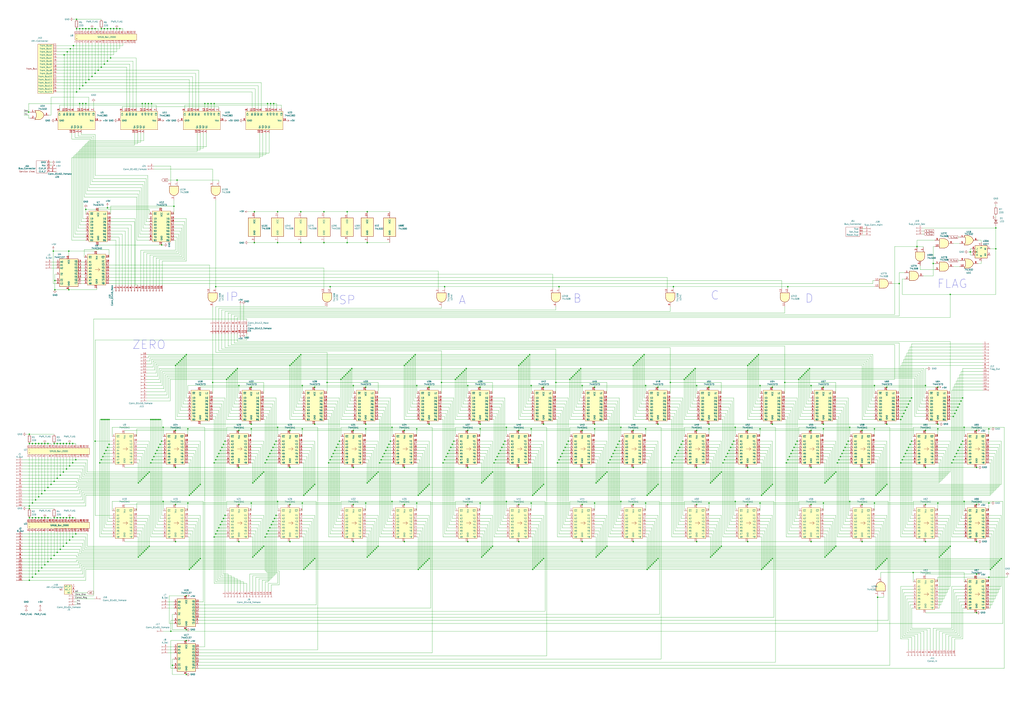
<source format=kicad_sch>
(kicad_sch (version 20211123) (generator eeschema)
  (paper "A1")
  (title_block (title "Register File") (date "2022-02-16") (rev "v0.4") (comment 2 "https://github.com/jufo-ufo/Breadboard-Computer/blob/specification-finish/LICENSE") (comment 3 "License: Apache License 2.0") (comment 4 "Author: Alexander Wersching"))
  (junction (at 384.175 384.175))
  (junction (at 338.455 294.005))
  (junction (at 534.035 465.455))
  (junction (at 817.245 464.185))
  (junction (at 59.69 425.45))
  (junction (at 426.085 414.655))
  (junction (at 630.555 401.955))
  (junction (at 776.605 452.755))
  (junction (at 677.545 396.875))
  (junction (at 572.135 414.655))
  (junction (at 309.245 450.215))
  (junction (at 532.765 405.765))
  (junction (at 127.635 344.805))
  (junction (at 36.83 425.45))
  (junction (at 492.125 455.295))
  (junction (at 122.555 448.945))
  (junction (at 442.595 462.915))
  (junction (at 70.485 23.495))
  (junction (at 370.205 367.665))
  (junction (at 306.705 391.795))
  (junction (at 45.085 230.505))
  (junction (at 819.785 461.645))
  (junction (at 117.475 393.065))
  (junction (at 219.71 85.09))
  (junction (at 121.92 85.09))
  (junction (at 206.375 348.615))
  (junction (at 522.605 297.815))
  (junction (at 49.53 390.525))
  (junction (at 283.845 307.975))
  (junction (at 57.15 382.905))
  (junction (at 536.575 401.955))
  (junction (at 728.345 459.105))
  (junction (at 45.085 238.125))
  (junction (at 592.455 387.985))
  (junction (at 180.975 370.205))
  (junction (at 746.125 367.665))
  (junction (at 351.155 399.415))
  (junction (at 248.285 352.425))
  (junction (at 633.095 399.415))
  (junction (at 23.495 92.075))
  (junction (at 56.515 206.375))
  (junction (at 488.315 352.425))
  (junction (at 346.075 465.455))
  (junction (at 499.745 380.365))
  (junction (at 498.475 387.985))
  (junction (at 310.515 387.985))
  (junction (at 196.215 384.175))
  (junction (at 381.635 304.165))
  (junction (at 211.455 393.065))
  (junction (at 273.685 372.745))
  (junction (at 208.915 456.565))
  (junction (at 193.675 304.165))
  (junction (at 52.07 387.985))
  (junction (at 271.145 235.585))
  (junction (at 83.185 23.495))
  (junction (at 478.155 316.865))
  (junction (at 225.425 365.125))
  (junction (at 744.855 334.645))
  (junction (at 52.07 448.945))
  (junction (at 116.205 455.295))
  (junction (at 278.765 362.585))
  (junction (at 128.905 370.205))
  (junction (at 39.37 400.685))
  (junction (at 62.23 438.785))
  (junction (at 257.175 399.415))
  (junction (at 85.725 372.745))
  (junction (at 691.515 372.745))
  (junction (at 520.065 300.355))
  (junction (at 124.46 85.09))
  (junction (at 41.91 398.145))
  (junction (at 748.665 362.585))
  (junction (at 307.975 451.485))
  (junction (at 634.365 318.135))
  (junction (at 168.275 85.09))
  (junction (at 348.615 401.955))
  (junction (at 191.135 306.705))
  (junction (at 619.125 295.275))
  (junction (at 591.185 389.255))
  (junction (at 194.945 302.895))
  (junction (at 365.125 235.585))
  (junction (at 441.325 403.225))
  (junction (at 521.335 299.085))
  (junction (at 131.445 365.125))
  (junction (at 54.61 446.405))
  (junction (at 457.835 380.365))
  (junction (at 346.075 404.495))
  (junction (at 29.21 410.845))
  (junction (at 126.365 344.805))
  (junction (at 785.495 372.745))
  (junction (at 489.585 396.875))
  (junction (at 507.365 365.125))
  (junction (at 133.985 351.155))
  (junction (at 395.605 396.875))
  (junction (at 211.455 454.025))
  (junction (at 603.885 412.115))
  (junction (at 182.245 428.625))
  (junction (at 531.495 407.035))
  (junction (at 786.765 334.645))
  (junction (at 227.965 351.155))
  (junction (at 222.885 431.165))
  (junction (at 141.605 546.735))
  (junction (at 781.685 380.365))
  (junction (at 130.175 344.805))
  (junction (at 238.125 300.355))
  (junction (at 598.805 370.205))
  (junction (at 122.555 387.985))
  (junction (at 238.125 353.695))
  (junction (at 685.165 389.255))
  (junction (at 255.905 461.645))
  (junction (at 65.405 73.025))
  (junction (at 164.465 398.145))
  (junction (at 127.635 372.745))
  (junction (at 56.515 238.125))
  (junction (at 561.975 311.785))
  (junction (at 436.245 316.865))
  (junction (at 315.595 372.745))
  (junction (at 475.615 304.165))
  (junction (at 666.115 445.135))
  (junction (at 160.655 462.915))
  (junction (at 445.135 460.375))
  (junction (at 498.475 448.945))
  (junction (at 216.535 448.945))
  (junction (at 186.055 311.785))
  (junction (at 399.415 454.025))
  (junction (at 62.865 75.565))
  (junction (at 788.035 332.105))
  (junction (at 225.425 426.085))
  (junction (at 446.405 398.145))
  (junction (at 337.185 295.275))
  (junction (at 467.995 311.785))
  (junction (at 258.445 348.615))
  (junction (at 725.805 400.685))
  (junction (at 220.345 375.285))
  (junction (at 401.955 451.485))
  (junction (at 508.635 362.585))
  (junction (at 789.305 365.125))
  (junction (at 376.555 309.245))
  (junction (at 300.355 348.615))
  (junction (at 461.645 372.745))
  (junction (at 44.45 364.49))
  (junction (at 342.265 413.385))
  (junction (at 556.895 370.205))
  (junction (at 760.095 316.865))
  (junction (at 539.115 460.375))
  (junction (at 41.91 459.105))
  (junction (at 31.75 469.265))
  (junction (at 652.145 367.665))
  (junction (at 785.495 337.185))
  (junction (at 222.25 85.09))
  (junction (at 208.915 199.39))
  (junction (at 314.325 375.285))
  (junction (at 634.365 398.145))
  (junction (at 415.925 412.115))
  (junction (at 592.455 448.945))
  (junction (at 208.915 395.605))
  (junction (at 24.13 364.49))
  (junction (at 408.305 375.285))
  (junction (at 125.095 344.805))
  (junction (at 683.895 451.485))
  (junction (at 59.69 364.49))
  (junction (at 407.035 377.825))
  (junction (at 456.565 314.325))
  (junction (at 396.875 395.605))
  (junction (at 149.225 295.275))
  (junction (at 723.265 464.185))
  (junction (at 158.115 404.495))
  (junction (at 502.285 375.285))
  (junction (at 59.69 441.325))
  (junction (at 738.505 233.045))
  (junction (at 442.595 401.955))
  (junction (at 459.105 377.825))
  (junction (at 304.165 455.295))
  (junction (at 145.415 299.085))
  (junction (at 125.095 377.825))
  (junction (at 760.095 445.135))
  (junction (at 226.695 362.585))
  (junction (at 563.245 310.515))
  (junction (at 615.315 299.085))
  (junction (at 321.945 412.115))
  (junction (at 224.155 367.665))
  (junction (at 121.285 450.215))
  (junction (at 380.365 305.435))
  (junction (at 24.13 356.87))
  (junction (at 812.165 413.385))
  (junction (at 213.995 390.525))
  (junction (at 309.245 389.255))
  (junction (at 535.305 403.225))
  (junction (at 177.165 438.785))
  (junction (at 39.37 425.45))
  (junction (at 88.265 50.165))
  (junction (at 791.845 351.155))
  (junction (at 440.055 404.495))
  (junction (at 311.785 380.365))
  (junction (at 83.185 344.805))
  (junction (at 790.575 362.585))
  (junction (at 720.725 405.765))
  (junction (at 399.415 393.065))
  (junction (at 347.345 464.185))
  (junction (at 614.045 353.695))
  (junction (at 75.565 62.865))
  (junction (at 281.305 310.515))
  (junction (at 142.875 169.545))
  (junction (at 29.21 364.49))
  (junction (at 697.865 412.115))
  (junction (at 742.315 339.725))
  (junction (at 184.785 423.545))
  (junction (at 572.135 445.135))
  (junction (at 86.995 370.205))
  (junction (at 603.885 351.155))
  (junction (at 342.265 316.865))
  (junction (at 666.115 316.865))
  (junction (at 770.255 352.425))
  (junction (at 686.435 448.945))
  (junction (at 560.705 362.585))
  (junction (at 332.105 300.355))
  (junction (at 85.725 344.805))
  (junction (at 175.895 441.325))
  (junction (at 384.175 414.655))
  (junction (at 559.435 365.125))
  (junction (at 384.175 353.695))
  (junction (at 98.425 23.495))
  (junction (at 301.625 396.875))
  (junction (at 666.115 384.175))
  (junction (at 212.725 452.755))
  (junction (at 88.265 344.805))
  (junction (at 786.765 370.205))
  (junction (at 394.335 352.425))
  (junction (at 497.205 450.215))
  (junction (at 647.065 377.825))
  (junction (at 624.205 352.425))
  (junction (at 156.845 405.765))
  (junction (at 774.065 455.295))
  (junction (at 582.295 318.135))
  (junction (at 332.105 353.695))
  (junction (at 488.315 318.135))
  (junction (at 624.205 316.865))
  (junction (at 791.845 412.115))
  (junction (at 802.005 471.805))
  (junction (at 697.865 351.155))
  (junction (at 644.525 314.325))
  (junction (at 647.065 235.585))
  (junction (at 220.345 436.245))
  (junction (at 459.105 235.585))
  (junction (at 621.665 292.735))
  (junction (at 227.965 173.99))
  (junction (at 728.345 398.145))
  (junction (at 113.665 457.835))
  (junction (at 506.095 367.665))
  (junction (at 708.025 445.135))
  (junction (at 490.855 395.605))
  (junction (at 73.025 23.495))
  (junction (at 196.215 414.655))
  (junction (at 59.69 380.365))
  (junction (at 770.255 318.135))
  (junction (at 678.815 456.565))
  (junction (at 305.435 454.025))
  (junction (at 342.265 352.425))
  (junction (at 39.37 461.645))
  (junction (at 170.815 85.09))
  (junction (at 70.485 67.945))
  (junction (at 372.745 362.585))
  (junction (at 663.575 304.165))
  (junction (at 144.145 414.655))
  (junction (at 300.355 352.425))
  (junction (at 747.395 365.125))
  (junction (at 352.425 459.105))
  (junction (at 749.935 470.535))
  (junction (at 153.035 554.355))
  (junction (at 404.495 448.945))
  (junction (at 771.525 457.835))
  (junction (at 687.705 380.365))
  (junction (at 118.745 452.755))
  (junction (at 445.135 399.415))
  (junction (at 588.645 452.755))
  (junction (at 180.975 431.165))
  (junction (at 151.765 292.735))
  (junction (at 645.795 380.365))
  (junction (at 123.825 380.365))
  (junction (at 34.29 425.45))
  (junction (at 332.105 445.135))
  (junction (at 478.155 384.175))
  (junction (at 568.325 305.435))
  (junction (at 694.055 367.665))
  (junction (at 57.785 40.005))
  (junction (at 572.135 316.865))
  (junction (at 629.285 464.185))
  (junction (at 600.075 367.665))
  (junction (at 814.705 466.725))
  (junction (at 494.665 391.795))
  (junction (at 602.615 362.585))
  (junction (at 676.275 348.615))
  (junction (at 252.095 404.495))
  (junction (at 724.535 462.915))
  (junction (at 219.075 377.825))
  (junction (at 178.435 375.285))
  (junction (at 523.875 296.545))
  (junction (at 73.025 65.405))
  (junction (at 724.535 401.955))
  (junction (at 628.015 404.495))
  (junction (at 367.665 372.745))
  (junction (at 301.625 457.835))
  (junction (at 212.725 391.795))
  (junction (at 318.135 367.665))
  (junction (at 572.135 353.695))
  (junction (at 530.225 352.425))
  (junction (at 54.61 385.445))
  (junction (at 784.225 339.725))
  (junction (at 379.095 306.705))
  (junction (at 634.365 348.615))
  (junction (at 52.07 364.49))
  (junction (at 253.365 403.225))
  (junction (at 377.825 307.975))
  (junction (at 161.925 400.685))
  (junction (at 44.45 395.605))
  (junction (at 551.815 380.365))
  (junction (at 316.865 370.205))
  (junction (at 509.905 412.115))
  (junction (at 384.175 445.135))
  (junction (at 258.445 398.145))
  (junction (at 760.095 414.655))
  (junction (at 238.125 414.655))
  (junction (at 490.855 456.565))
  (junction (at 247.015 291.465))
  (junction (at 247.015 173.99))
  (junction (at 587.375 393.065))
  (junction (at 584.835 395.605))
  (junction (at 426.085 353.695))
  (junction (at 739.775 380.365))
  (junction (at 436.245 352.425))
  (junction (at 120.015 390.525))
  (junction (at 583.565 457.835))
  (junction (at 777.875 451.485))
  (junction (at 520.065 445.135))
  (junction (at 177.165 235.585))
  (junction (at 431.165 295.275))
  (junction (at 159.385 403.225))
  (junction (at 62.865 15.875))
  (junction (at 676.275 413.385))
  (junction (at 46.99 454.025))
  (junction (at 116.205 394.335))
  (junction (at 49.53 425.45))
  (junction (at 319.405 365.125))
  (junction (at 36.83 364.49))
  (junction (at 620.395 294.005))
  (junction (at 394.335 348.615))
  (junction (at 307.975 390.525))
  (junction (at 405.765 380.365))
  (junction (at 658.495 309.245))
  (junction (at 224.155 428.625))
  (junction (at 789.305 329.565))
  (junction (at 497.205 389.255))
  (junction (at 83.185 55.245))
  (junction (at 158.115 465.455))
  (junction (at 175.895 380.365))
  (junction (at 221.615 372.745))
  (junction (at 320.675 362.585))
  (junction (at 409.575 372.745))
  (junction (at 528.955 291.465))
  (junction (at 306.705 452.755))
  (junction (at 622.935 291.465))
  (junction (at 531.495 467.995))
  (junction (at 766.445 216.535))
  (junction (at 530.225 413.385))
  (junction (at 60.325 37.465))
  (junction (at 249.555 467.995))
  (junction (at 681.355 393.065))
  (junction (at 302.895 395.605))
  (junction (at 132.715 362.585))
  (junction (at 537.845 461.645))
  (junction (at 437.515 407.035))
  (junction (at 812.165 352.425))
  (junction (at 446.405 318.135))
  (junction (at 690.245 375.285))
  (junction (at 305.435 393.065))
  (junction (at 119.38 85.09))
  (junction (at 770.255 413.385))
  (junction (at 782.955 342.265))
  (junction (at 628.015 465.455))
  (junction (at 285.115 199.39))
  (junction (at 614.045 384.175))
  (junction (at 525.145 295.275))
  (junction (at 790.575 327.025))
  (junction (at 429.895 296.545))
  (junction (at 676.275 318.135))
  (junction (at 26.67 364.49))
  (junction (at 775.335 454.025))
  (junction (at 446.405 348.615))
  (junction (at 708.025 414.655))
  (junction (at 784.225 375.285))
  (junction (at 24.13 415.925))
  (junction (at 412.115 367.665))
  (junction (at 247.015 199.39))
  (junction (at 633.095 460.375))
  (junction (at 501.015 377.825))
  (junction (at 601.345 365.125))
  (junction (at 662.305 305.435))
  (junction (at 464.185 367.665))
  (junction (at 39.37 364.49))
  (junction (at 503.555 372.745))
  (junction (at 403.225 389.255))
  (junction (at 210.185 455.295))
  (junction (at 384.175 316.865))
  (junction (at 140.335 518.795))
  (junction (at 282.575 309.245))
  (junction (at 719.455 407.035))
  (junction (at 179.705 433.705))
  (junction (at 46.99 393.065))
  (junction (at 527.685 292.735))
  (junction (at 26.67 413.385))
  (junction (at 188.595 309.245))
  (junction (at 426.085 300.355))
  (junction (at 164.465 459.105))
  (junction (at 46.99 364.49))
  (junction (at 629.285 403.225))
  (junction (at 536.575 462.915))
  (junction (at 254.635 401.955))
  (junction (at 290.195 316.865))
  (junction (at 90.805 23.495))
  (junction (at 290.195 353.695))
  (junction (at 488.315 348.615))
  (junction (at 682.625 452.755))
  (junction (at 150.495 294.005))
  (junction (at 582.295 413.385))
  (junction (at 175.895 85.09))
  (junction (at 625.475 467.995))
  (junction (at 285.115 173.99))
  (junction (at 207.645 457.835))
  (junction (at 414.655 362.585))
  (junction (at 153.035 489.585))
  (junction (at 401.955 390.525))
  (junction (at 304.165 394.335))
  (junction (at 252.095 465.455))
  (junction (at 597.535 372.745))
  (junction (at 591.185 450.215))
  (junction (at 631.825 400.685))
  (junction (at 280.035 311.785))
  (junction (at 625.475 407.035))
  (junction (at 438.785 466.725))
  (junction (at 682.625 391.795))
  (junction (at 213.995 451.485))
  (junction (at 723.265 403.225))
  (junction (at 343.535 467.995))
  (junction (at 666.115 353.695))
  (junction (at 352.425 318.135))
  (junction (at 339.725 292.735))
  (junction (at 26.67 425.45))
  (junction (at 462.915 370.205))
  (junction (at 802.005 384.175))
  (junction (at 469.265 310.515))
  (junction (at 300.355 413.385))
  (junction (at 616.585 297.815))
  (junction (at 208.915 173.99))
  (junction (at 594.995 377.825))
  (junction (at 550.545 314.325))
  (junction (at 255.905 400.685))
  (junction (at 62.23 377.825))
  (junction (at 657.225 310.515))
  (junction (at 34.29 466.725))
  (junction (at 156.845 466.725))
  (junction (at 443.865 461.645))
  (junction (at 534.035 404.495))
  (junction (at 478.155 445.135))
  (junction (at 248.285 413.385))
  (junction (at 692.785 370.205))
  (junction (at 343.535 407.035))
  (junction (at 802.005 414.655))
  (junction (at 178.435 436.245))
  (junction (at 535.305 464.185))
  (junction (at 126.365 375.285))
  (junction (at 179.705 372.745))
  (junction (at 725.805 461.645))
  (junction (at 130.175 367.665))
  (junction (at 239.395 299.085))
  (junction (at 114.935 395.605))
  (junction (at 154.305 413.385))
  (junction (at 254.635 462.915))
  (junction (at 290.195 445.135))
  (junction (at 65.405 23.495))
  (junction (at 437.515 467.995))
  (junction (at 753.11 202.565))
  (junction (at 78.105 23.495))
  (junction (at 31.75 408.305))
  (junction (at 589.915 451.485))
  (junction (at 144.145 445.135))
  (junction (at 34.29 364.49))
  (junction (at 530.225 316.865))
  (junction (at 727.075 460.375))
  (junction (at 245.745 292.735))
  (junction (at 582.295 352.425))
  (junction (at 678.815 395.605))
  (junction (at 526.415 294.005))
  (junction (at 183.515 426.085))
  (junction (at 739.775 344.805))
  (junction (at 301.625 199.39))
  (junction (at 24.13 425.45))
  (junction (at 540.385 348.615))
  (junction (at 718.185 352.425))
  (junction (at 587.375 454.025))
  (junction (at 114.935 456.565))
  (junction (at 696.595 362.585))
  (junction (at 676.275 352.425))
  (junction (at 174.625 314.325))
  (junction (at 631.825 461.645))
  (junction (at 375.285 310.515))
  (junction (at 572.135 384.175))
  (junction (at 654.685 362.585))
  (junction (at 55.245 42.545))
  (junction (at 398.145 455.295))
  (junction (at 302.895 456.565))
  (junction (at 404.495 387.985))
  (junction (at 93.345 23.495))
  (junction (at 492.125 394.335))
  (junction (at 427.355 299.085))
  (junction (at 741.045 342.265))
  (junction (at 746.125 332.105))
  (junction (at 67.945 70.485))
  (junction (at 123.825 344.805))
  (junction (at 290.195 414.655))
  (junction (at 88.265 23.495))
  (junction (at 43.815 206.375))
  (junction (at 57.15 443.865))
  (junction (at 67.945 23.495))
  (junction (at 532.765 466.725))
  (junction (at 36.83 464.185))
  (junction (at 217.805 441.325))
  (junction (at 432.435 294.005))
  (junction (at 206.375 352.425))
  (junction (at 80.645 57.785))
  (junction (at 441.325 464.185))
  (junction (at 196.215 353.695))
  (junction (at 258.445 318.135))
  (junction (at 271.145 377.825))
  (junction (at 688.975 377.825))
  (junction (at 779.145 450.215))
  (junction (at 49.53 364.49))
  (junction (at 680.085 394.335))
  (junction (at 155.575 467.995))
  (junction (at 258.445 459.105))
  (junction (at 26.67 474.345))
  (junction (at 277.495 365.125))
  (junction (at 206.375 413.385))
  (junction (at 290.195 384.175))
  (junction (at 394.335 413.385))
  (junction (at 243.205 295.275))
  (junction (at 540.385 459.105))
  (junction (at 24.13 476.885))
  (junction (at 398.145 394.335))
  (junction (at 489.585 457.835))
  (junction (at 224.79 85.09))
  (junction (at 760.095 384.175))
  (junction (at 46.99 425.45))
  (junction (at 244.475 294.005))
  (junction (at 564.515 309.245))
  (junction (at 466.725 362.585))
  (junction (at 426.085 384.175))
  (junction (at 253.365 464.185))
  (junction (at 120.015 451.485))
  (junction (at 206.375 318.135))
  (junction (at 153.035 517.525))
  (junction (at 88.265 367.665))
  (junction (at 163.195 399.415))
  (junction (at 248.285 316.865))
  (junction (at 268.605 314.325))
  (junction (at 721.995 465.455))
  (junction (at 614.045 414.655))
  (junction (at 29.21 471.805))
  (junction (at 802.005 353.695))
  (junction (at 84.455 375.285))
  (junction (at 116.84 85.09))
  (junction (at 153.035 291.465))
  (junction (at 347.345 403.225))
  (junction (at 184.785 362.585))
  (junction (at 90.805 47.625))
  (junction (at 192.405 305.435))
  (junction (at 742.315 375.285))
  (junction (at 586.105 394.335))
  (junction (at 683.895 390.525))
  (junction (at 770.255 348.615))
  (junction (at 276.225 367.665))
  (junction (at 520.065 414.655))
  (junction (at 721.995 404.495))
  (junction (at 478.155 353.695))
  (junction (at 815.975 465.455))
  (junction (at 86.995 344.805))
  (junction (at 649.605 372.745))
  (junction (at 161.925 461.645))
  (junction (at 349.885 461.645))
  (junction (at 744.855 370.205))
  (junction (at 553.085 235.585))
  (junction (at 493.395 454.025))
  (junction (at 446.405 459.105))
  (junction (at 240.665 297.815))
  (junction (at 413.385 365.125))
  (junction (at 659.765 307.975))
  (junction (at 520.065 353.695))
  (junction (at 207.645 396.875))
  (junction (at 365.125 377.825))
  (junction (at 822.325 459.105))
  (junction (at 144.145 300.355))
  (junction (at 410.845 370.205))
  (junction (at 596.265 375.285))
  (junction (at 173.355 85.09))
  (junction (at 238.125 445.135))
  (junction (at 593.725 380.365))
  (junction (at 553.085 377.825))
  (junction (at 187.325 310.515))
  (junction (at 586.105 455.295))
  (junction (at 718.185 316.865))
  (junction (at 146.685 297.815))
  (junction (at 686.435 387.985))
  (junction (at 428.625 297.815))
  (junction (at 471.805 307.975))
  (junction (at 569.595 304.165))
  (junction (at 36.83 403.225))
  (junction (at 747.395 329.565))
  (junction (at 177.165 377.825))
  (junction (at 54.61 364.49))
  (junction (at 394.335 318.135))
  (junction (at 288.925 302.895))
  (junction (at 818.515 462.915))
  (junction (at 366.395 375.285))
  (junction (at 434.975 291.465))
  (junction (at 362.585 314.325))
  (junction (at 31.75 364.49))
  (junction (at 433.705 292.735))
  (junction (at 504.825 370.205))
  (junction (at 760.095 353.695))
  (junction (at 49.53 451.485))
  (junction (at 403.225 450.215))
  (junction (at 250.825 466.725))
  (junction (at 70.485 85.09))
  (junction (at 238.125 384.175))
  (junction (at 65.405 85.09))
  (junction (at 332.105 384.175))
  (junction (at 352.425 348.615))
  (junction (at 196.215 316.865))
  (junction (at 57.15 364.49))
  (junction (at 128.905 344.805))
  (junction (at 720.725 490.855))
  (junction (at 29.21 425.45))
  (junction (at 352.425 398.145))
  (junction (at 440.055 465.455))
  (junction (at 614.045 445.135))
  (junction (at 84.455 344.805))
  (junction (at 249.555 407.035))
  (junction (at 221.615 433.705))
  (junction (at 465.455 365.125))
  (junction (at 584.835 456.565))
  (junction (at 344.805 466.725))
  (junction (at 802.005 445.135))
  (junction (at 396.875 456.565))
  (junction (at 153.035 526.415))
  (junction (at 285.115 306.705))
  (junction (at 443.865 400.685))
  (junction (at 780.415 241.935))
  (junction (at 478.155 414.655))
  (junction (at 340.995 291.465))
  (junction (at 474.345 305.435))
  (junction (at 426.085 445.135))
  (junction (at 589.915 390.525))
  (junction (at 215.265 389.255))
  (junction (at 743.585 337.185))
  (junction (at 630.555 462.915))
  (junction (at 215.265 450.215))
  (junction (at 75.565 23.495))
  (junction (at 351.155 460.375))
  (junction (at 182.245 367.665))
  (junction (at 54.61 425.45))
  (junction (at 301.625 173.99))
  (junction (at 813.435 467.995))
  (junction (at 83.185 377.825))
  (junction (at 57.15 425.45))
  (junction (at 310.515 448.945))
  (junction (at 62.865 23.495))
  (junction (at 438.785 405.765))
  (junction (at 555.625 372.745))
  (junction (at 155.575 407.035))
  (junction (at 436.245 413.385))
  (junction (at 460.375 375.285))
  (junction (at 313.055 377.825))
  (junction (at 650.875 370.205))
  (junction (at 695.325 365.125))
  (junction (at 395.605 457.835))
  (junction (at 24.13 417.83))
  (junction (at 554.355 375.285))
  (junction (at 624.205 413.385))
  (junction (at 145.415 147.955))
  (junction (at 250.825 405.765))
  (junction (at 159.385 464.185))
  (junction (at 44.45 456.565))
  (junction (at 718.185 413.385))
  (junction (at 772.795 456.565))
  (junction (at 626.745 466.725))
  (junction (at 661.035 306.705))
  (junction (at 44.45 425.45))
  (junction (at 748.665 327.025))
  (junction (at 780.415 448.945))
  (junction (at 677.545 457.835))
  (junction (at 216.535 387.985))
  (junction (at 52.07 425.45))
  (junction (at 144.145 353.695))
  (junction (at 349.885 400.685))
  (junction (at 415.925 351.155))
  (junction (at 567.055 306.705))
  (junction (at 183.515 365.125))
  (junction (at 227.965 412.115))
  (junction (at 653.415 365.125))
  (junction (at 680.085 455.295))
  (junction (at 634.365 459.105))
  (junction (at 363.855 380.365))
  (junction (at 85.725 23.495))
  (junction (at 782.955 377.825))
  (junction (at 85.725 52.705))
  (junction (at 708.025 384.175))
  (junction (at 70.485 172.085))
  (junction (at 67.945 85.09))
  (junction (at 728.345 348.615))
  (junction (at 520.065 384.175))
  (junction (at 196.215 445.135))
  (junction (at 88.265 170.815))
  (junction (at 81.915 380.365))
  (junction (at 719.455 467.995))
  (junction (at 817.88 204.47))
  (junction (at 812.165 474.345))
  (junction (at 344.805 405.765))
  (junction (at 227.965 199.39))
  (junction (at 788.035 367.665))
  (junction (at 117.475 454.025))
  (junction (at 582.295 348.615))
  (junction (at 132.715 201.295))
  (junction (at 348.615 462.915))
  (junction (at 565.785 307.975))
  (junction (at 52.705 45.085))
  (junction (at 488.315 413.385))
  (junction (at 95.885 23.495))
  (junction (at 219.075 438.785))
  (junction (at 89.535 344.805))
  (junction (at 321.945 351.155))
  (junction (at 333.375 299.085))
  (junction (at 509.905 351.155))
  (junction (at 34.29 405.765))
  (junction (at 685.165 450.215))
  (junction (at 666.115 414.655))
  (junction (at 189.865 307.975))
  (junction (at 241.935 296.545))
  (junction (at 540.385 318.135))
  (junction (at 286.385 305.435))
  (junction (at 681.355 454.025))
  (junction (at 78.105 60.325))
  (junction (at 495.935 451.485))
  (junction (at 583.565 396.875))
  (junction (at 113.665 396.875))
  (junction (at 400.685 452.755))
  (junction (at 133.985 412.115))
  (junction (at 539.115 399.415))
  (junction (at 821.055 460.375))
  (junction (at 617.855 296.545))
  (junction (at 494.665 452.755))
  (junction (at 664.845 302.895))
  (junction (at 154.305 352.425))
  (junction (at 817.88 187.325))
  (junction (at 371.475 365.125))
  (junction (at 257.175 460.375))
  (junction (at 266.065 173.99))
  (junction (at 332.105 414.655))
  (junction (at 78.105 362.585))
  (junction (at 720.725 466.725))
  (junction (at 558.165 367.665))
  (junction (at 796.925 207.01))
  (junction (at 802.005 503.555))
  (junction (at 269.875 380.365))
  (junction (at 210.185 394.335))
  (junction (at 335.915 296.545))
  (junction (at 473.075 306.705))
  (junction (at 266.065 199.39))
  (junction (at 144.145 384.175))
  (junction (at 334.645 297.815))
  (junction (at 476.885 302.895))
  (junction (at 272.415 375.285))
  (junction (at 300.355 318.135))
  (junction (at 118.745 391.795))
  (junction (at 368.935 370.205))
  (junction (at 222.885 370.205))
  (junction (at 287.655 304.165))
  (junction (at 226.695 423.545))
  (junction (at 708.025 353.695))
  (junction (at 741.045 377.825))
  (junction (at 31.75 425.45))
  (junction (at 614.045 300.355))
  (junction (at 121.285 389.255))
  (junction (at 655.955 311.785))
  (junction (at 493.395 393.065))
  (junction (at 570.865 302.895))
  (junction (at 470.535 309.245))
  (junction (at 727.075 399.415))
  (junction (at 537.845 400.685))
  (junction (at 160.655 401.955))
  (junction (at 540.385 398.145))
  (junction (at 588.645 391.795))
  (junction (at 743.585 372.745))
  (junction (at 89.535 365.125))
  (junction (at 131.445 344.805))
  (junction (at 495.935 390.525))
  (junction (at 217.805 380.365))
  (junction (at 374.015 311.785))
  (junction (at 728.345 318.135))
  (junction (at 274.955 370.205))
  (junction (at 163.195 460.375))
  (junction (at 147.955 296.545))
  (junction (at 626.745 405.765))
  (junction (at 648.335 375.285))
  (junction (at 400.685 391.795))
  (junction (at 382.905 302.895))
  (wire (pts (xy 268.605 289.56) (xy 268.605 314.325)))
  (wire (pts (xy 582.295 348.615) (xy 634.365 348.615)))
  (wire (pts (xy 520.065 353.695) (xy 572.135 353.695)))
  (wire (pts (xy 535.305 433.705) (xy 530.225 433.705)))
  (wire (pts (xy 208.915 377.825) (xy 208.915 395.605)))
  (wire (pts (xy 655.955 441.325) (xy 645.795 441.325)))
  (wire (pts (xy 83.185 438.785) (xy 92.075 438.785)))
  (wire (pts (xy 62.23 377.825) (xy 71.755 377.825)))
  (wire (pts (xy 490.855 377.825) (xy 490.855 395.605)))
  (wire (pts (xy 159.385 372.745) (xy 154.305 372.745)))
  (wire (pts (xy 464.185 367.665) (xy 467.995 367.665)))
  (wire (pts (xy 92.075 436.245) (xy 84.455 436.245)))
  (wire (pts (xy 718.185 352.425) (xy 770.255 352.425)))
  (wire (pts (xy 744.855 431.165) (xy 744.855 370.205)))
  (wire (pts (xy 180.975 334.645) (xy 180.975 370.205)))
  (wire (pts (xy 222.885 480.695) (xy 222.885 485.775)))
  (wire (pts (xy 727.075 460.375) (xy 727.075 426.085)))
  (wire (pts (xy 248.285 327.025) (xy 247.015 327.025)))
  (wire (pts (xy 314.325 436.245) (xy 321.945 436.245)))
  (wire (pts (xy 426.085 300.355) (xy 426.085 344.805)))
  (wire (pts (xy 676.275 441.325) (xy 677.545 441.325)))
  (wire (pts (xy 807.085 287.655) (xy 746.125 287.655)))
  (wire (pts (xy 116.84 85.09) (xy 116.84 88.9)))
  (wire (pts (xy 757.555 329.565) (xy 760.095 329.565)))
  (wire (pts (xy 158.115 436.245) (xy 158.115 465.455)))
  (wire (pts (xy 122.555 387.985) (xy 216.535 387.985)))
  (wire (pts (xy 603.885 377.825) (xy 594.995 377.825)))
  (wire (pts (xy 644.525 337.185) (xy 649.605 337.185)))
  (wire (pts (xy 724.535 370.205) (xy 718.185 370.205)))
  (wire (pts (xy 351.155 399.415) (xy 351.155 365.125)))
  (wire (pts (xy 116.205 375.285) (xy 116.205 394.335)))
  (wire (pts (xy 803.275 197.485) (xy 805.815 197.485)))
  (wire (pts (xy 602.615 423.545) (xy 602.615 362.585)))
  (wire (pts (xy 278.765 423.545) (xy 280.035 423.545)))
  (wire (pts (xy 54.61 364.49) (xy 57.15 364.49)))
  (wire (pts (xy 530.225 342.265) (xy 521.335 342.265)))
  (wire (pts (xy 177.165 274.32) (xy 177.165 289.56)))
  (wire (pts (xy 167.005 412.115) (xy 167.005 494.665)))
  (wire (pts (xy 88.265 367.665) (xy 92.075 367.665)))
  (wire (pts (xy 746.125 428.625) (xy 749.935 428.625)))
  (wire (pts (xy 60.325 128.27) (xy 215.9 128.27)))
  (wire (pts (xy 18.415 395.605) (xy 44.45 395.605)))
  (wire (pts (xy 208.915 395.605) (xy 302.895 395.605)))
  (wire (pts (xy 403.225 365.125) (xy 403.225 389.255)))
  (wire (pts (xy 88.265 170.815) (xy 80.645 170.815)))
  (wire (pts (xy 254.635 462.915) (xy 348.615 462.915)))
  (wire (pts (xy 248.285 316.865) (xy 290.195 316.865)))
  (wire (pts (xy 179.705 253.365) (xy 179.705 263.525)))
  (wire (pts (xy 215.265 365.125) (xy 206.375 365.125)))
  (wire (pts (xy 739.775 441.325) (xy 739.775 380.365)))
  (wire (pts (xy 344.805 405.765) (xy 344.805 377.825)))
  (wire (pts (xy 285.115 196.85) (xy 285.115 199.39)))
  (wire (pts (xy 88.265 428.625) (xy 92.075 428.625)))
  (wire (pts (xy 697.865 367.665) (xy 694.055 367.665)))
  (wire (pts (xy 436.245 332.105) (xy 432.435 332.105)))
  (wire (pts (xy 342.265 342.265) (xy 333.375 342.265)))
  (wire (pts (xy 666.115 332.105) (xy 662.305 332.105)))
  (wire (pts (xy 489.585 457.835) (xy 583.565 457.835)))
  (wire (pts (xy 247.015 327.025) (xy 247.015 291.465)))
  (wire (pts (xy 789.305 365.125) (xy 789.305 426.085)))
  (wire (pts (xy 120.65 291.465) (xy 153.035 291.465)))
  (wire (pts (xy 550.545 337.185) (xy 555.625 337.185)))
  (wire (pts (xy 75.565 35.56) (xy 75.565 62.865)))
  (wire (pts (xy 69.215 466.725) (xy 156.845 466.725)))
  (wire (pts (xy 788.035 307.975) (xy 788.035 332.105)))
  (wire (pts (xy 172.085 217.805) (xy 172.085 236.855)))
  (wire (pts (xy 568.325 305.435) (xy 568.325 332.105)))
  (wire (pts (xy 776.605 452.755) (xy 776.605 489.585)))
  (wire (pts (xy 827.405 474.345) (xy 827.405 473.075)))
  (wire (pts (xy 202.565 262.255) (xy 76.835 262.255)))
  (wire (pts (xy 572.135 316.865) (xy 624.205 316.865)))
  (wire (pts (xy 90.805 169.545) (xy 142.875 169.545)))
  (wire (pts (xy 432.435 294.005) (xy 526.415 294.005)))
  (wire (pts (xy 65.405 88.9) (xy 65.405 85.09)))
  (wire (pts (xy 187.325 257.175) (xy 644.525 257.175)))
  (wire (pts (xy 84.455 375.285) (xy 84.455 436.245)))
  (wire (pts (xy 71.755 116.84) (xy 115.57 116.84)))
  (wire (pts (xy 57.15 364.49) (xy 59.69 364.49)))
  (wire (pts (xy 782.955 342.265) (xy 782.955 377.825)))
  (wire (pts (xy 819.785 487.045) (xy 819.785 461.645)))
  (wire (pts (xy 154.305 352.425) (xy 112.395 352.425)))
  (wire (pts (xy 490.855 438.785) (xy 490.855 456.565)))
  (wire (pts (xy 362.585 288.29) (xy 362.585 314.325)))
  (wire (pts (xy 582.295 413.385) (xy 624.205 413.385)))
  (wire (pts (xy 478.155 344.805) (xy 467.995 344.805)))
  (wire (pts (xy 194.945 263.525) (xy 194.945 260.985)))
  (wire (pts (xy 723.265 433.705) (xy 718.185 433.705)))
  (wire (pts (xy 478.155 384.175) (xy 520.065 384.175)))
  (wire (pts (xy 540.385 459.105) (xy 634.365 459.105)))
  (wire (pts (xy 478.155 332.105) (xy 474.345 332.105)))
  (wire (pts (xy 591.185 389.255) (xy 685.165 389.255)))
  (wire (pts (xy 757.555 189.865) (xy 758.825 189.865)))
  (wire (pts (xy 24.13 425.45) (xy 26.67 425.45)))
  (wire (pts (xy 334.645 339.725) (xy 334.645 297.815)))
  (wire (pts (xy 727.075 460.375) (xy 821.055 460.375)))
  (wire (pts (xy 437.515 467.995) (xy 531.495 467.995)))
  (wire (pts (xy 60.325 37.465) (xy 60.325 88.9)))
  (wire (pts (xy 782.955 219.075) (xy 788.035 219.075)))
  (wire (pts (xy 556.895 334.645) (xy 556.895 370.205)))
  (wire (pts (xy 614.045 300.355) (xy 708.025 300.355)))
  (wire (pts (xy 654.685 423.545) (xy 655.955 423.545)))
  (wire (pts (xy 488.315 348.615) (xy 540.385 348.615)))
  (wire (pts (xy 535.305 464.185) (xy 535.305 433.705)))
  (wire (pts (xy 488.315 377.825) (xy 490.855 377.825)))
  (wire (pts (xy 342.265 337.185) (xy 335.915 337.185)))
  (wire (pts (xy 122.555 172.085) (xy 70.485 172.085)))
  (wire (pts (xy 520.065 384.175) (xy 572.135 384.175)))
  (wire (pts (xy 338.455 332.105) (xy 338.455 294.005)))
  (wire (pts (xy 225.425 329.565) (xy 216.535 329.565)))
  (wire (pts (xy 742.315 487.045) (xy 742.315 522.605)))
  (wire (pts (xy 57.15 425.45) (xy 57.15 426.72)))
  (wire (pts (xy 777.875 428.625) (xy 777.875 451.485)))
  (wire (pts (xy 224.79 85.09) (xy 227.33 85.09)))
  (wire (pts (xy 813.435 441.325) (xy 813.435 467.995)))
  (wire (pts (xy 193.675 304.165) (xy 287.655 304.165)))
  (wire (pts (xy 791.845 362.585) (xy 790.575 362.585)))
  (wire (pts (xy 109.22 50.165) (xy 109.22 88.9)))
  (wire (pts (xy 339.725 292.735) (xy 433.705 292.735)))
  (wire (pts (xy 92.075 380.365) (xy 81.915 380.365)))
  (wire (pts (xy 207.645 396.875) (xy 301.625 396.875)))
  (wire (pts (xy 183.515 471.805) (xy 187.325 471.805)))
  (wire (pts (xy 36.83 436.88) (xy 36.83 464.185)))
  (wire (pts (xy 300.355 372.745) (xy 305.435 372.745)))
  (wire (pts (xy 320.675 423.545) (xy 320.675 362.585)))
  (wire (pts (xy 457.835 441.325) (xy 457.835 380.365)))
  (wire (pts (xy 49.53 390.525) (xy 65.405 390.525)))
  (wire (pts (xy 644.525 327.025) (xy 654.685 327.025)))
  (wire (pts (xy 114.935 377.825) (xy 114.935 395.605)))
  (wire (pts (xy 21.59 417.83) (xy 24.13 417.83)))
  (wire (pts (xy 211.455 433.705) (xy 211.455 454.025)))
  (wire (pts (xy 238.125 445.135) (xy 290.195 445.135)))
  (wire (pts (xy 415.925 367.665) (xy 412.115 367.665)))
  (wire (pts (xy 751.205 342.265) (xy 751.205 310.515)))
  (wire (pts (xy 155.575 88.9) (xy 155.575 65.405)))
  (wire (pts (xy 144.145 300.355) (xy 144.145 344.805)))
  (wire (pts (xy 786.765 431.165) (xy 791.845 431.165)))
  (wire (pts (xy 147.955 189.865) (xy 142.875 189.865)))
  (wire (pts (xy 277.495 329.565) (xy 277.495 365.125)))
  (wire (pts (xy 413.385 329.565) (xy 413.385 365.125)))
  (wire (pts (xy 238.125 384.175) (xy 196.215 384.175)))
  (wire (pts (xy 779.145 365.125) (xy 779.145 389.255)))
  (wire (pts (xy 460.375 339.725) (xy 456.565 339.725)))
  (wire (pts (xy 488.315 441.325) (xy 489.585 441.325)))
  (wire (pts (xy 716.915 230.505) (xy 718.185 230.505)))
  (wire (pts (xy 347.345 372.745) (xy 342.265 372.745)))
  (wire (pts (xy 19.685 92.075) (xy 23.495 92.075)))
  (wire (pts (xy 42.545 220.345) (xy 46.355 220.345)))
  (wire (pts (xy 67.945 404.495) (xy 67.945 410.845)))
  (wire (pts (xy 442.595 401.955) (xy 536.575 401.955)))
  (wire (pts (xy 535.305 403.225) (xy 629.285 403.225)))
  (wire (pts (xy 441.325 433.705) (xy 441.325 464.185)))
  (wire (pts (xy 163.195 399.415) (xy 257.175 399.415)))
  (wire (pts (xy 57.15 436.88) (xy 57.15 443.865)))
  (wire (pts (xy 374.015 431.165) (xy 368.935 431.165)))
  (wire (pts (xy 83.185 344.805) (xy 84.455 344.805)))
  (wire (pts (xy 147.955 296.545) (xy 241.935 296.545)))
  (wire (pts (xy 69.215 161.925) (xy 112.395 161.925)))
  (wire (pts (xy 476.885 302.895) (xy 570.865 302.895)))
  (wire (pts (xy 159.385 464.185) (xy 159.385 433.705)))
  (wire (pts (xy 380.365 305.435) (xy 380.365 332.105)))
  (wire (pts (xy 626.745 405.765) (xy 626.745 377.825)))
  (wire (pts (xy 170.815 85.09) (xy 170.815 88.9)))
  (wire (pts (xy 716.915 327.025) (xy 716.915 291.465)))
  (wire (pts (xy 66.675 464.185) (xy 159.385 464.185)))
  (wire (pts (xy 718.185 329.565) (xy 715.645 329.565)))
  (wire (pts (xy 215.265 365.125) (xy 215.265 389.255)))
  (wire (pts (xy 335.915 337.185) (xy 335.915 296.545)))
  (wire (pts (xy 224.155 428.625) (xy 224.155 367.665)))
  (wire (pts (xy 770.255 428.625) (xy 777.875 428.625)))
  (wire (pts (xy 785.495 313.055) (xy 807.085 313.055)))
  (wire (pts (xy 83.185 377.825) (xy 92.075 377.825)))
  (wire (pts (xy 819.785 400.685) (xy 819.785 367.665)))
  (wire (pts (xy 459.105 438.785) (xy 467.995 438.785)))
  (wire (pts (xy 697.865 419.735) (xy 697.865 412.115)))
  (wire (pts (xy 725.805 367.665) (xy 718.185 367.665)))
  (wire (pts (xy 106.68 52.705) (xy 85.725 52.705)))
  (wire (pts (xy 653.415 426.085) (xy 653.415 365.125)))
  (wire (pts (xy 650.875 431.165) (xy 650.875 370.205)))
  (wire (pts (xy 46.99 454.025) (xy 64.135 454.025)))
  (wire (pts (xy 404.495 314.325) (xy 362.585 314.325)))
  (wire (pts (xy 370.205 367.665) (xy 370.205 428.625)))
  (wire (pts (xy 184.785 285.75) (xy 550.545 285.75)))
  (wire (pts (xy 305.435 372.745) (xy 305.435 393.065)))
  (wire (pts (xy 175.895 441.325) (xy 175.895 380.365)))
  (wire (pts (xy 26.67 375.92) (xy 26.67 413.385)))
  (wire (pts (xy 770.255 372.745) (xy 775.335 372.745)))
  (wire (pts (xy 60.325 128.27) (xy 60.325 194.945)))
  (wire (pts (xy 62.865 35.56) (xy 62.865 75.565)))
  (wire (pts (xy 302.895 395.605) (xy 396.875 395.605)))
  (wire (pts (xy 437.515 380.365) (xy 437.515 407.035)))
  (wire (pts (xy 83.185 377.825) (xy 83.185 438.785)))
  (wire (pts (xy 133.985 438.785) (xy 125.095 438.785)))
  (wire (pts (xy 753.745 521.335) (xy 753.745 534.035)))
  (wire (pts (xy 467.995 375.285) (xy 460.375 375.285)))
  (wire (pts (xy 59.055 129.54) (xy 59.055 197.485)))
  (wire (pts (xy 553.085 438.785) (xy 561.975 438.785)))
  (wire (pts (xy 582.295 318.135) (xy 634.365 318.135)))
  (wire (pts (xy 724.535 462.915) (xy 724.535 431.165)))
  (wire (pts (xy 394.335 348.615) (xy 446.405 348.615)))
  (wire (pts (xy 492.125 375.285) (xy 492.125 394.335)))
  (wire (pts (xy 174.625 274.32) (xy 174.625 314.325)))
  (wire (pts (xy 66.675 225.425) (xy 69.215 225.425)))
  (wire (pts (xy 282.575 309.245) (xy 282.575 339.725)))
  (wire (pts (xy 493.395 454.025) (xy 587.375 454.025)))
  (wire (pts (xy 142.875 549.275) (xy 140.335 549.275)))
  (wire (pts (xy 283.845 337.185) (xy 283.845 307.975)))
  (wire (pts (xy 348.615 431.165) (xy 342.265 431.165)))
  (wire (pts (xy 785.495 337.185) (xy 785.495 372.745)))
  (wire (pts (xy 467.995 311.785) (xy 561.975 311.785)))
  (wire (pts (xy 755.65 221.615) (xy 755.65 218.44)))
  (wire (pts (xy 188.595 309.245) (xy 282.575 309.245)))
  (wire (pts (xy 250.825 466.725) (xy 250.825 438.785)))
  (wire (pts (xy 766.445 216.535) (xy 767.715 216.535)))
  (wire (pts (xy 194.945 302.895) (xy 194.945 327.025)))
  (wire (pts (xy 362.585 332.105) (xy 370.205 332.105)))
  (wire (pts (xy 118.745 391.795) (xy 212.725 391.795)))
  (wire (pts (xy 812.165 487.045) (xy 819.785 487.045)))
  (wire (pts (xy 268.605 342.265) (xy 271.145 342.265)))
  (wire (pts (xy 225.425 365.125) (xy 225.425 426.085)))
  (wire (pts (xy 192.405 474.345) (xy 192.405 485.775)))
  (wire (pts (xy 561.975 436.245) (xy 554.355 436.245)))
  (wire (pts (xy 790.575 499.745) (xy 790.575 525.145)))
  (wire (pts (xy 636.905 351.155) (xy 636.905 544.195)))
  (wire (pts (xy 222.25 85.09) (xy 222.25 88.9)))
  (wire (pts (xy 822.325 398.145) (xy 822.325 362.585)))
  (wire (pts (xy 374.015 436.245) (xy 366.395 436.245)))
  (wire (pts (xy 817.245 403.225) (xy 817.245 372.745)))
  (wire (pts (xy 62.865 125.73) (xy 62.865 189.865)))
  (wire (pts (xy 445.135 399.415) (xy 539.115 399.415)))
  (wire (pts (xy 499.745 380.365) (xy 509.905 380.365)))
  (wire (pts (xy 158.115 375.285) (xy 158.115 404.495)))
  (wire (pts (xy 593.725 344.805) (xy 593.725 380.365)))
  (wire (pts (xy 372.745 327.025) (xy 372.745 362.585)))
  (wire (pts (xy 630.555 370.205) (xy 624.205 370.205)))
  (wire (pts (xy 540.385 398.145) (xy 634.365 398.145)))
  (wire (pts (xy 760.095 342.265) (xy 751.205 342.265)))
  (wire (pts (xy 45.085 238.125) (xy 56.515 238.125)))
  (wire (pts (xy 591.185 426.085) (xy 582.295 426.085)))
  (wire (pts (xy 36.83 403.225) (xy 64.135 403.225)))
  (wire (pts (xy 160.655 431.165) (xy 154.305 431.165)))
  (wire (pts (xy 44.45 456.565) (xy 62.865 456.565)))
  (wire (pts (xy 375.285 342.265) (xy 375.285 310.515)))
  (wire (pts (xy 443.865 428.625) (xy 436.245 428.625)))
  (wire (pts (xy 34.29 375.92) (xy 34.29 405.765)))
  (wire (pts (xy 560.705 362.585) (xy 561.975 362.585)))
  (wire (pts (xy 686.435 387.985) (xy 780.415 387.985)))
  (wire (pts (xy 225.425 426.085) (xy 225.425 473.075)))
  (wire (pts (xy 817.88 186.055) (xy 817.88 187.325)))
  (wire (pts (xy 348.615 401.955) (xy 442.595 401.955)))
  (wire (pts (xy 691.515 433.705) (xy 691.515 372.745)))
  (wire (pts (xy 273.685 372.745) (xy 273.685 433.705)))
  (wire (pts (xy 774.065 436.245) (xy 770.255 436.245)))
  (wire (pts (xy 54.61 436.88) (xy 54.61 446.405)))
  (wire (pts (xy 415.925 428.625) (xy 412.115 428.625)))
  (wire (pts (xy 779.145 426.085) (xy 779.145 450.215)))
  (wire (pts (xy 290.195 384.175) (xy 332.105 384.175)))
  (wire (pts (xy 301.625 199.39) (xy 320.04 199.39)))
  (wire (pts (xy 351.155 365.125) (xy 342.265 365.125)))
  (wire (pts (xy 70.485 67.945) (xy 214.63 67.945)))
  (wire (pts (xy 620.395 332.105) (xy 624.205 332.105)))
  (wire (pts (xy 443.865 461.645) (xy 443.865 428.625)))
  (wire (pts (xy 415.925 372.745) (xy 409.575 372.745)))
  (wire (pts (xy 655.955 426.085) (xy 653.415 426.085)))
  (wire (pts (xy 414.655 327.025) (xy 414.655 362.585)))
  (wire (pts (xy 467.995 365.125) (xy 465.455 365.125)))
  (wire (pts (xy 725.805 400.685) (xy 819.785 400.685)))
  (wire (pts (xy 65.405 401.955) (xy 160.655 401.955)))
  (wire (pts (xy 818.515 370.205) (xy 812.165 370.205)))
  (wire (pts (xy 666.115 327.025) (xy 664.845 327.025)))
  (wire (pts (xy 347.345 464.185) (xy 441.325 464.185)))
  (wire (pts (xy 66.675 230.505) (xy 69.215 230.505)))
  (wire (pts (xy 273.685 433.705) (xy 280.035 433.705)))
  (wire (pts (xy 824.865 351.155) (xy 791.845 351.155)))
  (wire (pts (xy 786.765 334.645) (xy 786.765 310.515)))
  (wire (pts (xy 431.165 295.275) (xy 525.145 295.275)))
  (wire (pts (xy 23.495 94.615) (xy 23.495 97.155)))
  (wire (pts (xy 771.525 380.365) (xy 771.525 396.875)))
  (wire (pts (xy 150.495 294.005) (xy 123.19 294.005)))
  (wire (pts (xy 550.545 314.325) (xy 550.545 323.215)))
  (wire (pts (xy 814.705 466.725) (xy 814.705 438.785)))
  (wire (pts (xy 676.275 367.665) (xy 683.895 367.665)))
  (wire (pts (xy 403.225 426.085) (xy 403.225 450.215)))
  (wire (pts (xy 697.865 412.115) (xy 655.955 412.115)))
  (wire (pts (xy 415.925 438.785) (xy 407.035 438.785)))
  (wire (pts (xy 142.875 536.575) (xy 137.795 536.575)))
  (wire (pts (xy 474.345 305.435) (xy 568.325 305.435)))
  (wire (pts (xy 743.585 372.745) (xy 743.585 433.705)))
  (wire (pts (xy 39.37 364.49) (xy 39.37 365.76)))
  (wire (pts (xy 445.135 460.375) (xy 445.135 426.085)))
  (wire (pts (xy 507.365 365.125) (xy 509.905 365.125)))
  (wire (pts (xy 531.495 407.035) (xy 625.475 407.035)))
  (wire (pts (xy 114.935 395.605) (xy 208.915 395.605)))
  (wire (pts (xy 676.275 433.705) (xy 681.355 433.705)))
  (wire (pts (xy 311.785 380.365) (xy 321.945 380.365)))
  (wire (pts (xy 812.165 474.345) (xy 812.165 478.155)))
  (wire (pts (xy 130.175 344.805) (xy 130.175 367.665)))
  (wire (pts (xy 100.965 23.495) (xy 100.965 25.4)))
  (wire (pts (xy 396.875 456.565) (xy 490.855 456.565)))
  (wire (pts (xy 615.315 299.085) (xy 709.295 299.085)))
  (wire (pts (xy 509.905 428.625) (xy 506.095 428.625)))
  (wire (pts (xy 464.185 428.625) (xy 467.995 428.625)))
  (wire (pts (xy 110.49 182.245) (xy 110.49 234.315)))
  (wire (pts (xy 39.37 364.49) (xy 41.91 364.49)))
  (wire (pts (xy 206.375 362.585) (xy 216.535 362.585)))
  (wire (pts (xy 405.765 344.805) (xy 405.765 380.365)))
  (wire (pts (xy 245.745 329.565) (xy 245.745 292.735)))
  (wire (pts (xy 252.095 436.245) (xy 252.095 465.455)))
  (wire (pts (xy 509.905 412.115) (xy 467.995 412.115)))
  (wire (pts (xy 503.555 433.705) (xy 503.555 372.745)))
  (wire (pts (xy 396.875 377.825) (xy 396.875 395.605)))
  (wire (pts (xy 282.575 339.725) (xy 290.195 339.725)))
  (wire (pts (xy 186.055 311.785) (xy 280.035 311.785)))
  (wire (pts (xy 527.685 329.565) (xy 527.685 292.735)))
  (wire (pts (xy 332.105 445.135) (xy 290.195 445.135)))
  (wire (pts (xy 401.955 451.485) (xy 495.935 451.485)))
  (wire (pts (xy 436.245 327.025) (xy 434.975 327.025)))
  (wire (pts (xy 307.975 390.525) (xy 401.955 390.525)))
  (wire (pts (xy 288.925 302.895) (xy 382.905 302.895)))
  (wire (pts (xy 601.345 365.125) (xy 603.885 365.125)))
  (wire (pts (xy 749.935 497.205) (xy 747.395 497.205)))
  (wire (pts (xy 466.725 423.545) (xy 467.995 423.545)))
  (wire (pts (xy 676.275 423.545) (xy 686.435 423.545)))
  (wire (pts (xy 498.475 314.325) (xy 456.565 314.325)))
  (wire (pts (xy 400.685 370.205) (xy 400.685 391.795)))
  (wire (pts (xy 238.125 445.135) (xy 196.215 445.135)))
  (wire (pts (xy 141.605 546.735) (xy 141.605 541.655)))
  (wire (pts (xy 202.565 479.425) (xy 202.565 485.775)))
  (wire (pts (xy 147.955 337.185) (xy 147.955 296.545)))
  (wire (pts (xy 144.145 300.355) (xy 129.54 300.355)))
  (wire (pts (xy 112.395 419.735) (xy 112.395 413.385)))
  (wire (pts (xy 509.905 367.665) (xy 506.095 367.665)))
  (wire (pts (xy 80.645 35.56) (xy 80.645 57.785)))
  (wire (pts (xy 653.415 329.565) (xy 644.525 329.565)))
  (wire (pts (xy 83.185 23.495) (xy 85.725 23.495)))
  (wire (pts (xy 456.565 287.02) (xy 182.245 287.02)))
  (wire (pts (xy 259.715 412.115) (xy 259.715 497.205)))
  (wire (pts (xy 587.375 454.025) (xy 681.355 454.025)))
  (wire (pts (xy 153.035 179.705) (xy 142.875 179.705)))
  (wire (pts (xy 196.215 337.185) (xy 189.865 337.185)))
  (wire (pts (xy 154.305 375.285) (xy 158.115 375.285)))
  (wire (pts (xy 748.665 516.255) (xy 763.905 516.255)))
  (wire (pts (xy 194.945 302.895) (xy 130.81 302.895)))
  (wire (pts (xy 89.535 205.105) (xy 89.535 211.455)))
  (wire (pts (xy 337.185 295.275) (xy 431.165 295.275)))
  (wire (pts (xy 354.965 351.155) (xy 321.945 351.155)))
  (wire (pts (xy 23.495 97.155) (xy 24.765 97.155)))
  (wire (pts (xy 65.405 394.335) (xy 116.205 394.335)))
  (wire (pts (xy 286.385 305.435) (xy 380.365 305.435)))
  (wire (pts (xy 225.425 329.565) (xy 225.425 365.125)))
  (wire (pts (xy 31.75 375.92) (xy 31.75 408.305)))
  (wire (pts (xy 506.095 428.625) (xy 506.095 367.665)))
  (wire (pts (xy 184.785 274.32) (xy 184.785 285.75)))
  (wire (pts (xy 780.415 481.965) (xy 780.415 448.945)))
  (wire (pts (xy 220.345 375.285) (xy 220.345 436.245)))
  (wire (pts (xy 781.685 320.675) (xy 807.085 320.675)))
  (wire (pts (xy 723.265 470.535) (xy 749.935 470.535)))
  (wire (pts (xy 473.075 306.705) (xy 567.055 306.705)))
  (wire (pts (xy 436.245 375.285) (xy 440.055 375.285)))
  (wire (pts (xy 269.875 344.805) (xy 269.875 380.365)))
  (wire (pts (xy 813.435 499.745) (xy 812.165 499.745)))
  (wire (pts (xy 321.945 428.625) (xy 318.135 428.625)))
  (wire (pts (xy 770.255 348.615) (xy 771.525 348.615)))
  (wire (pts (xy 319.405 329.565) (xy 310.515 329.565)))
  (wire (pts (xy 399.415 433.705) (xy 399.415 454.025)))
  (wire (pts (xy 118.745 149.225) (xy 118.745 184.785)))
  (wire (pts (xy 725.805 428.625) (xy 718.185 428.625)))
  (wire (pts (xy 92.075 441.325) (xy 81.915 441.325)))
  (wire (pts (xy 126.365 375.285) (xy 133.985 375.285)))
  (wire (pts (xy 69.215 233.045) (xy 66.675 233.045)))
  (wire (pts (xy 550.545 342.265) (xy 553.085 342.265)))
  (wire (pts (xy 497.205 426.085) (xy 497.205 450.215)))
  (wire (pts (xy 812.165 375.285) (xy 815.975 375.285)))
  (wire (pts (xy 338.455 332.105) (xy 342.265 332.105)))
  (wire (pts (xy 756.285 305.435) (xy 756.285 332.105)))
  (wire (pts (xy 183.515 329.565) (xy 183.515 365.125)))
  (wire (pts (xy 252.095 404.495) (xy 346.075 404.495)))
  (wire (pts (xy 150.495 294.005) (xy 244.475 294.005)))
  (wire (pts (xy 18.415 459.105) (xy 41.91 459.105)))
  (wire (pts (xy 44.45 425.45) (xy 44.45 426.72)))
  (wire (pts (xy 122.555 192.405) (xy 114.935 192.405)))
  (wire (pts (xy 780.415 362.585) (xy 780.415 387.985)))
  (wire (pts (xy 200.025 478.155) (xy 200.025 485.775)))
  (wire (pts (xy 212.725 391.795) (xy 306.705 391.795)))
  (wire (pts (xy 285.115 334.645) (xy 290.195 334.645)))
  (wire (pts (xy 24.13 356.87) (xy 44.45 356.87)))
  (wire (pts (xy 786.765 334.645) (xy 780.415 334.645)))
  (wire (pts (xy 723.265 470.535) (xy 723.265 474.345)))
  (wire (pts (xy 276.225 367.665) (xy 280.035 367.665)))
  (wire (pts (xy 86.995 431.165) (xy 86.995 370.205)))
  (wire (pts (xy 558.165 367.665) (xy 558.165 428.625)))
  (wire (pts (xy 398.145 375.285) (xy 394.335 375.285)))
  (wire (pts (xy 676.275 348.615) (xy 728.345 348.615)))
  (wire (pts (xy 429.895 337.185) (xy 429.895 296.545)))
  (wire (pts (xy 738.505 332.105) (xy 746.125 332.105)))
  (wire (pts (xy 371.475 329.565) (xy 362.585 329.565)))
  (wire (pts (xy 29.21 471.805) (xy 67.945 471.805)))
  (wire (pts (xy 123.19 294.005) (xy 123.19 296.545)))
  (wire (pts (xy 537.845 400.685) (xy 537.845 367.665)))
  (wire (pts (xy 398.145 455.295) (xy 492.125 455.295)))
  (wire (pts (xy 718.185 342.265) (xy 709.295 342.265)))
  (wire (pts (xy 744.855 492.125) (xy 744.855 520.065)))
  (wire (pts (xy 821.055 460.375) (xy 821.055 484.505)))
  (wire (pts (xy 572.135 414.655) (xy 614.045 414.655)))
  (wire (pts (xy 178.435 375.285) (xy 178.435 436.245)))
  (wire (pts (xy 98.425 35.56) (xy 98.425 40.005)))
  (wire (pts (xy 410.845 370.205) (xy 415.925 370.205)))
  (wire (pts (xy 727.075 365.125) (xy 718.185 365.125)))
  (wire (pts (xy 502.285 436.245) (xy 509.905 436.245)))
  (wire (pts (xy 115.57 234.315) (xy 115.57 205.74)))
  (wire (pts (xy 182.245 428.625) (xy 182.245 473.075)))
  (wire (pts (xy 478.155 337.185) (xy 471.805 337.185)))
  (wire (pts (xy 170.815 85.09) (xy 173.355 85.09)))
  (wire (pts (xy 225.425 426.085) (xy 227.965 426.085)))
  (wire (pts (xy 488.315 352.425) (xy 488.315 358.775)))
  (wire (pts (xy 398.145 436.245) (xy 394.335 436.245)))
  (wire (pts (xy 465.455 329.565) (xy 465.455 365.125)))
  (wire (pts (xy 396.875 395.605) (xy 490.855 395.605)))
  (wire (pts (xy 76.835 83.82) (xy 76.835 88.9)))
  (wire (pts (xy 305.435 433.705) (xy 305.435 454.025)))
  (wire (pts (xy 690.245 375.285) (xy 690.245 436.245)))
  (wire (pts (xy 789.305 497.205) (xy 791.845 497.205)))
  (wire (pts (xy 31.75 364.49) (xy 31.75 365.76)))
  (wire (pts (xy 210.185 436.245) (xy 206.375 436.245)))
  (wire (pts (xy 371.475 329.565) (xy 371.475 365.125)))
  (wire (pts (xy 274.955 431.165) (xy 274.955 370.205)))
  (wire (pts (xy 592.455 423.545) (xy 592.455 448.945)))
  (wire (pts (xy 41.91 459.105) (xy 164.465 459.105)))
  (wire (pts (xy 448.945 351.155) (xy 448.945 539.115)))
  (wire (pts (xy 553.085 235.585) (xy 553.085 236.855)))
  (wire (pts (xy 127 304.165) (xy 120.65 304.165)))
  (wire (pts (xy 441.325 403.225) (xy 441.325 372.745)))
  (wire (pts (xy 133.35 305.435) (xy 133.35 316.865)))
  (wire (pts (xy 368.935 334.645) (xy 362.585 334.645)))
  (wire (pts (xy 73.025 23.495) (xy 73.025 25.4)))
  (wire (pts (xy 89.535 227.965) (xy 548.005 227.965)))
  (wire (pts (xy 213.995 367.665) (xy 213.995 390.525)))
  (wire (pts (xy 440.055 404.495) (xy 534.035 404.495)))
  (wire (pts (xy 681.355 372.745) (xy 681.355 393.065)))
  (wire (pts (xy 41.91 80.01) (xy 41.91 94.615)))
  (wire (pts (xy 288.925 327.025) (xy 288.925 302.895)))
  (wire (pts (xy 227.965 433.705) (xy 221.615 433.705)))
  (wire (pts (xy 212.725 370.205) (xy 206.375 370.205)))
  (wire (pts (xy 120.65 319.405) (xy 134.62 319.405)))
  (wire (pts (xy 636.905 351.155) (xy 603.885 351.155)))
  (wire (pts (xy 187.325 263.525) (xy 187.325 257.175)))
  (wire (pts (xy 61.595 489.585) (xy 76.835 489.585)))
  (wire (pts (xy 347.345 464.185) (xy 347.345 433.705)))
  (wire (pts (xy 343.535 441.325) (xy 343.535 467.995)))
  (wire (pts (xy 426.085 414.655) (xy 384.175 414.655)))
  (wire (pts (xy 596.265 339.725) (xy 596.265 375.285)))
  (wire (pts (xy 713.105 334.645) (xy 713.105 295.275)))
  (wire (pts (xy 394.335 318.135) (xy 446.405 318.135)))
  (wire (pts (xy 634.365 423.545) (xy 624.205 423.545)))
  (wire (pts (xy 814.705 377.825) (xy 812.165 377.825)))
  (wire (pts (xy 817.88 177.165) (xy 817.88 178.435)))
  (wire (pts (xy 216.535 337.185) (xy 221.615 337.185)))
  (wire (pts (xy 791.845 377.825) (xy 782.955 377.825)))
  (wire (pts (xy 66.675 121.92) (xy 66.675 182.245)))
  (wire (pts (xy 478.155 414.655) (xy 426.085 414.655)))
  (wire (pts (xy 648.335 339.725) (xy 644.525 339.725)))
  (wire (pts (xy 61.595 109.22) (xy 61.595 113.03)))
  (wire (pts (xy 374.015 441.325) (xy 363.855 441.325)))
  (wire (pts (xy 280.035 344.805) (xy 280.035 311.785)))
  (wire (pts (xy 770.255 423.545) (xy 780.415 423.545)))
  (wire (pts (xy 46.355 225.425) (xy 45.085 225.425)))
  (wire (pts (xy 682.625 431.165) (xy 682.625 452.755)))
  (wire (pts (xy 748.665 282.575) (xy 748.665 327.025)))
  (wire (pts (xy 441.325 464.185) (xy 535.305 464.185)))
  (wire (pts (xy 52.705 45.085) (xy 93.345 45.085)))
  (wire (pts (xy 178.435 476.885) (xy 197.485 476.885)))
  (wire (pts (xy 304.165 455.295) (xy 398.145 455.295)))
  (wire (pts (xy 445.135 365.125) (xy 436.245 365.125)))
  (wire (pts (xy 36.83 364.49) (xy 39.37 364.49)))
  (wire (pts (xy 250.825 405.765) (xy 250.825 377.825)))
  (wire (pts (xy 306.705 370.205) (xy 306.705 391.795)))
  (wire (pts (xy 469.265 310.515) (xy 563.245 310.515)))
  (wire (pts (xy 572.135 332.105) (xy 568.325 332.105)))
  (wire (pts (xy 687.705 380.365) (xy 697.865 380.365)))
  (wire (pts (xy 122.555 184.785) (xy 118.745 184.785)))
  (wire (pts (xy 647.065 377.825) (xy 647.065 438.785)))
  (wire (pts (xy 220.345 479.425) (xy 220.345 485.775)))
  (wire (pts (xy 719.455 441.325) (xy 718.185 441.325)))
  (wire (pts (xy 384.175 316.865) (xy 384.175 323.215)))
  (wire (pts (xy 661.035 306.705) (xy 755.015 306.705)))
  (wire (pts (xy 186.055 441.325) (xy 175.895 441.325)))
  (wire (pts (xy 300.355 367.665) (xy 307.975 367.665)))
  (wire (pts (xy 156.845 466.725) (xy 250.825 466.725)))
  (wire (pts (xy 147.955 189.865) (xy 147.955 209.55)))
  (wire (pts (xy 624.205 334.645) (xy 619.125 334.645)))
  (wire (pts (xy 721.995 404.495) (xy 815.975 404.495)))
  (wire (pts (xy 214.63 67.945) (xy 214.63 88.9)))
  (wire (pts (xy 666.115 384.175) (xy 708.025 384.175)))
  (wire (pts (xy 682.625 391.795) (xy 776.605 391.795)))
  (wire (pts (xy 678.815 395.605) (xy 772.795 395.605)))
  (wire (pts (xy 520.065 300.355) (xy 614.045 300.355)))
  (wire (pts (xy 212.725 475.615) (xy 212.725 485.775)))
  (wire (pts (xy 184.785 327.025) (xy 184.785 362.585)))
  (wire (pts (xy 817.88 168.275) (xy 817.88 169.545)))
  (wire (pts (xy 753.745 337.185) (xy 753.745 307.975)))
  (wire (pts (xy 46.355 52.705) (xy 85.725 52.705)))
  (wire (pts (xy 56.515 206.375) (xy 43.815 206.375)))
  (wire (pts (xy 206.375 423.545) (xy 216.535 423.545)))
  (wire (pts (xy 560.705 362.585) (xy 560.705 423.545)))
  (wire (pts (xy 784.225 375.285) (xy 791.845 375.285)))
  (wire (pts (xy 121.92 294.005) (xy 120.65 294.005)))
  (wire (pts (xy 285.115 176.53) (xy 285.115 173.99)))
  (wire (pts (xy 521.335 299.085) (xy 615.315 299.085)))
  (wire (pts (xy 749.935 426.085) (xy 747.395 426.085)))
  (wire (pts (xy 59.69 380.365) (xy 18.415 380.365)))
  (wire (pts (xy 183.515 471.805) (xy 183.515 426.085)))
  (wire (pts (xy 370.205 428.625) (xy 374.015 428.625)))
  (wire (pts (xy 62.865 23.495) (xy 65.405 23.495)))
  (wire (pts (xy 333.375 342.265) (xy 333.375 299.085)))
  (wire (pts (xy 70.485 467.995) (xy 155.575 467.995)))
  (wire (pts (xy 349.885 400.685) (xy 443.865 400.685)))
  (wire (pts (xy 488.315 433.705) (xy 493.395 433.705)))
  (wire (pts (xy 137.795 499.745) (xy 142.875 499.745)))
  (wire (pts (xy 459.105 377.825) (xy 459.105 438.785)))
  (wire (pts (xy 788.035 332.105) (xy 788.035 367.665)))
  (wire (pts (xy 377.825 337.185) (xy 377.825 307.975)))
  (wire (pts (xy 300.355 441.325) (xy 301.625 441.325)))
  (wire (pts (xy 647.065 377.825) (xy 655.955 377.825)))
  (wire (pts (xy 791.845 367.665) (xy 788.035 367.665)))
  (wire (pts (xy 766.445 202.565) (xy 767.715 202.565)))
  (wire (pts (xy 142.875 546.735) (xy 141.605 546.735)))
  (wire (pts (xy 592.455 332.105) (xy 600.075 332.105)))
  (wire (pts (xy 492.125 375.285) (xy 488.315 375.285)))
  (wire (pts (xy 493.395 372.745) (xy 493.395 393.065)))
  (wire (pts (xy 180.975 334.645) (xy 174.625 334.645)))
  (wire (pts (xy 34.29 425.45) (xy 36.83 425.45)))
  (wire (pts (xy 29.21 425.45) (xy 29.21 426.72)))
  (wire (pts (xy 46.355 70.485) (xy 67.945 70.485)))
  (wire (pts (xy 168.275 351.155) (xy 133.985 351.155)))
  (wire (pts (xy 728.345 459.105) (xy 728.345 423.545)))
  (wire (pts (xy 506.095 332.105) (xy 506.095 367.665)))
  (wire (pts (xy 426.085 445.135) (xy 478.155 445.135)))
  (wire (pts (xy 685.165 365.125) (xy 685.165 389.255)))
  (wire (pts (xy 791.845 351.155) (xy 749.935 351.155)))
  (wire (pts (xy 62.865 457.835) (xy 62.865 456.565)))
  (wire (pts (xy 145.415 149.225) (xy 145.415 147.955)))
  (wire (pts (xy 663.575 329.565) (xy 663.575 304.165)))
  (wire (pts (xy 134.62 319.405) (xy 134.62 306.705)))
  (wire (pts (xy 90.805 179.705) (xy 111.125 179.705)))
  (wire (pts (xy 46.355 60.325) (xy 78.105 60.325)))
  (wire (pts (xy 749.935 380.365) (xy 739.775 380.365)))
  (wire (pts (xy 207.645 473.075) (xy 207.645 485.775)))
  (wire (pts (xy 217.805 380.365) (xy 217.805 441.325)))
  (wire (pts (xy 128.27 86.36) (xy 128.27 88.9)))
  (wire (pts (xy 71.755 448.945) (xy 71.755 438.785)))
  (wire (pts (xy 376.555 309.245) (xy 376.555 339.725)))
  (wire (pts (xy 221.615 476.885) (xy 215.265 476.885)))
  (wire (pts (xy 409.575 433.705) (xy 409.575 372.745)))
  (wire (pts (xy 536.575 401.955) (xy 536.575 370.205)))
  (wire (pts (xy 290.195 332.105) (xy 286.385 332.105)))
  (wire (pts (xy 725.805 461.645) (xy 725.805 428.625)))
  (wire (pts (xy 789.305 329.565) (xy 789.305 305.435)))
  (wire (pts (xy 315.595 337.185) (xy 315.595 372.745)))
  (wire (pts (xy 141.605 504.825) (xy 141.605 517.525)))
  (wire (pts (xy 127 297.815) (xy 127 304.165)))
  (wire (pts (xy 495.935 451.485) (xy 589.915 451.485)))
  (wire (pts (xy 655.955 311.785) (xy 734.695 311.785)))
  (wire (pts (xy 59.69 441.325) (xy 70.485 441.325)))
  (wire (pts (xy 426.085 300.355) (xy 332.105 300.355)))
  (wire (pts (xy 591.185 365.125) (xy 582.295 365.125)))
  (wire (pts (xy 255.905 400.685) (xy 349.885 400.685)))
  (wire (pts (xy 641.985 230.505) (xy 641.985 236.855)))
  (wire (pts (xy 254.635 462.915) (xy 254.635 431.165)))
  (wire (pts (xy 249.555 441.325) (xy 248.285 441.325)))
  (wire (pts (xy 440.055 436.245) (xy 440.055 465.455)))
  (wire (pts (xy 697.865 438.785) (xy 688.975 438.785)))
  (wire (pts (xy 691.515 337.185) (xy 691.515 372.745)))
  (wire (pts (xy 525.145 334.645) (xy 525.145 295.275)))
  (wire (pts (xy 253.365 464.185) (xy 253.365 433.705)))
  (wire (pts (xy 158.115 465.455) (xy 252.095 465.455)))
  (wire (pts (xy 501.015 342.265) (xy 501.015 377.825)))
  (wire (pts (xy 791.845 438.785) (xy 782.955 438.785)))
  (wire (pts (xy 751.205 534.035) (xy 751.205 522.605)))
  (wire (pts (xy 409.575 337.185) (xy 409.575 372.745)))
  (wire (pts (xy 61.595 487.045) (xy 71.755 487.045)))
  (wire (pts (xy 31.75 425.45) (xy 31.75 426.72)))
  (wire (pts (xy 316.865 370.205) (xy 321.945 370.205)))
  (wire (pts (xy 64.135 461.645) (xy 64.135 464.185)))
  (wire (pts (xy 771.525 499.745) (xy 770.255 499.745)))
  (wire (pts (xy 302.895 456.565) (xy 396.875 456.565)))
  (wire (pts (xy 70.485 407.035) (xy 70.485 415.925)))
  (wire (pts (xy 807.085 307.975) (xy 788.035 307.975)))
  (wire (pts (xy 118.745 370.205) (xy 118.745 391.795)))
  (wire (pts (xy 394.335 438.785) (xy 396.875 438.785)))
  (wire (pts (xy 118.745 370.205) (xy 112.395 370.205)))
  (wire (pts (xy 537.845 367.665) (xy 530.225 367.665)))
  (wire (pts (xy 89.535 344.805) (xy 89.535 365.125)))
  (wire (pts (xy 561.975 351.155) (xy 561.975 358.775)))
  (wire (pts (xy 520.065 445.135) (xy 572.135 445.135)))
  (wire (pts (xy 591.185 450.215) (xy 685.165 450.215)))
  (wire (pts (xy 69.215 405.765) (xy 69.215 413.385)))
  (wire (pts (xy 120.65 324.485) (xy 137.16 324.485)))
  (wire (pts (xy 344.805 377.825) (xy 342.265 377.825)))
  (wire (pts (xy 598.805 334.645) (xy 598.805 370.205)))
  (wire (pts (xy 403.225 426.085) (xy 394.335 426.085)))
  (wire (pts (xy 676.275 348.615) (xy 634.365 348.615)))
  (wire (pts (xy 280.035 365.125) (xy 277.495 365.125)))
  (wire (pts (xy 69.215 390.525) (xy 120.015 390.525)))
  (wire (pts (xy 156.845 466.725) (xy 156.845 438.785)))
  (wire (pts (xy 748.665 423.545) (xy 749.935 423.545)))
  (wire (pts (xy 594.995 377.825) (xy 594.995 438.785)))
  (wire (pts (xy 459.105 235.585) (xy 365.125 235.585)))
  (wire (pts (xy 216.535 332.105) (xy 224.155 332.105)))
  (wire (pts (xy 220.98 125.73) (xy 220.98 109.22)))
  (wire (pts (xy 559.435 329.565) (xy 559.435 365.125)))
  (wire (pts (xy 408.305 375.285) (xy 408.305 436.245)))
  (wire (pts (xy 624.205 329.565) (xy 621.665 329.565)))
  (wire (pts (xy 582.295 372.745) (xy 587.375 372.745)))
  (wire (pts (xy 474.345 305.435) (xy 474.345 332.105)))
  (wire (pts (xy 622.935 291.465) (xy 716.915 291.465)))
  (wire (pts (xy 467.995 441.325) (xy 457.835 441.325)))
  (wire (pts (xy 206.375 352.425) (xy 154.305 352.425)))
  (wire (pts (xy 67.945 35.56) (xy 67.945 70.485)))
  (wire (pts (xy 73.025 80.01) (xy 73.025 88.9)))
  (wire (pts (xy 747.395 285.115) (xy 747.395 329.565)))
  (wire (pts (xy 121.285 365.125) (xy 112.395 365.125)))
  (wire (pts (xy 770.255 352.425) (xy 770.255 358.775)))
  (wire (pts (xy 655.955 375.285) (xy 648.335 375.285)))
  (wire (pts (xy 141.605 504.825) (xy 142.875 504.825)))
  (wire (pts (xy 26.67 364.49) (xy 29.21 364.49)))
  (wire (pts (xy 70.485 170.815) (xy 70.485 172.085)))
  (wire (pts (xy 276.225 332.105) (xy 276.225 367.665)))
  (wire (pts (xy 784.225 518.795) (xy 784.225 487.045)))
  (wire (pts (xy 160.655 401.955) (xy 160.655 370.205)))
  (wire (pts (xy 206.375 438.785) (xy 208.915 438.785)))
  (wire (pts (xy 823.595 412.115) (xy 823.595 512.445)))
  (wire (pts (xy 69.215 205.105) (xy 89.535 205.105)))
  (wire (pts (xy 786.765 521.335) (xy 786.765 492.125)))
  (wire (pts (xy 564.515 309.245) (xy 564.515 339.725)))
  (wire (pts (xy 121.92 85.09) (xy 121.92 88.9)))
  (wire (pts (xy 70.485 476.885) (xy 70.485 467.995)))
  (wire (pts (xy 278.765 362.585) (xy 278.765 423.545)))
  (wire (pts (xy 561.975 344.805) (xy 561.975 311.785)))
  (wire (pts (xy 753.11 202.565) (xy 753.11 197.485)))
  (wire (pts (xy 227.965 470.535) (xy 227.965 479.425)))
  (wire (pts (xy 200.025 250.19) (xy 200.025 263.525)))
  (wire (pts (xy 782.955 318.135) (xy 782.955 342.265)))
  (wire (pts (xy 46.99 364.49) (xy 46.99 365.76)))
  (wire (pts (xy 404.495 362.585) (xy 404.495 387.985)))
  (wire (pts (xy 499.745 380.365) (xy 499.745 441.325)))
  (wire (pts (xy 163.195 460.375) (xy 163.195 426.085)))
  (wire (pts (xy 180.975 431.165) (xy 180.975 370.205)))
  (wire (pts (xy 220.345 436.245) (xy 220.345 478.155)))
  (wire (pts (xy 614.045 445.135) (xy 666.115 445.135)))
  (wire (pts (xy 498.475 362.585) (xy 498.475 387.985)))
  (wire (pts (xy 219.075 377.825) (xy 219.075 438.785)))
  (wire (pts (xy 300.355 352.425) (xy 342.265 352.425)))
  (wire (pts (xy 427.355 342.265) (xy 427.355 299.085)))
  (wire (pts (xy 446.405 398.145) (xy 540.385 398.145)))
  (wire (pts (xy 494.665 391.795) (xy 588.645 391.795)))
  (wire (pts (xy 215.9 128.27) (xy 215.9 109.22)))
  (wire (pts (xy 120.015 182.245) (xy 120.015 146.685)))
  (wire (pts (xy 374.015 370.205) (xy 368.935 370.205)))
  (wire (pts (xy 220.345 375.285) (xy 227.965 375.285)))
  (wire (pts (xy 614.045 353.695) (xy 666.115 353.695)))
  (wire (pts (xy 139.7 329.565) (xy 139.7 311.785)))
  (wire (pts (xy 332.105 353.695) (xy 384.175 353.695)))
  (wire (pts (xy 154.305 413.385) (xy 206.375 413.385)))
  (wire (pts (xy 415.925 362.585) (xy 414.655 362.585)))
  (wire (pts (xy 304.165 436.245) (xy 300.355 436.245)))
  (wire (pts (xy 738.505 281.94) (xy 192.405 281.94)))
  (wire (pts (xy 530.225 413.385) (xy 582.295 413.385)))
  (wire (pts (xy 342.265 352.425) (xy 394.335 352.425)))
  (wire (pts (xy 26.67 436.88) (xy 26.67 474.345)))
  (wire (pts (xy 540.385 423.545) (xy 530.225 423.545)))
  (wire (pts (xy 64.135 454.025) (xy 64.135 456.565)))
  (wire (pts (xy 122.555 423.545) (xy 122.555 448.945)))
  (wire (pts (xy 61.595 494.665) (xy 62.865 494.665)))
  (wire (pts (xy 70.485 389.255) (xy 121.285 389.255)))
  (wire (pts (xy 130.81 302.895) (xy 130.81 311.785)))
  (wire (pts (xy 741.045 297.815) (xy 741.045 342.265)))
  (wire (pts (xy 314.325 339.725) (xy 310.515 339.725)))
  (wire (pts (xy 780.415 323.215) (xy 780.415 280.67)))
  (wire (pts (xy 556.895 334.645) (xy 550.545 334.645)))
  (wire (pts (xy 306.705 431.165) (xy 306.705 452.755)))
  (wire (pts (xy 537.845 461.645) (xy 537.845 428.625)))
  (wire (pts (xy 433.705 329.565) (xy 436.245 329.565)))
  (wire (pts (xy 624.205 327.025) (xy 622.935 327.025)))
  (wire (pts (xy 18.415 451.485) (xy 49.53 451.485)))
  (wire (pts (xy 321.945 423.545) (xy 320.675 423.545)))
  (wire (pts (xy 617.855 337.185) (xy 617.855 296.545)))
  (wire (pts (xy 796.925 204.47) (xy 796.925 207.01)))
  (wire (pts (xy 530.225 339.725) (xy 522.605 339.725)))
  (wire (pts (xy 746.125 534.035) (xy 746.125 525.145)))
  (wire (pts (xy 680.085 375.285) (xy 676.275 375.285)))
  (wire (pts (xy 718.185 375.285) (xy 721.995 375.285)))
  (wire (pts (xy 696.595 327.025) (xy 696.595 362.585)))
  (wire (pts (xy 45.085 225.425) (xy 45.085 230.505)))
  (wire (pts (xy 260.985 534.035) (xy 163.195 534.035)))
  (wire (pts (xy 310.515 337.185) (xy 315.595 337.185)))
  (wire (pts (xy 168.275 85.09) (xy 168.275 88.9)))
  (wire (pts (xy 128.905 344.805) (xy 128.905 370.205)))
  (wire (pts (xy 141.605 554.355) (xy 153.035 554.355)))
  (wire (pts (xy 410.845 370.205) (xy 410.845 431.165)))
  (wire (pts (xy 174.625 337.185) (xy 179.705 337.185)))
  (wire (pts (xy 316.865 370.205) (xy 316.865 431.165)))
  (wire (pts (xy 73.025 154.305) (xy 116.205 154.305)))
  (wire (pts (xy 57.15 375.92) (xy 57.15 382.905)))
  (wire (pts (xy 319.405 329.565) (xy 319.405 365.125)))
  (wire (pts (xy 478.155 316.865) (xy 530.225 316.865)))
  (wire (pts (xy 680.085 455.295) (xy 774.065 455.295)))
  (wire (pts (xy 18.415 469.265) (xy 31.75 469.265)))
  (wire (pts (xy 589.915 367.665) (xy 589.915 390.525)))
  (wire (pts (xy 440.055 375.285) (xy 440.055 404.495)))
  (wire (pts (xy 175.895 85.09) (xy 175.895 88.9)))
  (wire (pts (xy 755.015 334.645) (xy 760.095 334.645)))
  (wire (pts (xy 118.745 431.165) (xy 112.395 431.165)))
  (wire (pts (xy 203.835 199.39) (xy 208.915 199.39)))
  (wire (pts (xy 62.23 438.785) (xy 71.755 438.785)))
  (wire (pts (xy 567.055 334.645) (xy 567.055 306.705)))
  (wire (pts (xy 332.105 445.135) (xy 384.175 445.135)))
  (wire (pts (xy 130.81 311.785) (xy 120.65 311.785)))
  (wire (pts (xy 748.665 499.745) (xy 748.665 516.255)))
  (wire (pts (xy 177.165 235.585) (xy 177.165 164.465)))
  (wire (pts (xy 601.345 329.565) (xy 601.345 365.125)))
  (wire (pts (xy 370.205 332.105) (xy 370.205 367.665)))
  (wire (pts (xy 776.605 534.035) (xy 776.605 521.335)))
  (wire (pts (xy 18.415 400.685) (xy 39.37 400.685)))
  (wire (pts (xy 583.565 457.835) (xy 677.545 457.835)))
  (wire (pts (xy 56.515 206.375) (xy 56.515 210.185)))
  (wire (pts (xy 473.075 334.645) (xy 478.155 334.645)))
  (wire (pts (xy 227.965 412.115) (xy 259.715 412.115)))
  (wire (pts (xy 255.905 461.645) (xy 255.905 428.625)))
  (wire (pts (xy 92.075 375.285) (xy 84.455 375.285)))
  (wire (pts (xy 550.545 327.025) (xy 560.705 327.025)))
  (wire (pts (xy 92.075 426.085) (xy 89.535 426.085)))
  (wire (pts (xy 394.335 413.385) (xy 436.245 413.385)))
  (wire (pts (xy 300.355 438.785) (xy 302.895 438.785)))
  (wire (pts (xy 775.335 433.705) (xy 775.335 454.025)))
  (wire (pts (xy 821.055 426.085) (xy 812.165 426.085)))
  (wire (pts (xy 789.305 365.125) (xy 791.845 365.125)))
  (wire (pts (xy 126.365 344.805) (xy 126.365 375.285)))
  (wire (pts (xy 655.955 412.115) (xy 655.955 419.735)))
  (wire (pts (xy 62.865 396.875) (xy 113.665 396.875)))
  (wire (pts (xy 470.535 309.245) (xy 470.535 339.725)))
  (wire (pts (xy 649.605 372.745) (xy 649.605 433.705)))
  (wire (pts (xy 69.215 405.765) (xy 156.845 405.765)))
  (wire (pts (xy 337.185 334.645) (xy 337.185 295.275)))
  (wire (pts (xy 384.175 316.865) (xy 436.245 316.865)))
  (wire (pts (xy 531.495 380.365) (xy 530.225 380.365)))
  (wire (pts (xy 507.365 329.565) (xy 498.475 329.565)))
  (wire (pts (xy 583.565 380.365) (xy 583.565 396.875)))
  (wire (pts (xy 49.53 425.45) (xy 52.07 425.45)))
  (wire (pts (xy 443.865 461.645) (xy 537.845 461.645)))
  (wire (pts (xy 280.035 412.115) (xy 321.945 412.115)))
  (wire (pts (xy 346.075 375.285) (xy 346.075 404.495)))
  (wire (pts (xy 348.615 462.915) (xy 348.615 431.165)))
  (wire (pts (xy 507.365 365.125) (xy 507.365 426.085)))
  (wire (pts (xy 428.625 297.815) (xy 428.625 339.725)))
  (wire (pts (xy 488.315 352.425) (xy 530.225 352.425)))
  (wire (pts (xy 781.685 523.875) (xy 789.305 523.875)))
  (wire (pts (xy 122.555 197.485) (xy 112.395 197.485)))
  (wire (pts (xy 504.825 334.645) (xy 498.475 334.645)))
  (wire (pts (xy 145.415 194.945) (xy 145.415 207.01)))
  (wire (pts (xy 657.225 310.515) (xy 751.205 310.515)))
  (wire (pts (xy 309.245 426.085) (xy 300.355 426.085)))
  (wire (pts (xy 144.145 300.355) (xy 238.125 300.355)))
  (wire (pts (xy 404.495 387.985) (xy 498.475 387.985)))
  (wire (pts (xy 795.02 207.01) (xy 796.925 207.01)))
  (wire (pts (xy 34.29 425.45) (xy 34.29 426.72)))
  (wire (pts (xy 154.305 316.865) (xy 196.215 316.865)))
  (wire (pts (xy 319.405 365.125) (xy 321.945 365.125)))
  (wire (pts (xy 26.67 413.385) (xy 18.415 413.385)))
  (wire (pts (xy 56.515 238.125) (xy 79.375 238.125)))
  (wire (pts (xy 382.905 327.025) (xy 382.905 302.895)))
  (wire (pts (xy 34.29 405.765) (xy 65.405 405.765)))
  (wire (pts (xy 81.915 441.325) (xy 81.915 380.365)))
  (wire (pts (xy 290.195 316.865) (xy 342.265 316.865)))
  (wire (pts (xy 128.27 299.085) (xy 128.27 306.705)))
  (wire (pts (xy 708.66 190.5) (xy 709.93 190.5)))
  (wire (pts (xy 738.505 259.715) (xy 738.505 233.045)))
  (wire (pts (xy 742.315 295.275) (xy 807.085 295.275)))
  (wire (pts (xy 770.255 362.585) (xy 780.415 362.585)))
  (wire (pts (xy 462.915 334.645) (xy 462.915 370.205)))
  (wire (pts (xy 321.945 362.585) (xy 320.675 362.585)))
  (wire (pts (xy 177.165 289.56) (xy 268.605 289.56)))
  (wire (pts (xy 18.415 438.785) (xy 62.23 438.785)))
  (wire (pts (xy 42.545 215.265) (xy 46.355 215.265)))
  (wire (pts (xy 197.485 250.19) (xy 197.485 263.525)))
  (wire (pts (xy 587.375 393.065) (xy 681.355 393.065)))
  (wire (pts (xy 492.125 394.335) (xy 586.105 394.335)))
  (wire (pts (xy 206.375 372.745) (xy 211.455 372.745)))
  (wire (pts (xy 535.305 372.745) (xy 530.225 372.745)))
  (wire (pts (xy 697.865 362.585) (xy 696.595 362.585)))
  (wire (pts (xy 352.425 398.145) (xy 446.405 398.145)))
  (wire (pts (xy 71.755 156.845) (xy 114.935 156.845)))
  (wire (pts (xy 771.525 441.325) (xy 771.525 457.835)))
  (wire (pts (xy 728.345 362.585) (xy 718.185 362.585)))
  (wire (pts (xy 666.115 344.805) (xy 655.955 344.805)))
  (wire (pts (xy 467.995 431.165) (xy 462.915 431.165)))
  (wire (pts (xy 738.505 344.805) (xy 739.775 344.805)))
  (wire (pts (xy 374.015 344.805) (xy 374.015 311.785)))
  (wire (pts (xy 647.065 438.785) (xy 655.955 438.785)))
  (wire (pts (xy 530.225 334.645) (xy 525.145 334.645)))
  (wire (pts (xy 748.665 362.585) (xy 749.935 362.585)))
  (wire (pts (xy 658.495 339.725) (xy 666.115 339.725)))
  (wire (pts (xy 509.905 351.155) (xy 542.925 351.155)))
  (wire (pts (xy 490.855 456.565) (xy 584.835 456.565)))
  (wire (pts (xy 212.725 431.165) (xy 212.725 452.755)))
  (wire (pts (xy 582.295 380.365) (xy 583.565 380.365)))
  (wire (pts (xy 760.095 316.865) (xy 760.095 323.215)))
  (wire (pts (xy 44.45 436.88) (xy 44.45 456.565)))
  (wire (pts (xy 786.765 310.515) (xy 807.085 310.515)))
  (wire (pts (xy 362.585 342.265) (xy 365.125 342.265)))
  (wire (pts (xy 686.435 332.105) (xy 694.055 332.105)))
  (wire (pts (xy 313.055 377.825) (xy 313.055 438.785)))
  (wire (pts (xy 536.575 431.165) (xy 530.225 431.165)))
  (wire (pts (xy 570.865 302.895) (xy 664.845 302.895)))
  (wire (pts (xy 147.955 296.545) (xy 125.73 296.545)))
  (wire (pts (xy 586.105 394.335) (xy 680.085 394.335)))
  (wire (pts (xy 592.455 337.185) (xy 597.535 337.185)))
  (wire (pts (xy 118.745 452.755) (xy 212.725 452.755)))
  (wire (pts (xy 321.945 433.705) (xy 315.595 433.705)))
  (wire (pts (xy 184.785 255.905) (xy 184.785 263.525)))
  (wire (pts (xy 739.775 525.145) (xy 739.775 481.965)))
  (wire (pts (xy 786.765 334.645) (xy 786.765 370.205)))
  (wire (pts (xy 302.895 377.825) (xy 302.895 395.605)))
  (wire (pts (xy 133.985 428.625) (xy 130.175 428.625)))
  (wire (pts (xy 531.495 441.325) (xy 530.225 441.325)))
  (wire (pts (xy 133.985 433.705) (xy 127.635 433.705)))
  (wire (pts (xy 690.245 339.725) (xy 690.245 375.285)))
  (wire (pts (xy 70.485 415.925) (xy 24.13 415.925)))
  (wire (pts (xy 456.565 254.635) (xy 456.565 252.095)))
  (wire (pts (xy 747.395 329.565) (xy 747.395 365.125)))
  (wire (pts (xy 306.705 452.755) (xy 400.685 452.755)))
  (wire (pts (xy 697.865 412.115) (xy 729.615 412.115)))
  (wire (pts (xy 744.855 290.195) (xy 807.085 290.195)))
  (wire (pts (xy 812.165 474.345) (xy 827.405 474.345)))
  (wire (pts (xy 819.785 461.645) (xy 819.785 428.625)))
  (wire (pts (xy 95.885 35.56) (xy 95.885 42.545)))
  (wire (pts (xy 282.575 309.245) (xy 376.555 309.245)))
  (wire (pts (xy 603.885 358.775) (xy 603.885 351.155)))
  (wire (pts (xy 822.325 423.545) (xy 812.165 423.545)))
  (wire (pts (xy 220.345 436.245) (xy 227.965 436.245)))
  (wire (pts (xy 789.305 305.435) (xy 807.085 305.435)))
  (wire (pts (xy 123.825 344.805) (xy 125.095 344.805)))
  (wire (pts (xy 85.725 344.805) (xy 85.725 372.745)))
  (wire (pts (xy 206.375 413.385) (xy 248.285 413.385)))
  (wire (pts (xy 69.215 390.525) (xy 69.215 382.905)))
  (wire (pts (xy 774.065 455.295) (xy 774.065 494.665)))
  (wire (pts (xy 249.555 441.325) (xy 249.555 467.995)))
  (wire (pts (xy 150.495 184.785) (xy 142.875 184.785)))
  (wire (pts (xy 221.615 433.705) (xy 221.615 476.885)))
  (wire (pts (xy 600.075 428.625) (xy 600.075 367.665)))
  (wire (pts (xy 805.815 214.63) (xy 805.815 216.535)))
  (wire (pts (xy 725.805 490.855) (xy 725.805 489.585)))
  (wire (pts (xy 676.275 377.825) (xy 678.815 377.825)))
  (wire (pts (xy 352.425 318.135) (xy 394.335 318.135)))
  (wire (pts (xy 541.655 412.115) (xy 509.905 412.115)))
  (wire (pts (xy 678.815 377.825) (xy 678.815 395.605)))
  (wire (pts (xy 333.375 299.085) (xy 427.355 299.085)))
  (wire (pts (xy 603.885 367.665) (xy 600.075 367.665)))
  (wire (pts (xy 676.275 438.785) (xy 678.815 438.785)))
  (wire (pts (xy 666.115 337.185) (xy 659.765 337.185)))
  (wire (pts (xy 724.535 401.955) (xy 724.535 370.205)))
  (wire (pts (xy 520.065 300.355) (xy 520.065 344.805)))
  (wire (pts (xy 644.525 314.325) (xy 644.525 323.215)))
  (wire (pts (xy 216.535 344.805) (xy 217.805 344.805)))
  (wire (pts (xy 227.965 438.785) (xy 219.075 438.785)))
  (wire (pts (xy 34.29 436.88) (xy 34.29 466.725)))
  (wire (pts (xy 785.495 489.585) (xy 785.495 520.065)))
  (wire (pts (xy 133.985 351.155) (xy 92.075 351.155)))
  (wire (pts (xy 366.395 339.725) (xy 362.585 339.725)))
  (wire (pts (xy 398.145 375.285) (xy 398.145 394.335)))
  (wire (pts (xy 381.635 329.565) (xy 384.175 329.565)))
  (wire (pts (xy 93.345 23.495) (xy 95.885 23.495)))
  (wire (pts (xy 177.165 235.585) (xy 177.165 236.855)))
  (wire (pts (xy 253.365 403.225) (xy 347.345 403.225)))
  (wire (pts (xy 522.605 297.815) (xy 616.585 297.815)))
  (wire (pts (xy 779.145 365.125) (xy 770.255 365.125)))
  (wire (pts (xy 554.355 375.285) (xy 554.355 436.245)))
  (wire (pts (xy 131.445 426.085) (xy 133.985 426.085)))
  (wire (pts (xy 427.355 299.085) (xy 521.335 299.085)))
  (wire (pts (xy 18.415 456.565) (xy 44.45 456.565)))
  (wire (pts (xy 154.305 436.245) (xy 158.115 436.245)))
  (wire (pts (xy 683.895 428.625) (xy 683.895 451.485)))
  (wire (pts (xy 603.885 419.735) (xy 603.885 412.115)))
  (wire (pts (xy 464.185 367.665) (xy 464.185 428.625)))
  (wire (pts (xy 64.135 187.325) (xy 70.485 187.325)))
  (wire (pts (xy 560.705 423.545) (xy 561.975 423.545)))
  (wire (pts (xy 394.335 428.625) (xy 401.955 428.625)))
  (wire (pts (xy 145.415 147.955) (xy 137.795 147.955)))
  (wire (pts (xy 770.255 497.205) (xy 772.795 497.205)))
  (wire (pts (xy 784.225 487.045) (xy 791.845 487.045)))
  (wire (pts (xy 770.255 348.615) (xy 728.345 348.615)))
  (wire (pts (xy 440.055 465.455) (xy 534.035 465.455)))
  (wire (pts (xy 151.765 88.9) (xy 151.765 86.36)))
  (wire (pts (xy 191.135 306.705) (xy 285.115 306.705)))
  (wire (pts (xy 188.595 309.245) (xy 188.595 339.725)))
  (wire (pts (xy 52.07 364.49) (xy 54.61 364.49)))
  (wire (pts (xy 395.605 457.835) (xy 489.585 457.835)))
  (wire (pts (xy 720.725 466.725) (xy 814.705 466.725)))
  (wire (pts (xy 488.315 413.385) (xy 530.225 413.385)))
  (wire (pts (xy 603.885 351.155) (xy 561.975 351.155)))
  (wire (pts (xy 558.165 367.665) (xy 561.975 367.665)))
  (wire (pts (xy 775.335 372.745) (xy 775.335 393.065)))
  (wire (pts (xy 138.43 327.025) (xy 120.65 327.025)))
  (wire (pts (xy 62.865 15.875) (xy 83.185 15.875)))
  (wire (pts (xy 300.355 352.425) (xy 300.355 358.775)))
  (wire (pts (xy 139.065 489.585) (xy 153.035 489.585)))
  (wire (pts (xy 535.305 464.185) (xy 629.285 464.185)))
  (wire (pts (xy 550.545 332.105) (xy 558.165 332.105)))
  (wire (pts (xy 539.115 399.415) (xy 539.115 365.125)))
  (wire (pts (xy 695.325 365.125) (xy 697.865 365.125)))
  (wire (pts (xy 69.215 119.38) (xy 69.215 161.925)))
  (wire (pts (xy 465.455 329.565) (xy 456.565 329.565)))
  (wire (pts (xy 394.335 362.585) (xy 404.495 362.585)))
  (wire (pts (xy 163.195 57.785) (xy 163.195 88.9)))
  (wire (pts (xy 648.335 375.285) (xy 648.335 436.245)))
  (wire (pts (xy 786.765 370.205) (xy 791.845 370.205)))
  (wire (pts (xy 85.725 23.495) (xy 85.725 25.4)))
  (wire (pts (xy 789.305 329.565) (xy 780.415 329.565)))
  (wire (pts (xy 534.035 375.285) (xy 534.035 404.495)))
  (wire (pts (xy 589.915 428.625) (xy 589.915 451.485)))
  (wire (pts (xy 554.355 339.725) (xy 554.355 375.285)))
  (wire (pts (xy 164.465 398.145) (xy 258.445 398.145)))
  (wire (pts (xy 588.645 370.205) (xy 582.295 370.205)))
  (wire (pts (xy 436.245 316.865) (xy 478.155 316.865)))
  (wire (pts (xy 121.92 85.09) (xy 124.46 85.09)))
  (wire (pts (xy 95.885 23.495) (xy 98.425 23.495)))
  (wire (pts (xy 686.435 314.325) (xy 644.525 314.325)))
  (wire (pts (xy 802.005 353.695) (xy 760.095 353.695)))
  (wire (pts (xy 719.455 380.365) (xy 719.455 407.035)))
  (wire (pts (xy 741.045 523.875) (xy 748.665 523.875)))
  (wire (pts (xy 255.905 367.665) (xy 248.285 367.665)))
  (wire (pts (xy 715.645 329.565) (xy 715.645 292.735)))
  (wire (pts (xy 64.135 395.605) (xy 64.135 393.065)))
  (wire (pts (xy 321.945 438.785) (xy 313.055 438.785)))
  (wire (pts (xy 128.905 370.205) (xy 128.905 431.165)))
  (wire (pts (xy 724.535 462.915) (xy 818.515 462.915)))
  (wire (pts (xy 39.37 436.88) (xy 39.37 461.645)))
  (wire (pts (xy 202.565 263.525) (xy 202.565 262.255)))
  (wire (pts (xy 404.495 337.185) (xy 409.575 337.185)))
  (wire (pts (xy 125.73 296.545) (xy 125.73 301.625)))
  (wire (pts (xy 730.885 351.155) (xy 730.885 546.735)))
  (wire (pts (xy 321.945 412.115) (xy 321.945 419.735)))
  (wire (pts (xy 395.605 380.365) (xy 395.605 396.875)))
  (wire (pts (xy 346.075 436.245) (xy 346.075 465.455)))
  (wire (pts (xy 70.485 450.215) (xy 121.285 450.215)))
  (wire (pts (xy 625.475 441.325) (xy 624.205 441.325)))
  (wire (pts (xy 395.605 441.325) (xy 395.605 457.835)))
  (wire (pts (xy 192.405 305.435) (xy 133.35 305.435)))
  (wire (pts (xy 779.145 426.085) (xy 770.255 426.085)))
  (wire (pts (xy 650.875 334.645) (xy 644.525 334.645)))
  (wire (pts (xy 365.125 438.785) (xy 374.015 438.785)))
  (wire (pts (xy 127.635 344.805) (xy 128.905 344.805)))
  (wire (pts (xy 163.195 546.735) (xy 730.885 546.735)))
  (wire (pts (xy 83.185 344.805) (xy 83.185 377.825)))
  (wire (pts (xy 84.455 344.805) (xy 84.455 375.285)))
  (wire (pts (xy 593.725 441.325) (xy 603.885 441.325)))
  (wire (pts (xy 780.415 423.545) (xy 780.415 448.945)))
  (wire (pts (xy 647.065 235.585) (xy 718.185 235.585)))
  (wire (pts (xy 125.73 301.625) (xy 120.65 301.625)))
  (wire (pts (xy 617.855 296.545) (xy 711.835 296.545)))
  (wire (pts (xy 766.445 516.255) (xy 781.685 516.255)))
  (wire (pts (xy 633.095 365.125) (xy 624.205 365.125)))
  (wire (pts (xy 75.565 23.495) (xy 75.565 25.4)))
  (wire (pts (xy 339.725 329.565) (xy 339.725 292.735)))
  (wire (pts (xy 721.995 436.245) (xy 721.995 465.455)))
  (wire (pts (xy 688.975 377.825) (xy 688.975 438.785)))
  (wire (pts (xy 217.805 344.805) (xy 217.805 380.365)))
  (wire (pts (xy 54.61 385.445) (xy 18.415 385.445)))
  (wire (pts (xy 163.195 504.825) (xy 541.655 504.825)))
  (wire (pts (xy 582.295 433.705) (xy 587.375 433.705)))
  (wire (pts (xy 206.375 348.615) (xy 164.465 348.615)))
  (wire (pts (xy 770.255 481.965) (xy 780.415 481.965)))
  (wire (pts (xy 182.245 428.625) (xy 186.055 428.625)))
  (wire (pts (xy 644.525 342.265) (xy 647.065 342.265)))
  (wire (pts (xy 603.885 372.745) (xy 597.535 372.745)))
  (wire (pts (xy 45.085 230.505) (xy 46.355 230.505)))
  (wire (pts (xy 550.545 344.805) (xy 551.815 344.805)))
  (wire (pts (xy 343.535 407.035) (xy 437.515 407.035)))
  (wire (pts (xy 584.835 456.565) (xy 678.815 456.565)))
  (wire (pts (xy 202.565 279.4739) (xy 78.105 279.4739)))
  (wire (pts (xy 415.925 377.825) (xy 407.035 377.825)))
  (wire (pts (xy 786.765 492.125) (xy 791.845 492.125)))
  (wire (pts (xy 785.495 520.065) (xy 774.065 520.065)))
  (wire (pts (xy 52.07 375.92) (xy 52.07 387.985)))
  (wire (pts (xy 57.15 443.865) (xy 69.215 443.865)))
  (wire (pts (xy 720.725 377.825) (xy 718.185 377.825)))
  (wire (pts (xy 628.015 436.245) (xy 628.015 465.455)))
  (wire (pts (xy 206.375 441.325) (xy 207.645 441.325)))
  (wire (pts (xy 67.945 23.495) (xy 70.485 23.495)))
  (wire (pts (xy 202.565 274.32) (xy 202.565 279.4739)))
  (wire (pts (xy 822.325 362.585) (xy 812.165 362.585)))
  (wire (pts (xy 807.085 318.135) (xy 782.955 318.135)))
  (wire (pts (xy 155.575 467.995) (xy 249.555 467.995)))
  (wire (pts (xy 436.245 436.245) (xy 440.055 436.245)))
  (wire (pts (xy 523.875 337.185) (xy 523.875 296.545)))
  (wire (pts (xy 268.605 344.805) (xy 269.875 344.805)))
  (wire (pts (xy 59.69 364.49) (xy 62.23 364.49)))
  (wire (pts (xy 597.535 433.705) (xy 597.535 372.745)))
  (wire (pts (xy 456.565 327.025) (xy 466.725 327.025)))
  (wire (pts (xy 177.165 342.265) (xy 177.165 377.825)))
  (wire (pts (xy 446.405 362.585) (xy 446.405 398.145)))
  (wire (pts (xy 67.945 391.795) (xy 67.945 385.445)))
  (wire (pts (xy 718.185 339.725) (xy 710.565 339.725)))
  (wire (pts (xy 254.635 431.165) (xy 248.285 431.165)))
  (wire (pts (xy 254.635 370.205) (xy 248.285 370.205)))
  (wire (pts (xy 741.045 377.825) (xy 749.935 377.825)))
  (wire (pts (xy 122.555 179.705) (xy 121.285 179.705)))
  (wire (pts (xy 218.44 109.22) (xy 218.44 127)))
  (wire (pts (xy 539.115 460.375) (xy 539.115 426.085)))
  (wire (pts (xy 686.435 423.545) (xy 686.435 448.945)))
  (wire (pts (xy 177.165 478.155) (xy 200.025 478.155)))
  (wire (pts (xy 478.155 342.265) (xy 469.265 342.265)))
  (wire (pts (xy 219.71 85.09) (xy 222.25 85.09)))
  (wire (pts (xy 44.45 364.49) (xy 46.99 364.49)))
  (wire (pts (xy 596.265 375.285) (xy 596.265 436.245)))
  (wire (pts (xy 154.305 337.185) (xy 147.955 337.185)))
  (wire (pts (xy 467.995 380.365) (xy 457.835 380.365)))
  (wire (pts (xy 26.67 364.49) (xy 26.67 365.76)))
  (wire (pts (xy 565.785 307.975) (xy 659.765 307.975)))
  (wire (pts (xy 558.165 332.105) (xy 558.165 367.665)))
  (wire (pts (xy 365.125 377.825) (xy 374.015 377.825)))
  (wire (pts (xy 624.205 337.185) (xy 617.855 337.185)))
  (wire (pts (xy 697.865 358.775) (xy 697.865 351.155)))
  (wire (pts (xy 131.445 344.805) (xy 131.445 365.125)))
  (wire (pts (xy 191.135 334.645) (xy 196.215 334.645)))
  (wire (pts (xy 304.165 394.335) (xy 398.145 394.335)))
  (wire (pts (xy 57.785 40.005) (xy 57.785 88.9)))
  (wire (pts (xy 173.355 85.09) (xy 175.895 85.09)))
  (wire (pts (xy 321.945 351.155) (xy 280.035 351.155)))
  (wire (pts (xy 436.245 352.425) (xy 436.245 358.775)))
  (wire (pts (xy 183.515 426.085) (xy 183.515 365.125)))
  (wire (pts (xy 44.45 364.49) (xy 44.45 365.76)))
  (wire (pts (xy 757.555 187.325) (xy 817.88 187.325)))
  (wire (pts (xy 630.555 462.915) (xy 724.535 462.915)))
  (wire (pts (xy 647.065 235.585) (xy 553.085 235.585)))
  (wire (pts (xy 734.695 311.785) (xy 734.695 283.21)))
  (wire (pts (xy 44.45 425.45) (xy 46.99 425.45)))
  (wire (pts (xy 718.185 316.865) (xy 718.185 323.215)))
  (wire (pts (xy 210.185 375.285) (xy 210.185 394.335)))
  (wire (pts (xy 273.685 372.745) (xy 280.035 372.745)))
  (wire (pts (xy 145.415 299.085) (xy 128.27 299.085)))
  (wire (pts (xy 66.675 110.49) (xy 78.105 110.49)))
  (wire (pts (xy 399.415 393.065) (xy 493.395 393.065)))
  (wire (pts (xy 821.055 460.375) (xy 821.055 426.085)))
  (wire (pts (xy 666.115 316.865) (xy 718.185 316.865)))
  (wire (pts (xy 772.795 438.785) (xy 772.795 456.565)))
  (wire (pts (xy 749.935 431.165) (xy 744.855 431.165)))
  (wire (pts (xy 70.485 23.495) (xy 73.025 23.495)))
  (wire (pts (xy 553.085 235.585) (xy 459.105 235.585)))
  (wire (pts (xy 614.045 384.175) (xy 572.135 384.175)))
  (wire (pts (xy 644.525 332.105) (xy 652.145 332.105)))
  (wire (pts (xy 561.975 380.365) (xy 551.815 380.365)))
  (wire (pts (xy 381.635 329.565) (xy 381.635 304.165)))
  (wire (pts (xy 408.305 339.725) (xy 408.305 375.285)))
  (wire (pts (xy 310.515 344.805) (xy 311.785 344.805)))
  (wire (pts (xy 21.59 356.87) (xy 24.13 356.87)))
  (wire (pts (xy 509.905 351.155) (xy 509.905 358.775)))
  (wire (pts (xy 67.945 452.755) (xy 118.745 452.755)))
  (wire (pts (xy 733.425 233.045) (xy 738.505 233.045)))
  (wire (pts (xy 65.405 455.295) (xy 65.405 451.485)))
  (wire (pts (xy 309.245 365.125) (xy 309.245 389.255)))
  (wire (pts (xy 310.515 342.265) (xy 313.055 342.265)))
  (wire (pts (xy 286.385 305.435) (xy 286.385 332.105)))
  (wire (pts (xy 268.605 252.095) (xy 177.165 252.095)))
  (wire (pts (xy 410.845 334.645) (xy 410.845 370.205)))
  (wire (pts (xy 187.325 284.48) (xy 644.525 284.48)))
  (wire (pts (xy 352.425 398.145) (xy 352.425 362.585)))
  (wire (pts (xy 749.935 487.045) (xy 742.315 487.045)))
  (wire (pts (xy 564.515 339.725) (xy 572.135 339.725)))
  (wire (pts (xy 747.395 285.115) (xy 807.085 285.115)))
  (wire (pts (xy 743.585 292.735) (xy 743.585 337.185)))
  (wire (pts (xy 447.675 502.285) (xy 163.195 502.285)))
  (wire (pts (xy 676.275 372.745) (xy 681.355 372.745)))
  (wire (pts (xy 342.265 316.865) (xy 342.265 323.215)))
  (wire (pts (xy 681.355 393.065) (xy 775.335 393.065)))
  (wire (pts (xy 268.605 332.105) (xy 276.225 332.105)))
  (wire (pts (xy 428.625 297.815) (xy 334.645 297.815)))
  (wire (pts (xy 456.565 332.105) (xy 464.185 332.105)))
  (wire (pts (xy 725.805 461.645) (xy 819.785 461.645)))
  (wire (pts (xy 501.015 377.825) (xy 501.015 438.785)))
  (wire (pts (xy 687.705 344.805) (xy 687.705 380.365)))
  (wire (pts (xy 186.055 380.365) (xy 175.895 380.365)))
  (wire (pts (xy 401.955 428.625) (xy 401.955 451.485)))
  (wire (pts (xy 206.375 318.135) (xy 258.445 318.135)))
  (wire (pts (xy 586.105 375.285) (xy 582.295 375.285)))
  (wire (pts (xy 629.285 464.185) (xy 629.285 433.705)))
  (wire (pts (xy 74.295 114.3) (xy 59.055 114.3)))
  (wire (pts (xy 332.105 414.655) (xy 384.175 414.655)))
  (wire (pts (xy 456.565 314.325) (xy 456.565 323.215)))
  (wire (pts (xy 90.805 23.495) (xy 90.805 25.4)))
  (wire (pts (xy 70.485 194.945) (xy 60.325 194.945)))
  (wire (pts (xy 268.605 327.025) (xy 278.765 327.025)))
  (wire (pts (xy 652.145 332.105) (xy 652.145 367.665)))
  (wire (pts (xy 824.865 351.155) (xy 824.865 549.275)))
  (wire (pts (xy 659.765 337.185) (xy 659.765 307.975)))
  (wire (pts (xy 271.145 235.585) (xy 271.145 236.855)))
  (wire (pts (xy 128.27 234.315) (xy 128.27 212.09)))
  (wire (pts (xy 603.885 423.545) (xy 602.615 423.545)))
  (wire (pts (xy 631.825 428.625) (xy 624.205 428.625)))
  (wire (pts (xy 161.925 400.685) (xy 161.925 367.665)))
  (wire (pts (xy 767.715 221.615) (xy 755.65 221.615)))
  (wire (pts (xy 742.315 375.285) (xy 742.315 436.245)))
  (wire (pts (xy 666.115 342.265) (xy 657.225 342.265)))
  (wire (pts (xy 249.555 380.365) (xy 249.555 407.035)))
  (wire (pts (xy 555.625 372.745) (xy 555.625 433.705)))
  (wire (pts (xy 708.025 384.175) (xy 760.095 384.175)))
  (wire (pts (xy 551.815 441.325) (xy 551.815 380.365)))
  (wire (pts (xy 401.955 367.665) (xy 401.955 390.525)))
  (wire (pts (xy 431.165 334.645) (xy 436.245 334.645)))
  (wire (pts (xy 113.03 118.11) (xy 113.03 109.22)))
  (wire (pts (xy 83.185 35.56) (xy 83.185 55.245)))
  (wire (pts (xy 520.065 445.135) (xy 478.155 445.135)))
  (wire (pts (xy 697.865 423.545) (xy 696.595 423.545)))
  (wire (pts (xy 66.675 220.345) (xy 69.215 220.345)))
  (wire (pts (xy 442.595 370.205) (xy 436.245 370.205)))
  (wire (pts (xy 523.875 296.545) (xy 617.855 296.545)))
  (wire (pts (xy 384.175 344.805) (xy 374.015 344.805)))
  (wire (pts (xy 257.175 365.125) (xy 248.285 365.125)))
  (wire (pts (xy 244.475 332.105) (xy 248.285 332.105)))
  (wire (pts (xy 161.925 400.685) (xy 255.905 400.685)))
  (wire (pts (xy 41.91 398.145) (xy 164.465 398.145)))
  (wire (pts (xy 24.13 425.45) (xy 24.13 426.72)))
  (wire (pts (xy 394.335 433.705) (xy 399.415 433.705)))
  (wire (pts (xy 274.955 334.645) (xy 268.605 334.645)))
  (wire (pts (xy 471.805 337.185) (xy 471.805 307.975)))
  (wire (pts (xy 592.455 448.945) (xy 686.435 448.945)))
  (wire (pts (xy 206.375 380.365) (xy 207.645 380.365)))
  (wire (pts (xy 271.145 377.825) (xy 271.145 438.785)))
  (wire (pts (xy 52.07 364.49) (xy 52.07 365.76)))
  (wire (pts (xy 782.955 377.825) (xy 782.955 438.785)))
  (wire (pts (xy 488.315 362.585) (xy 498.475 362.585)))
  (wire (pts (xy 36.83 403.225) (xy 18.415 403.225)))
  (wire (pts (xy 59.69 436.88) (xy 59.69 441.325)))
  (wire (pts (xy 39.37 425.45) (xy 41.91 425.45)))
  (wire (pts (xy 57.15 382.905) (xy 18.415 382.905)))
  (wire (pts (xy 123.19 209.55) (xy 123.19 234.315)))
  (wire (pts (xy 117.475 187.325) (xy 117.475 151.765)))
  (wire (pts (xy 774.065 375.285) (xy 774.065 394.335)))
  (wire (pts (xy 676.275 413.385) (xy 718.185 413.385)))
  (wire (pts (xy 49.53 364.49) (xy 52.07 364.49)))
  (wire (pts (xy 354.965 351.155) (xy 354.965 536.575)))
  (wire (pts (xy 26.67 425.45) (xy 26.67 426.72)))
  (wire (pts (xy 633.095 399.415) (xy 727.075 399.415)))
  (wire (pts (xy 460.375 339.725) (xy 460.375 375.285)))
  (wire (pts (xy 258.445 348.615) (xy 300.355 348.615)))
  (wire (pts (xy 488.315 438.785) (xy 490.855 438.785)))
  (wire (pts (xy 682.625 452.755) (xy 776.605 452.755)))
  (wire (pts (xy 633.095 460.375) (xy 727.075 460.375)))
  (wire (pts (xy 592.455 314.325) (xy 550.545 314.325)))
  (wire (pts (xy 59.69 425.45) (xy 59.69 426.72)))
  (wire (pts (xy 71.755 387.985) (xy 122.555 387.985)))
  (wire (pts (xy 216.535 362.585) (xy 216.535 387.985)))
  (wire (pts (xy 106.68 88.9) (xy 106.68 52.705)))
  (wire (pts (xy 66.675 403.225) (xy 66.675 408.305)))
  (wire (pts (xy 382.905 302.895) (xy 476.885 302.895)))
  (wire (pts (xy 597.535 337.185) (xy 597.535 372.745)))
  (wire (pts (xy 738.505 337.185) (xy 743.585 337.185)))
  (wire (pts (xy 686.435 323.215) (xy 686.435 314.325)))
  (wire (pts (xy 459.105 342.265) (xy 459.105 377.825)))
  (wire (pts (xy 227.965 377.825) (xy 219.075 377.825)))
  (wire (pts (xy 372.745 423.545) (xy 374.015 423.545)))
  (wire (pts (xy 626.745 377.825) (xy 624.205 377.825)))
  (wire (pts (xy 758.19 226.695) (xy 766.445 226.695)))
  (wire (pts (xy 786.765 370.205) (xy 786.765 431.165)))
  (wire (pts (xy 18.415 476.885) (xy 24.13 476.885)))
  (wire (pts (xy 196.215 353.695) (xy 238.125 353.695)))
  (wire (pts (xy 592.455 344.805) (xy 593.725 344.805)))
  (wire (pts (xy 203.835 173.99) (xy 208.915 173.99)))
  (wire (pts (xy 42.545 133.35) (xy 41.275 133.35)))
  (wire (pts (xy 24.13 417.83) (xy 44.45 417.83)))
  (wire (pts (xy 164.465 109.22) (xy 164.465 123.19)))
  (wire (pts (xy 365.125 235.585) (xy 271.145 235.585)))
  (wire (pts (xy 129.54 309.245) (xy 120.65 309.245)))
  (wire (pts (xy 614.045 414.655) (xy 666.115 414.655)))
  (wire (pts (xy 791.845 433.705) (xy 785.495 433.705)))
  (wire (pts (xy 70.485 35.56) (xy 70.485 67.945)))
  (wire (pts (xy 76.835 111.76) (xy 64.135 111.76)))
  (wire (pts (xy 31.75 364.49) (xy 34.29 364.49)))
  (wire (pts (xy 113.665 159.385) (xy 113.665 194.945)))
  (wire (pts (xy 586.105 375.285) (xy 586.105 394.335)))
  (wire (pts (xy 18.415 471.805) (xy 29.21 471.805)))
  (wire (pts (xy 645.795 344.805) (xy 645.795 380.365)))
  (wire (pts (xy 770.255 352.425) (xy 812.165 352.425)))
  (wire (pts (xy 696.595 423.545) (xy 696.595 362.585)))
  (wire (pts (xy 694.055 428.625) (xy 694.055 367.665)))
  (wire (pts (xy 66.675 215.265) (xy 69.215 215.265)))
  (wire (pts (xy 310.515 423.545) (xy 310.515 448.945)))
  (wire (pts (xy 119.38 85.09) (xy 121.92 85.09)))
  (wire (pts (xy 146.685 297.815) (xy 127 297.815)))
  (wire (pts (xy 784.225 375.285) (xy 784.225 436.245)))
  (wire (pts (xy 489.585 396.875) (xy 583.565 396.875)))
  (wire (pts (xy 241.935 296.545) (xy 335.915 296.545)))
  (wire (pts (xy 23.495 92.075) (xy 24.765 92.075)))
  (wire (pts (xy 503.555 337.185) (xy 503.555 372.745)))
  (wire (pts (xy 603.885 412.115) (xy 561.975 412.115)))
  (wire (pts (xy 790.575 525.145) (xy 784.225 525.145)))
  (wire (pts (xy 110.49 119.38) (xy 110.49 109.22)))
  (wire (pts (xy 142.875 187.325) (xy 149.225 187.325)))
  (wire (pts (xy 26.67 474.345) (xy 69.215 474.345)))
  (wire (pts (xy 238.125 353.695) (xy 290.195 353.695)))
  (wire (pts (xy 177.165 377.825) (xy 177.165 438.785)))
  (wire (pts (xy 813.435 380.365) (xy 813.435 407.035)))
  (wire (pts (xy 137.16 324.485) (xy 137.16 309.245)))
  (wire (pts (xy 163.195 426.085) (xy 154.305 426.085)))
  (wire (pts (xy 65.405 73.025) (xy 209.55 73.025)))
  (wire (pts (xy 260.985 351.155) (xy 260.985 534.035)))
  (wire (pts (xy 19.685 94.615) (xy 23.495 94.615)))
  (wire (pts (xy 57.15 364.49) (xy 57.15 365.76)))
  (wire (pts (xy 64.135 124.46) (xy 161.925 124.46)))
  (wire (pts (xy 530.225 327.025) (xy 528.955 327.025)))
  (wire (pts (xy 179.705 87.63) (xy 179.705 88.9)))
  (wire (pts (xy 248.285 337.185) (xy 241.935 337.185)))
  (wire (pts (xy 365.125 235.585) (xy 365.125 236.855)))
  (wire (pts (xy 568.325 305.435) (xy 662.305 305.435)))
  (wire (pts (xy 467.995 370.205) (xy 462.915 370.205)))
  (wire (pts (xy 757.555 192.405) (xy 758.825 192.405)))
  (wire (pts (xy 144.145 445.135) (xy 196.215 445.135)))
  (wire (pts (xy 46.355 57.785) (xy 80.645 57.785)))
  (wire (pts (xy 189.865 307.975) (xy 135.89 307.975)))
  (wire (pts (xy 362.585 327.025) (xy 372.745 327.025)))
  (wire (pts (xy 212.725 452.755) (xy 306.705 452.755)))
  (wire (pts (xy 46.355 217.805) (xy 42.545 217.805)))
  (wire (pts (xy 591.185 365.125) (xy 591.185 389.255)))
  (wire (pts (xy 113.665 194.945) (xy 122.555 194.945)))
  (wire (pts (xy 217.805 441.325) (xy 217.805 469.265)))
  (wire (pts (xy 349.885 461.645) (xy 443.865 461.645)))
  (wire (pts (xy 598.805 334.645) (xy 592.455 334.645)))
  (wire (pts (xy 467.995 358.775) (xy 467.995 351.155)))
  (wire (pts (xy 588.645 452.755) (xy 682.625 452.755)))
  (wire (pts (xy 155.575 380.365) (xy 154.305 380.365)))
  (wire (pts (xy 697.865 372.745) (xy 691.515 372.745)))
  (wire (pts (xy 749.935 441.325) (xy 739.775 441.325)))
  (wire (pts (xy 527.685 292.735) (xy 621.665 292.735)))
  (wire (pts (xy 112.395 197.485) (xy 112.395 161.925)))
  (wire (pts (xy 760.095 302.895) (xy 761.365 302.895)))
  (wire (pts (xy 569.595 329.565) (xy 569.595 304.165)))
  (wire (pts (xy 631.825 461.645) (xy 725.805 461.645)))
  (wire (pts (xy 306.705 391.795) (xy 400.685 391.795)))
  (wire (pts (xy 603.885 428.625) (xy 600.075 428.625)))
  (wire (pts (xy 184.785 362.585) (xy 184.785 423.545)))
  (wire (pts (xy 65.405 462.915) (xy 65.405 466.725)))
  (wire (pts (xy 155.575 380.365) (xy 155.575 407.035)))
  (wire (pts (xy 532.765 405.765) (xy 626.745 405.765)))
  (wire (pts (xy 766.445 202.565) (xy 766.445 216.535)))
  (wire (pts (xy 757.555 329.565) (xy 757.555 304.165)))
  (wire (pts (xy 158.115 62.865) (xy 158.115 88.9)))
  (wire (pts (xy 23.495 85.09) (xy 23.495 92.075)))
  (wire (pts (xy 408.305 436.245) (xy 415.925 436.245)))
  (wire (pts (xy 196.215 327.025) (xy 194.945 327.025)))
  (wire (pts (xy 396.875 438.785) (xy 396.875 456.565)))
  (wire (pts (xy 683.895 367.665) (xy 683.895 390.525)))
  (wire (pts (xy 290.195 337.185) (xy 283.845 337.185)))
  (wire (pts (xy 134.62 306.705) (xy 191.135 306.705)))
  (wire (pts (xy 780.415 280.67) (xy 194.945 280.67)))
  (wire (pts (xy 652.145 367.665) (xy 652.145 428.625)))
  (wire (pts (xy 559.435 329.565) (xy 550.545 329.565)))
  (wire (pts (xy 365.125 342.265) (xy 365.125 377.825)))
  (wire (pts (xy 46.99 393.065) (xy 18.415 393.065)))
  (wire (pts (xy 708.025 414.655) (xy 760.095 414.655)))
  (wire (pts (xy 247.015 199.39) (xy 227.965 199.39)))
  (wire (pts (xy 321.945 367.665) (xy 318.135 367.665)))
  (wire (pts (xy 559.435 426.085) (xy 559.435 365.125)))
  (wire (pts (xy 791.845 412.115) (xy 823.595 412.115)))
  (wire (pts (xy 781.685 380.365) (xy 791.845 380.365)))
  (wire (pts (xy 49.53 364.49) (xy 49.53 365.76)))
  (wire (pts (xy 186.055 426.085) (xy 183.515 426.085)))
  (wire (pts (xy 554.355 339.725) (xy 550.545 339.725)))
  (wire (pts (xy 403.225 450.215) (xy 497.205 450.215)))
  (wire (pts (xy 658.495 309.245) (xy 658.495 339.725)))
  (wire (pts (xy 36.83 425.45) (xy 36.83 426.72)))
  (wire (pts (xy 588.645 431.165) (xy 588.645 452.755)))
  (wire (pts (xy 314.325 375.285) (xy 321.945 375.285)))
  (wire (pts (xy 469.265 310.515) (xy 375.285 310.515)))
  (wire (pts (xy 718.185 327.025) (xy 716.915 327.025)))
  (wire (pts (xy 789.305 329.565) (xy 789.305 365.125)))
  (wire (pts (xy 776.605 521.335) (xy 786.765 521.335)))
  (wire (pts (xy 154.305 339.725) (xy 146.685 339.725)))
  (wire (pts (xy 120.015 390.525) (xy 213.995 390.525)))
  (wire (pts (xy 65.405 401.955) (xy 65.405 405.765)))
  (wire (pts (xy 62.865 399.415) (xy 62.865 400.685)))
  (wire (pts (xy 405.765 380.365) (xy 405.765 441.325)))
  (wire (pts (xy 186.055 370.205) (xy 180.975 370.205)))
  (wire (pts (xy 589.915 390.525) (xy 683.895 390.525)))
  (wire (pts (xy 163.195 512.445) (xy 823.595 512.445)))
  (wire (pts (xy 115.57 109.22) (xy 115.57 116.84)))
  (wire (pts (xy 426.085 344.805) (xy 436.245 344.805)))
  (wire (pts (xy 461.645 433.705) (xy 467.995 433.705)))
  (wire (pts (xy 442.595 401.955) (xy 442.595 370.205)))
  (wire (pts (xy 112.395 352.425) (xy 112.395 358.775)))
  (wire (pts (xy 216.535 342.265) (xy 219.075 342.265)))
  (wire (pts (xy 741.045 377.825) (xy 741.045 438.785)))
  (wire (pts (xy 720.725 466.725) (xy 720.725 438.785)))
  (wire (pts (xy 467.995 351.155) (xy 509.905 351.155)))
  (wire (pts (xy 70.485 184.785) (xy 65.405 184.785)))
  (wire (pts (xy 770.255 474.345) (xy 812.165 474.345)))
  (wire (pts (xy 770.255 487.045) (xy 777.875 487.045)))
  (wire (pts (xy 807.085 300.355) (xy 739.775 300.355)))
  (wire (pts (xy 690.245 375.285) (xy 697.865 375.285)))
  (wire (pts (xy 227.965 199.39) (xy 208.915 199.39)))
  (wire (pts (xy 394.335 423.545) (xy 404.495 423.545)))
  (wire (pts (xy 349.885 367.665) (xy 342.265 367.665)))
  (wire (pts (xy 249.555 407.035) (xy 343.535 407.035)))
  (wire (pts (xy 664.845 302.895) (xy 758.825 302.895)))
  (wire (pts (xy 343.535 467.995) (xy 437.515 467.995)))
  (wire (pts (xy 634.365 459.105) (xy 728.345 459.105)))
  (wire (pts (xy 494.665 370.205) (xy 494.665 391.795)))
  (wire (pts (xy 570.865 327.025) (xy 570.865 302.895)))
  (wire (pts (xy 751.205 522.605) (xy 742.315 522.605)))
  (wire (pts (xy 756.285 520.065) (xy 756.285 534.035)))
  (wire (pts (xy 436.245 352.425) (xy 488.315 352.425)))
  (wire (pts (xy 446.405 423.545) (xy 436.245 423.545)))
  (wire (pts (xy 408.305 339.725) (xy 404.495 339.725)))
  (wire (pts (xy 285.115 199.39) (xy 266.065 199.39)))
  (wire (pts (xy 180.975 474.345) (xy 192.405 474.345)))
  (wire (pts (xy 95.885 23.495) (xy 95.885 25.4)))
  (wire (pts (xy 770.255 377.825) (xy 772.795 377.825)))
  (wire (pts (xy 384.175 332.105) (xy 380.365 332.105)))
  (wire (pts (xy 128.905 370.205) (xy 133.985 370.205)))
  (wire (pts (xy 225.425 473.075) (xy 207.645 473.075)))
  (wire (pts (xy 150.495 294.005) (xy 150.495 332.105)))
  (wire (pts (xy 18.415 398.145) (xy 41.91 398.145)))
  (wire (pts (xy 683.895 451.485) (xy 777.875 451.485)))
  (wire (pts (xy 192.405 281.94) (xy 192.405 274.32)))
  (wire (pts (xy 121.92 292.735) (xy 121.92 294.005)))
  (wire (pts (xy 310.515 332.105) (xy 318.135 332.105)))
  (wire (pts (xy 69.215 451.485) (xy 120.015 451.485)))
  (wire (pts (xy 791.845 489.585) (xy 785.495 489.585)))
  (wire (pts (xy 652.145 428.625) (xy 655.955 428.625)))
  (wire (pts (xy 781.685 516.255) (xy 781.685 481.965)))
  (wire (pts (xy 46.355 50.165) (xy 88.265 50.165)))
  (wire (pts (xy 142.875 512.445) (xy 139.065 512.445)))
  (wire (pts (xy 144.145 353.695) (xy 196.215 353.695)))
  (wire (pts (xy 634.365 459.105) (xy 634.365 423.545)))
  (wire (pts (xy 498.475 387.985) (xy 592.455 387.985)))
  (wire (pts (xy 588.645 431.165) (xy 582.295 431.165)))
  (wire (pts (xy 495.935 367.665) (xy 495.935 390.525)))
  (wire (pts (xy 300.355 377.825) (xy 302.895 377.825)))
  (wire (pts (xy 655.955 344.805) (xy 655.955 311.785)))
  (wire (pts (xy 98.425 23.495) (xy 100.965 23.495)))
  (wire (pts (xy 215.265 426.085) (xy 215.265 450.215)))
  (wire (pts (xy 179.705 274.32) (xy 179.705 288.29)))
  (wire (pts (xy 248.285 329.565) (xy 245.745 329.565)))
  (wire (pts (xy 49.53 451.485) (xy 65.405 451.485)))
  (wire (pts (xy 227.965 428.625) (xy 224.155 428.625)))
  (wire (pts (xy 139.7 311.785) (xy 186.055 311.785)))
  (wire (pts (xy 695.325 426.085) (xy 697.865 426.085)))
  (wire (pts (xy 66.675 403.225) (xy 159.385 403.225)))
  (wire (pts (xy 744.855 290.195) (xy 744.855 334.645)))
  (wire (pts (xy 683.895 390.525) (xy 777.875 390.525)))
  (wire (pts (xy 124.46 85.09) (xy 124.46 88.9)))
  (wire (pts (xy 749.935 499.745) (xy 748.665 499.745)))
  (wire (pts (xy 502.285 375.285) (xy 509.905 375.285)))
  (wire (pts (xy 727.075 426.085) (xy 718.185 426.085)))
  (wire (pts (xy 784.225 339.725) (xy 784.225 375.285)))
  (wire (pts (xy 88.265 23.495) (xy 90.805 23.495)))
  (wire (pts (xy 184.785 423.545) (xy 184.785 485.775)))
  (wire (pts (xy 352.425 423.545) (xy 342.265 423.545)))
  (wire (pts (xy 208.915 438.785) (xy 208.915 456.565)))
  (wire (pts (xy 88.265 344.805) (xy 89.535 344.805)))
  (wire (pts (xy 812.165 413.385) (xy 814.07 413.385)))
  (wire (pts (xy 149.225 210.82) (xy 149.225 187.325)))
  (wire (pts (xy 131.445 344.805) (xy 132.715 344.805)))
  (wire (pts (xy 197.485 476.885) (xy 197.485 485.775)))
  (wire (pts (xy 125.095 344.805) (xy 125.095 377.825)))
  (wire (pts (xy 798.195 204.47) (xy 796.925 204.47)))
  (wire (pts (xy 66.675 393.065) (xy 117.475 393.065)))
  (wire (pts (xy 211.455 372.745) (xy 211.455 393.065)))
  (wire (pts (xy 29.21 410.845) (xy 18.415 410.845)))
  (wire (pts (xy 34.29 364.49) (xy 34.29 365.76)))
  (wire (pts (xy 563.245 342.265) (xy 563.245 310.515)))
  (wire (pts (xy 802.005 384.175) (xy 760.095 384.175)))
  (wire (pts (xy 442.595 462.915) (xy 442.595 431.165)))
  (wire (pts (xy 227.965 367.665) (xy 224.155 367.665)))
  (wire (pts (xy 309.245 426.085) (xy 309.245 450.215)))
  (wire (pts (xy 631.825 461.645) (xy 631.825 428.625)))
  (wire (pts (xy 121.285 426.085) (xy 121.285 450.215)))
  (wire (pts (xy 160.655 88.9) (xy 160.655 60.325)))
  (wire (pts (xy 219.71 85.09) (xy 219.71 88.9)))
  (wire (pts (xy 690.245 339.725) (xy 686.435 339.725)))
  (wire (pts (xy 186.055 375.285) (xy 178.435 375.285)))
  (wire (pts (xy 191.135 334.645) (xy 191.135 306.705)))
  (wire (pts (xy 530.225 375.285) (xy 534.035 375.285)))
  (wire (pts (xy 768.985 517.525) (xy 768.985 534.035)))
  (wire (pts (xy 730.885 351.155) (xy 697.865 351.155)))
  (wire (pts (xy 749.935 494.665) (xy 746.125 494.665)))
  (wire (pts (xy 738.505 224.155) (xy 742.95 224.155)))
  (wire (pts (xy 415.925 412.115) (xy 447.675 412.115)))
  (wire (pts (xy 31.75 469.265) (xy 66.675 469.265)))
  (wire (pts (xy 280.035 419.735) (xy 280.035 412.115)))
  (wire (pts (xy 776.605 489.585) (xy 770.255 489.585)))
  (wire (pts (xy 70.485 159.385) (xy 113.665 159.385)))
  (wire (pts (xy 300.355 362.585) (xy 310.515 362.585)))
  (wire (pts (xy 210.185 436.245) (xy 210.185 455.295)))
  (wire (pts (xy 473.075 334.645) (xy 473.075 306.705)))
  (wire (pts (xy 122.555 448.945) (xy 216.535 448.945)))
  (wire (pts (xy 374.015 412.115) (xy 415.925 412.115)))
  (wire (pts (xy 770.255 413.385) (xy 770.255 419.735)))
  (wire (pts (xy 75.565 62.865) (xy 158.115 62.865)))
  (wire (pts (xy 466.725 362.585) (xy 467.995 362.585)))
  (wire (pts (xy 300.355 423.545) (xy 310.515 423.545)))
  (wire (pts (xy 24.13 364.49) (xy 26.67 364.49)))
  (wire (pts (xy 130.175 428.625) (xy 130.175 367.665)))
  (wire (pts (xy 121.285 389.255) (xy 215.265 389.255)))
  (wire (pts (xy 90.805 189.865) (xy 102.87 189.865)))
  (wire (pts (xy 460.375 375.285) (xy 460.375 436.245)))
  (wire (pts (xy 102.235 384.175) (xy 144.145 384.175)))
  (wire (pts (xy 624.205 436.245) (xy 628.015 436.245)))
  (wire (pts (xy 144.145 384.175) (xy 196.215 384.175)))
  (wire (pts (xy 509.905 377.825) (xy 501.015 377.825)))
  (wire (pts (xy 540.385 459.105) (xy 446.405 459.105)))
  (wire (pts (xy 305.435 393.065) (xy 399.415 393.065)))
  (wire (pts (xy 65.405 455.295) (xy 116.205 455.295)))
  (wire (pts (xy 488.315 380.365) (xy 489.585 380.365)))
  (wire (pts (xy 708.025 344.805) (xy 718.185 344.805)))
  (wire (pts (xy 254.635 401.955) (xy 254.635 370.205)))
  (wire (pts (xy 249.555 380.365) (xy 248.285 380.365)))
  (wire (pts (xy 680.085 436.245) (xy 676.275 436.245)))
  (wire (pts (xy 160.655 462.915) (xy 160.655 431.165)))
  (wire (pts (xy 18.415 464.185) (xy 36.83 464.185)))
  (wire (pts (xy 561.975 375.285) (xy 554.355 375.285)))
  (wire (pts (xy 145.415 207.01) (xy 118.11 207.01)))
  (wire (pts (xy 763.905 534.035) (xy 763.905 516.255)))
  (wire (pts (xy 125.095 344.805) (xy 126.365 344.805)))
  (wire (pts (xy 179.705 372.745) (xy 186.055 372.745)))
  (wire (pts (xy 164.465 459.105) (xy 164.465 423.545)))
  (wire (pts (xy 532.765 438.785) (xy 530.225 438.785)))
  (wire (pts (xy 678.815 438.785) (xy 678.815 456.565)))
  (wire (pts (xy 140.335 136.525) (xy 126.365 136.525)))
  (wire (pts (xy 84.455 344.805) (xy 85.725 344.805)))
  (wire (pts (xy 158.115 404.495) (xy 252.095 404.495)))
  (wire (pts (xy 746.125 332.105) (xy 746.125 367.665)))
  (wire (pts (xy 807.085 302.895) (xy 790.575 302.895)))
  (wire (pts (xy 428.625 297.815) (xy 522.605 297.815)))
  (wire (pts (xy 465.455 426.085) (xy 465.455 365.125)))
  (wire (pts (xy 652.145 367.665) (xy 655.955 367.665)))
  (wire (pts (xy 247.015 173.99) (xy 227.965 173.99)))
  (wire (pts (xy 18.415 454.025) (xy 46.99 454.025)))
  (wire (pts (xy 758.825 518.795) (xy 746.125 518.795)))
  (wire (pts (xy 41.91 375.92) (xy 41.91 398.145)))
  (wire (pts (xy 644.525 257.175) (xy 644.525 252.095)))
  (wire (pts (xy 342.265 413.385) (xy 394.335 413.385)))
  (wire (pts (xy 320.675 327.025) (xy 320.675 362.585)))
  (wire (pts (xy 739.775 344.805) (xy 739.775 380.365)))
  (wire (pts (xy 540.385 398.145) (xy 540.385 362.585)))
  (wire (pts (xy 271.145 377.825) (xy 280.035 377.825)))
  (wire (pts (xy 532.765 466.725) (xy 626.745 466.725)))
  (wire (pts (xy 175.895 441.325) (xy 175.895 479.425)))
  (wire (pts (xy 133.35 316.865) (xy 120.65 316.865)))
  (wire (pts (xy 374.015 311.785) (xy 467.995 311.785)))
  (wire (pts (xy 532.765 377.825) (xy 530.225 377.825)))
  (wire (pts (xy 85.725 344.805) (xy 86.995 344.805)))
  (wire (pts (xy 796.925 209.55) (xy 798.195 209.55)))
  (wire (pts (xy 372.745 362.585) (xy 374.015 362.585)))
  (wire (pts (xy 614.045 445.135) (xy 572.135 445.135)))
  (wire (pts (xy 584.835 438.785) (xy 584.835 456.565)))
  (wire (pts (xy 182.245 367.665) (xy 186.055 367.665)))
  (wire (pts (xy 49.53 375.92) (xy 49.53 390.525)))
  (wire (pts (xy 207.645 457.835) (xy 301.625 457.835)))
  (wire (pts (xy 749.935 375.285) (xy 742.315 375.285)))
  (wire (pts (xy 676.275 428.625) (xy 683.895 428.625)))
  (wire (pts (xy 44.45 395.605) (xy 62.865 395.605)))
  (wire (pts (xy 791.845 358.775) (xy 791.845 351.155)))
  (wire (pts (xy 760.095 316.865) (xy 760.095 302.895)))
  (wire (pts (xy 70.485 85.09) (xy 70.485 88.9)))
  (wire (pts (xy 784.225 525.145) (xy 784.225 534.035)))
  (wire (pts (xy 217.805 478.155) (xy 217.805 485.775)))
  (wire (pts (xy 59.69 380.365) (xy 70.485 380.365)))
  (wire (pts (xy 686.435 448.945) (xy 780.415 448.945)))
  (wire (pts (xy 133.985 362.585) (xy 132.715 362.585)))
  (wire (pts (xy 629.285 403.225) (xy 723.265 403.225)))
  (wire (pts (xy 363.855 441.325) (xy 363.855 380.365)))
  (wire (pts (xy 620.395 294.005) (xy 714.375 294.005)))
  (wire (pts (xy 624.205 413.385) (xy 624.205 419.735)))
  (wire (pts (xy 494.665 431.165) (xy 494.665 452.755)))
  (wire (pts (xy 497.205 426.085) (xy 488.315 426.085)))
  (wire (pts (xy 92.075 351.155) (xy 92.075 358.775)))
  (wire (pts (xy 743.585 337.185) (xy 743.585 372.745)))
  (wire (pts (xy 24.13 364.49) (xy 24.13 365.76)))
  (wire (pts (xy 31.75 425.45) (xy 34.29 425.45)))
  (wire (pts (xy 812.165 497.205) (xy 814.705 497.205)))
  (wire (pts (xy 285.115 199.39) (xy 301.625 199.39)))
  (wire (pts (xy 621.665 329.565) (xy 621.665 292.735)))
  (wire (pts (xy 36.83 364.49) (xy 36.83 365.76)))
  (wire (pts (xy 400.685 370.205) (xy 394.335 370.205)))
  (wire (pts (xy 812.165 413.385) (xy 812.165 419.735)))
  (wire (pts (xy 633.095 399.415) (xy 633.095 365.125)))
  (wire (pts (xy 528.955 291.465) (xy 622.935 291.465)))
  (wire (pts (xy 442.595 462.915) (xy 536.575 462.915)))
  (wire (pts (xy 788.035 428.625) (xy 788.035 367.665)))
  (wire (pts (xy 628.015 404.495) (xy 721.995 404.495)))
  (wire (pts (xy 661.035 334.645) (xy 666.115 334.645)))
  (wire (pts (xy 210.185 394.335) (xy 304.165 394.335)))
  (wire (pts (xy 400.685 452.755) (xy 494.665 452.755)))
  (wire (pts (xy 257.175 460.375) (xy 257.175 426.085)))
  (wire (pts (xy 567.055 306.705) (xy 661.035 306.705)))
  (wire (pts (xy 154.305 327.025) (xy 153.035 327.025)))
  (wire (pts (xy 160.655 462.915) (xy 254.635 462.915)))
  (wire (pts (xy 692.785 334.645) (xy 692.785 370.205)))
  (wire (pts (xy 306.705 370.205) (xy 300.355 370.205)))
  (wire (pts (xy 615.315 342.265) (xy 615.315 299.085)))
  (wire (pts (xy 583.565 396.875) (xy 677.545 396.875)))
  (wire (pts (xy 258.445 362.585) (xy 248.285 362.585)))
  (wire (pts (xy 310.515 327.025) (xy 320.675 327.025)))
  (wire (pts (xy 216.535 314.325) (xy 174.625 314.325)))
  (wire (pts (xy 624.205 316.865) (xy 624.205 323.215)))
  (wire (pts (xy 748.665 362.585) (xy 748.665 423.545)))
  (wire (pts (xy 343.535 441.325) (xy 342.265 441.325)))
  (wire (pts (xy 163.195 499.745) (xy 353.695 499.745)))
  (wire (pts (xy 530.225 329.565) (xy 527.685 329.565)))
  (wire (pts (xy 565.785 337.185) (xy 565.785 307.975)))
  (wire (pts (xy 348.615 462.915) (xy 442.595 462.915)))
  (wire (pts (xy 227.965 479.425) (xy 220.345 479.425)))
  (wire (pts (xy 537.845 428.625) (xy 530.225 428.625)))
  (wire (pts (xy 812.165 492.125) (xy 817.245 492.125)))
  (wire (pts (xy 470.535 309.245) (xy 564.515 309.245)))
  (wire (pts (xy 625.475 380.365) (xy 625.475 407.035)))
  (wire (pts (xy 802.005 384.175) (xy 803.275 384.175)))
  (wire (pts (xy 362.585 253.365) (xy 179.705 253.365)))
  (wire (pts (xy 429.895 296.545) (xy 523.875 296.545)))
  (wire (pts (xy 697.865 351.155) (xy 655.955 351.155)))
  (wire (pts (xy 614.045 300.355) (xy 614.045 344.805)))
  (wire (pts (xy 821.055 484.505) (xy 812.165 484.505)))
  (wire (pts (xy 67.945 120.65) (xy 67.945 179.705)))
  (wire (pts (xy 349.885 400.685) (xy 349.885 367.665)))
  (wire (pts (xy 153.035 291.465) (xy 153.035 327.025)))
  (wire (pts (xy 112.395 362.585) (xy 122.555 362.585)))
  (wire (pts (xy 159.385 464.185) (xy 253.365 464.185)))
  (wire (pts (xy 528.955 327.025) (xy 528.955 291.465)))
  (wire (pts (xy 65.405 23.495) (xy 67.945 23.495)))
  (wire (pts (xy 229.235 469.265) (xy 229.235 480.695)))
  (wire (pts (xy 46.355 47.625) (xy 90.805 47.625)))
  (wire (pts (xy 563.245 310.515) (xy 657.225 310.515)))
  (wire (pts (xy 78.105 279.4739) (xy 78.105 362.585)))
  (wire (pts (xy 274.955 334.645) (xy 274.955 370.205)))
  (wire (pts (xy 653.415 329.565) (xy 653.415 365.125)))
  (wire (pts (xy 426.085 445.135) (xy 384.175 445.135)))
  (wire (pts (xy 210.185 455.295) (xy 304.165 455.295)))
  (wire (pts (xy 493.395 393.065) (xy 587.375 393.065)))
  (wire (pts (xy 746.125 525.145) (xy 739.775 525.145)))
  (wire (pts (xy 342.265 339.725) (xy 334.645 339.725)))
  (wire (pts (xy 126.365 375.285) (xy 126.365 436.245)))
  (wire (pts (xy 65.405 394.335) (xy 65.405 390.525)))
  (wire (pts (xy 216.535 448.945) (xy 310.515 448.945)))
  (wire (pts (xy 196.215 342.265) (xy 187.325 342.265)))
  (wire (pts (xy 112.395 377.825) (xy 114.935 377.825)))
  (wire (pts (xy 367.665 372.745) (xy 374.015 372.745)))
  (wire (pts (xy 351.155 460.375) (xy 445.135 460.375)))
  (wire (pts (xy 492.125 455.295) (xy 586.105 455.295)))
  (wire (pts (xy 531.495 441.325) (xy 531.495 467.995)))
  (wire (pts (xy 494.665 431.165) (xy 488.315 431.165)))
  (wire (pts (xy 685.165 426.085) (xy 676.275 426.085)))
  (wire (pts (xy 351.155 460.375) (xy 351.155 426.085)))
  (wire (pts (xy 582.295 352.425) (xy 624.205 352.425)))
  (wire (pts (xy 807.085 292.735) (xy 743.585 292.735)))
  (wire (pts (xy 276.225 367.665) (xy 276.225 428.625)))
  (wire (pts (xy 255.905 428.625) (xy 248.285 428.625)))
  (wire (pts (xy 711.835 337.185) (xy 711.835 296.545)))
  (wire (pts (xy 561.975 370.205) (xy 556.895 370.205)))
  (wire (pts (xy 123.825 344.805) (xy 123.825 380.365)))
  (wire (pts (xy 23.495 85.09) (xy 65.405 85.09)))
  (wire (pts (xy 662.305 305.435) (xy 756.285 305.435)))
  (wire (pts (xy 120.65 329.565) (xy 139.7 329.565)))
  (wire (pts (xy 310.515 448.945) (xy 404.495 448.945)))
  (wire (pts (xy 140.335 549.275) (xy 140.335 526.415)))
  (wire (pts (xy 498.475 323.215) (xy 498.475 314.325)))
  (wire (pts (xy 102.87 234.315) (xy 102.87 189.865)))
  (wire (pts (xy 36.83 425.45) (xy 39.37 425.45)))
  (wire (pts (xy 367.665 433.705) (xy 374.015 433.705)))
  (wire (pts (xy 227.965 173.99) (xy 208.915 173.99)))
  (wire (pts (xy 29.21 425.45) (xy 31.75 425.45)))
  (wire (pts (xy 716.915 233.045) (xy 716.915 230.505)))
  (wire (pts (xy 782.955 200.025) (xy 788.035 200.025)))
  (wire (pts (xy 404.495 342.265) (xy 407.035 342.265)))
  (wire (pts (xy 697.865 377.825) (xy 688.975 377.825)))
  (wire (pts (xy 723.265 464.185) (xy 723.265 433.705)))
  (wire (pts (xy 475.615 304.165) (xy 569.595 304.165)))
  (wire (pts (xy 278.765 362.585) (xy 280.035 362.585)))
  (wire (pts (xy 770.255 438.785) (xy 772.795 438.785)))
  (wire (pts (xy 62.865 396.875) (xy 62.865 395.605)))
  (wire (pts (xy 137.795 534.035) (xy 142.875 534.035)))
  (wire (pts (xy 71.755 387.985) (xy 71.755 377.825)))
  (wire (pts (xy 738.505 327.025) (xy 748.665 327.025)))
  (wire (pts (xy 244.475 294.005) (xy 338.455 294.005)))
  (wire (pts (xy 272.415 375.285) (xy 272.415 436.245)))
  (wire (pts (xy 541.655 504.825) (xy 541.655 412.115)))
  (wire (pts (xy 710.565 339.725) (xy 710.565 297.815)))
  (wire (pts (xy 770.255 413.385) (xy 812.165 413.385)))
  (wire (pts (xy 212.725 370.205) (xy 212.725 391.795)))
  (wire (pts (xy 107.95 234.315) (xy 107.95 184.785)))
  (wire (pts (xy 151.765 86.36) (xy 231.14 86.36)))
  (wire (pts (xy 760.095 471.805) (xy 760.095 473.075)))
  (wire (pts (xy 366.395 375.285) (xy 366.395 436.245)))
  (wire (pts (xy 534.035 436.245) (xy 534.035 465.455)))
  (wire (pts (xy 130.81 213.36) (xy 130.81 234.315)))
  (wire (pts (xy 276.225 428.625) (xy 280.035 428.625)))
  (wire (pts (xy 290.195 342.265) (xy 281.305 342.265)))
  (wire (pts (xy 142.875 197.485) (xy 144.145 197.485)))
  (wire (pts (xy 497.205 365.125) (xy 497.205 389.255)))
  (wire (pts (xy 749.935 412.115) (xy 749.935 419.735)))
  (wire (pts (xy 280.035 370.205) (xy 274.955 370.205)))
  (wire (pts (xy 658.495 309.245) (xy 752.475 309.245)))
  (wire (pts (xy 285.115 173.99) (xy 266.065 173.99)))
  (wire (pts (xy 815.975 465.455) (xy 815.975 494.665)))
  (wire (pts (xy 227.965 362.585) (xy 226.695 362.585)))
  (wire (pts (xy 255.905 400.685) (xy 255.905 367.665)))
  (wire (pts (xy 305.435 454.025) (xy 399.415 454.025)))
  (wire (pts (xy 332.105 344.805) (xy 342.265 344.805)))
  (wire (pts (xy 791.845 484.505) (xy 782.955 484.505)))
  (wire (pts (xy 70.485 118.11) (xy 113.03 118.11)))
  (wire (pts (xy 196.215 316.865) (xy 196.215 323.215)))
  (wire (pts (xy 258.445 459.105) (xy 352.425 459.105)))
  (wire (pts (xy 114.935 456.565) (xy 208.915 456.565)))
  (wire (pts (xy 560.705 327.025) (xy 560.705 362.585)))
  (wire (pts (xy 154.305 329.565) (xy 151.765 329.565)))
  (wire (pts (xy 592.455 362.585) (xy 592.455 387.985)))
  (wire (pts (xy 457.835 344.805) (xy 457.835 380.365)))
  (wire (pts (xy 445.135 426.085) (xy 436.245 426.085)))
  (wire (pts (xy 776.605 431.165) (xy 776.605 452.755)))
  (wire (pts (xy 622.935 327.025) (xy 622.935 291.465)))
  (wire (pts (xy 342.265 329.565) (xy 339.725 329.565)))
  (wire (pts (xy 462.915 431.165) (xy 462.915 370.205)))
  (wire (pts (xy 631.825 400.685) (xy 725.805 400.685)))
  (wire (pts (xy 645.795 441.325) (xy 645.795 380.365)))
  (wire (pts (xy 156.845 405.765) (xy 250.825 405.765)))
  (wire (pts (xy 718.185 413.385) (xy 718.185 419.735)))
  (wire (pts (xy 76.835 146.685) (xy 120.015 146.685)))
  (wire (pts (xy 62.865 457.835) (xy 113.665 457.835)))
  (wire (pts (xy 75.565 23.495) (xy 78.105 23.495)))
  (wire (pts (xy 784.225 315.595) (xy 807.085 315.595)))
  (wire (pts (xy 676.275 362.585) (xy 686.435 362.585)))
  (wire (pts (xy 156.845 377.825) (xy 154.305 377.825)))
  (wire (pts (xy 780.415 332.105) (xy 788.035 332.105)))
  (wire (pts (xy 788.035 494.665) (xy 788.035 522.605)))
  (wire (pts (xy 747.395 497.205) (xy 747.395 517.525)))
  (wire (pts (xy 177.165 438.785) (xy 186.055 438.785)))
  (wire (pts (xy 257.175 460.375) (xy 351.155 460.375)))
  (wire (pts (xy 144.145 445.135) (xy 102.235 445.135)))
  (wire (pts (xy 629.285 372.745) (xy 624.205 372.745)))
  (wire (pts (xy 551.815 344.805) (xy 551.815 380.365)))
  (wire (pts (xy 697.865 428.625) (xy 694.055 428.625)))
  (wire (pts (xy 307.975 428.625) (xy 307.975 451.485)))
  (wire (pts (xy 89.535 217.805) (xy 172.085 217.805)))
  (wire (pts (xy 46.355 45.085) (xy 52.705 45.085)))
  (wire (pts (xy 729.615 412.115) (xy 729.615 509.905)))
  (wire (pts (xy 321.945 377.825) (xy 313.055 377.825)))
  (wire (pts (xy 685.165 389.255) (xy 779.145 389.255)))
  (wire (pts (xy 67.945 452.755) (xy 67.945 446.405)))
  (wire (pts (xy 57.15 382.905) (xy 69.215 382.905)))
  (wire (pts (xy 502.285 375.285) (xy 502.285 436.245)))
  (wire (pts (xy 537.845 461.645) (xy 631.825 461.645)))
  (wire (pts (xy 34.29 364.49) (xy 36.83 364.49)))
  (wire (pts (xy 156.845 405.765) (xy 156.845 377.825)))
  (wire (pts (xy 112.395 428.625) (xy 120.015 428.625)))
  (wire (pts (xy 88.265 23.495) (xy 88.265 25.4)))
  (wire (pts (xy 186.055 351.155) (xy 186.055 358.775)))
  (wire (pts (xy 508.635 327.025) (xy 508.635 362.585)))
  (wire (pts (xy 46.355 55.245) (xy 83.185 55.245)))
  (wire (pts (xy 405.765 380.365) (xy 415.925 380.365)))
  (wire (pts (xy 231.14 86.36) (xy 231.14 88.9)))
  (wire (pts (xy 489.585 380.365) (xy 489.585 396.875)))
  (wire (pts (xy 192.405 259.715) (xy 738.505 259.715)))
  (wire (pts (xy 774.065 494.665) (xy 770.255 494.665)))
  (wire (pts (xy 648.335 339.725) (xy 648.335 375.285)))
  (wire (pts (xy 404.495 344.805) (xy 405.765 344.805)))
  (wire (pts (xy 206.375 352.425) (xy 248.285 352.425)))
  (wire (pts (xy 630.555 431.165) (xy 624.205 431.165)))
  (wire (pts (xy 271.145 438.785) (xy 280.035 438.785)))
  (wire (pts (xy 220.345 339.725) (xy 220.345 375.285)))
  (wire (pts (xy 384.175 342.265) (xy 375.285 342.265)))
  (wire (pts (xy 714.375 332.105) (xy 714.375 294.005)))
  (wire (pts (xy 442.595 431.165) (xy 436.245 431.165)))
  (wire (pts (xy 454.025 225.425) (xy 454.025 236.855)))
  (wire (pts (xy 215.265 476.885) (xy 215.265 485.775)))
  (wire (pts (xy 569.595 304.165) (xy 663.575 304.165)))
  (wire (pts (xy 649.605 433.705) (xy 655.955 433.705)))
  (wire (pts (xy 697.865 433.705) (xy 691.515 433.705)))
  (wire (pts (xy 498.475 448.945) (xy 592.455 448.945)))
  (wire (pts (xy 374.015 375.285) (xy 366.395 375.285)))
  (wire (pts (xy 70.485 85.09) (xy 116.84 85.09)))
  (wire (pts (xy 446.405 348.615) (xy 488.315 348.615)))
  (wire (pts (xy 542.925 351.155) (xy 542.925 541.655)))
  (wire (pts (xy 219.075 438.785) (xy 219.075 470.535)))
  (wire (pts (xy 596.265 375.285) (xy 603.885 375.285)))
  (wire (pts (xy 224.79 85.09) (xy 224.79 88.9)))
  (wire (pts (xy 596.265 436.245) (xy 603.885 436.245)))
  (wire (pts (xy 150.495 332.105) (xy 154.305 332.105)))
  (wire (pts (xy 161.925 124.46) (xy 161.925 109.22)))
  (wire (pts (xy 647.065 235.585) (xy 647.065 236.855)))
  (wire (pts (xy 344.805 405.765) (xy 438.785 405.765)))
  (wire (pts (xy 749.935 370.205) (xy 744.855 370.205)))
  (wire (pts (xy 137.795 494.665) (xy 142.875 494.665)))
  (wire (pts (xy 300.355 380.365) (xy 301.625 380.365)))
  (wire (pts (xy 464.185 332.105) (xy 464.185 367.665)))
  (wire (pts (xy 120.015 428.625) (xy 120.015 451.485)))
  (wire (pts (xy 52.07 425.45) (xy 52.07 426.72)))
  (wire (pts (xy 774.065 520.065) (xy 774.065 534.035)))
  (wire (pts (xy 179.705 475.615) (xy 194.945 475.615)))
  (wire (pts (xy 269.875 441.325) (xy 269.875 380.365)))
  (wire (pts (xy 624.205 352.425) (xy 624.205 358.775)))
  (wire (pts (xy 114.935 438.785) (xy 114.935 456.565)))
  (wire (pts (xy 70.485 441.325) (xy 70.485 450.215)))
  (wire (pts (xy 394.335 377.825) (xy 396.875 377.825)))
  (wire (pts (xy 118.11 115.57) (xy 73.025 115.57)))
  (wire (pts (xy 791.845 494.665) (xy 788.035 494.665)))
  (wire (pts (xy 734.695 283.21) (xy 189.865 283.21)))
  (wire (pts (xy 67.945 391.795) (xy 118.745 391.795)))
  (wire (pts (xy 257.175 426.085) (xy 248.285 426.085)))
  (wire (pts (xy 150.495 212.09) (xy 150.495 184.785)))
  (wire (pts (xy 206.375 367.665) (xy 213.995 367.665)))
  (wire (pts (xy 222.885 370.205) (xy 227.965 370.205)))
  (wire (pts (xy 46.355 42.545) (xy 55.245 42.545)))
  (wire (pts (xy 815.975 494.665) (xy 812.165 494.665)))
  (wire (pts (xy 509.905 433.705) (xy 503.555 433.705)))
  (wire (pts (xy 192.405 263.525) (xy 192.405 259.715)))
  (wire (pts (xy 142.875 497.205) (xy 137.795 497.205)))
  (wire (pts (xy 714.375 332.105) (xy 718.185 332.105)))
  (wire (pts (xy 316.865 431.165) (xy 321.945 431.165)))
  (wire (pts (xy 257.175 399.415) (xy 351.155 399.415)))
  (wire (pts (xy 741.045 438.785) (xy 749.935 438.785)))
  (wire (pts (xy 394.335 372.745) (xy 399.415 372.745)))
  (wire (pts (xy 438.785 405.765) (xy 438.785 377.825)))
  (wire (pts (xy 499.745 344.805) (xy 499.745 380.365)))
  (wire (pts (xy 374.015 365.125) (xy 371.475 365.125)))
  (wire (pts (xy 140.335 518.795) (xy 140.335 509.905)))
  (wire (pts (xy 67.945 179.705) (xy 70.485 179.705)))
  (wire (pts (xy 253.365 433.705) (xy 248.285 433.705)))
  (wire (pts (xy 184.785 362.585) (xy 186.055 362.585)))
  (wire (pts (xy 403.225 365.125) (xy 394.335 365.125)))
  (wire (pts (xy 588.645 391.795) (xy 682.625 391.795)))
  (wire (pts (xy 117.475 393.065) (xy 211.455 393.065)))
  (wire (pts (xy 749.935 351.155) (xy 749.935 358.775)))
  (wire (pts (xy 43.815 206.375) (xy 43.815 233.045)))
  (wire (pts (xy 662.305 305.435) (xy 662.305 332.105)))
  (wire (pts (xy 193.675 304.165) (xy 193.675 329.565)))
  (wire (pts (xy 770.255 492.125) (xy 775.335 492.125)))
  (wire (pts (xy 817.88 204.47) (xy 817.88 241.935)))
  (wire (pts (xy 45.085 230.505) (xy 45.085 238.125)))
  (wire (pts (xy 461.645 372.745) (xy 461.645 433.705)))
  (wire (pts (xy 441.325 403.225) (xy 535.305 403.225)))
  (wire (pts (xy 738.505 342.265) (xy 741.045 342.265)))
  (wire (pts (xy 278.765 327.025) (xy 278.765 362.585)))
  (wire (pts (xy 164.465 423.545) (xy 154.305 423.545)))
  (wire (pts (xy 66.675 393.065) (xy 66.675 387.985)))
  (wire (pts (xy 111.76 47.625) (xy 90.805 47.625)))
  (wire (pts (xy 115.57 205.74) (xy 144.145 205.74)))
  (wire (pts (xy 504.825 334.645) (xy 504.825 370.205)))
  (wire (pts (xy 290.195 327.025) (xy 288.925 327.025)))
  (wire (pts (xy 362.585 337.185) (xy 367.665 337.185)))
  (wire (pts (xy 352.425 362.585) (xy 342.265 362.585)))
  (wire (pts (xy 116.205 436.245) (xy 112.395 436.245)))
  (wire (pts (xy 708.66 187.96) (xy 709.93 187.96)))
  (wire (pts (xy 536.575 370.205) (xy 530.225 370.205)))
  (wire (pts (xy 307.975 367.665) (xy 307.975 390.525)))
  (wire (pts (xy 86.995 344.805) (xy 88.265 344.805)))
  (wire (pts (xy 492.125 436.245) (xy 492.125 455.295)))
  (wire (pts (xy 280.035 431.165) (xy 274.955 431.165)))
  (wire (pts (xy 131.445 365.125) (xy 131.445 426.085)))
  (wire (pts (xy 182.245 263.525) (xy 182.245 254.635)))
  (wire (pts (xy 61.595 497.205) (xy 62.865 497.205)))
  (wire (pts (xy 213.36 129.54) (xy 59.055 129.54)))
  (wire (pts (xy 123.825 441.325) (xy 133.985 441.325)))
  (wire (pts (xy 174.625 139.065) (xy 174.625 149.225)))
  (wire (pts (xy 553.085 342.265) (xy 553.085 377.825)))
  (wire (pts (xy 196.215 332.105) (xy 192.405 332.105)))
  (wire (pts (xy 280.035 351.155) (xy 280.035 358.775)))
  (wire (pts (xy 65.405 85.09) (xy 67.945 85.09)))
  (wire (pts (xy 720.725 490.855) (xy 725.805 490.855)))
  (wire (pts (xy 215.265 426.085) (xy 206.375 426.085)))
  (wire (pts (xy 39.37 425.45) (xy 39.37 426.72)))
  (wire (pts (xy 504.825 370.205) (xy 504.825 431.165)))
  (wire (pts (xy 156.845 438.785) (xy 154.305 438.785)))
  (wire (pts (xy 29.21 364.49) (xy 31.75 364.49)))
  (wire (pts (xy 69.215 451.485) (xy 69.215 443.865)))
  (wire (pts (xy 807.085 297.815) (xy 741.045 297.815)))
  (wire (pts (xy 395.605 396.875) (xy 489.585 396.875)))
  (wire (pts (xy 135.89 321.945) (xy 120.65 321.945)))
  (wire (pts (xy 488.315 318.135) (xy 540.385 318.135)))
  (wire (pts (xy 498.475 327.025) (xy 508.635 327.025)))
  (wire (pts (xy 217.805 380.365) (xy 227.965 380.365)))
  (wire (pts (xy 374.015 351.155) (xy 374.015 358.775)))
  (wire (pts (xy 227.33 85.09) (xy 227.33 88.9)))
  (wire (pts (xy 676.275 352.425) (xy 676.275 358.775)))
  (wire (pts (xy 569.595 329.565) (xy 572.135 329.565)))
  (wire (pts (xy 663.575 329.565) (xy 666.115 329.565)))
  (wire (pts (xy 164.465 362.585) (xy 154.305 362.585)))
  (wire (pts (xy 708.025 300.355) (xy 708.025 344.805)))
  (wire (pts (xy 41.91 436.88) (xy 41.91 459.105)))
  (wire (pts (xy 803.275 216.535) (xy 805.815 216.535)))
  (wire (pts (xy 18.415 441.325) (xy 59.69 441.325)))
  (wire (pts (xy 789.305 426.085) (xy 791.845 426.085)))
  (wire (pts (xy 89.535 225.425) (xy 454.025 225.425)))
  (wire (pts (xy 682.625 370.205) (xy 676.275 370.205)))
  (wire (pts (xy 708.025 445.135) (xy 760.095 445.135)))
  (wire (pts (xy 467.995 412.115) (xy 467.995 419.735)))
  (wire (pts (xy 41.91 94.615) (xy 40.005 94.615)))
  (wire (pts (xy 802.005 445.135) (xy 760.095 445.135)))
  (wire (pts (xy 509.905 438.785) (xy 501.015 438.785)))
  (wire (pts (xy 281.305 310.515) (xy 375.285 310.515)))
  (wire (pts (xy 189.865 307.975) (xy 283.845 307.975)))
  (wire (pts (xy 790.575 302.895) (xy 790.575 327.025)))
  (wire (pts (xy 436.245 316.865) (xy 436.245 323.215)))
  (wire (pts (xy 400.685 431.165) (xy 400.685 452.755)))
  (wire (pts (xy 779.145 522.605) (xy 779.145 534.035)))
  (wire (pts (xy 748.665 523.875) (xy 748.665 534.035)))
  (wire (pts (xy 598.805 370.205) (xy 603.885 370.205)))
  (wire (pts (xy 70.485 172.085) (xy 70.485 175.895)))
  (wire (pts (xy 540.385 459.105) (xy 540.385 423.545)))
  (wire (pts (xy 125.095 377.825) (xy 125.095 438.785)))
  (wire (pts (xy 441.325 433.705) (xy 436.245 433.705)))
  (wire (pts (xy 314.325 339.725) (xy 314.325 375.285)))
  (wire (pts (xy 347.345 403.225) (xy 441.325 403.225)))
  (wire (pts (xy 776.605 370.205) (xy 770.255 370.205)))
  (wire (pts (xy 238.125 300.355) (xy 332.105 300.355)))
  (wire (pts (xy 116.205 154.305) (xy 116.205 189.865)))
  (wire (pts (xy 817.245 372.745) (xy 812.165 372.745)))
  (wire (pts (xy 498.475 342.265) (xy 501.015 342.265)))
  (wire (pts (xy 54.61 425.45) (xy 57.15 425.45)))
  (wire (pts (xy 257.175 399.415) (xy 257.175 365.125)))
  (wire (pts (xy 54.61 425.45) (xy 54.61 426.72)))
  (wire (pts (xy 363.855 344.805) (xy 363.855 380.365)))
  (wire (pts (xy 536.575 462.915) (xy 630.555 462.915)))
  (wire (pts (xy 54.61 446.405) (xy 67.945 446.405)))
  (wire (pts (xy 187.325 310.515) (xy 281.305 310.515)))
  (wire (pts (xy 785.495 313.055) (xy 785.495 337.185)))
  (wire (pts (xy 488.315 423.545) (xy 498.475 423.545)))
  (wire (pts (xy 132.08 314.325) (xy 132.08 304.165)))
  (wire (pts (xy 248.285 375.285) (xy 252.095 375.285)))
  (wire (pts (xy 133.985 372.745) (xy 127.635 372.745)))
  (wire (pts (xy 813.435 380.365) (xy 812.165 380.365)))
  (wire (pts (xy 555.625 433.705) (xy 561.975 433.705)))
  (wire (pts (xy 41.91 80.01) (xy 73.025 80.01)))
  (wire (pts (xy 530.225 413.385) (xy 530.225 419.735)))
  (wire (pts (xy 817.88 241.935) (xy 780.415 241.935)))
  (wire (pts (xy 105.41 187.325) (xy 105.41 234.315)))
  (wire (pts (xy 227.965 351.155) (xy 186.055 351.155)))
  (wire (pts (xy 728.345 423.545) (xy 718.185 423.545)))
  (wire (pts (xy 572.135 327.025) (xy 570.865 327.025)))
  (wire (pts (xy 625.475 441.325) (xy 625.475 467.995)))
  (wire (pts (xy 788.035 522.605) (xy 779.145 522.605)))
  (wire (pts (xy 744.855 334.645) (xy 744.855 370.205)))
  (wire (pts (xy 151.765 292.735) (xy 151.765 329.565)))
  (wire (pts (xy 807.085 282.575) (xy 748.665 282.575)))
  (wire (pts (xy 413.385 426.085) (xy 415.925 426.085)))
  (wire (pts (xy 179.705 433.705) (xy 186.055 433.705)))
  (wire (pts (xy 403.225 389.255) (xy 497.205 389.255)))
  (wire (pts (xy 62.865 125.73) (xy 220.98 125.73)))
  (wire (pts (xy 459.105 235.585) (xy 459.105 236.855)))
  (wire (pts (xy 88.265 35.56) (xy 88.265 50.165)))
  (wire (pts (xy 677.545 396.875) (xy 771.525 396.875)))
  (wire (pts (xy 133.985 412.115) (xy 167.005 412.115)))
  (wire (pts (xy 776.605 370.205) (xy 776.605 391.795)))
  (wire (pts (xy 154.305 316.865) (xy 154.305 323.215)))
  (wire (pts (xy 146.685 297.815) (xy 240.665 297.815)))
  (wire (pts (xy 248.285 352.425) (xy 300.355 352.425)))
  (wire (pts (xy 182.245 254.635) (xy 456.565 254.635)))
  (wire (pts (xy 46.99 393.065) (xy 64.135 393.065)))
  (wire (pts (xy 253.365 464.185) (xy 347.345 464.185)))
  (wire (pts (xy 368.935 334.645) (xy 368.935 370.205)))
  (wire (pts (xy 187.325 274.32) (xy 187.325 284.48)))
  (wire (pts (xy 719.455 467.995) (xy 813.435 467.995)))
  (wire (pts (xy 741.045 342.265) (xy 741.045 377.825)))
  (wire (pts (xy 624.205 342.265) (xy 615.315 342.265)))
  (wire (pts (xy 226.695 423.545) (xy 226.695 471.805)))
  (wire (pts (xy 153.035 291.465) (xy 247.015 291.465)))
  (wire (pts (xy 376.555 309.245) (xy 470.535 309.245)))
  (wire (pts (xy 112.395 433.705) (xy 117.475 433.705)))
  (wire (pts (xy 685.165 365.125) (xy 676.275 365.125)))
  (wire (pts (xy 29.21 364.49) (xy 29.21 365.76)))
  (wire (pts (xy 434.975 327.025) (xy 434.975 291.465)))
  (wire (pts (xy 18.415 443.865) (xy 57.15 443.865)))
  (wire (pts (xy 301.625 441.325) (xy 301.625 457.835)))
  (wire (pts (xy 412.115 428.625) (xy 412.115 367.665)))
  (wire (pts (xy 655.955 380.365) (xy 645.795 380.365)))
  (wire (pts (xy 644.525 344.805) (xy 645.795 344.805)))
  (wire (pts (xy 456.565 337.185) (xy 461.645 337.185)))
  (wire (pts (xy 593.725 380.365) (xy 603.885 380.365)))
  (wire (pts (xy 46.355 73.025) (xy 65.405 73.025)))
  (wire (pts (xy 100.33 87.63) (xy 179.705 87.63)))
  (wire (pts (xy 550.545 252.095) (xy 550.545 255.905)))
  (wire (pts (xy 553.085 377.825) (xy 561.975 377.825)))
  (wire (pts (xy 46.355 65.405) (xy 73.025 65.405)))
  (wire (pts (xy 741.045 484.505) (xy 749.935 484.505)))
  (wire (pts (xy 135.89 307.975) (xy 135.89 321.945)))
  (wire (pts (xy 93.345 35.56) (xy 93.345 45.085)))
  (wire (pts (xy 174.625 314.325) (xy 174.625 323.215)))
  (wire (pts (xy 248.285 413.385) (xy 300.355 413.385)))
  (wire (pts (xy 441.325 372.745) (xy 436.245 372.745)))
  (wire (pts (xy 61.595 113.03) (xy 75.565 113.03)))
  (wire (pts (xy 819.785 428.625) (xy 812.165 428.625)))
  (wire (pts (xy 725.805 400.685) (xy 725.805 367.665)))
  (wire (pts (xy 723.265 372.745) (xy 718.185 372.745)))
  (wire (pts (xy 287.655 304.165) (xy 381.635 304.165)))
  (wire (pts (xy 760.095 327.025) (xy 758.825 327.025)))
  (wire (pts (xy 95.25 197.485) (xy 95.25 234.315)))
  (wire (pts (xy 614.045 344.805) (xy 624.205 344.805)))
  (wire (pts (xy 779.145 450.215) (xy 779.145 484.505)))
  (wire (pts (xy 780.415 260.985) (xy 780.415 241.935)))
  (wire (pts (xy 61.595 192.405) (xy 70.485 192.405)))
  (wire (pts (xy 530.225 436.245) (xy 534.035 436.245)))
  (wire (pts (xy 548.005 227.965) (xy 548.005 236.855)))
  (wire (pts (xy 70.485 189.865) (xy 62.865 189.865)))
  (wire (pts (xy 603.885 412.115) (xy 635.635 412.115)))
  (wire (pts (xy 290.195 344.805) (xy 280.035 344.805)))
  (wire (pts (xy 102.235 353.695) (xy 144.145 353.695)))
  (wire (pts (xy 659.765 307.975) (xy 753.745 307.975)))
  (wire (pts (xy 434.975 291.465) (xy 340.995 291.465)))
  (wire (pts (xy 509.905 362.585) (xy 508.635 362.585)))
  (wire (pts (xy 719.455 441.325) (xy 719.455 467.995)))
  (wire (pts (xy 146.685 339.725) (xy 146.685 297.815)))
  (wire (pts (xy 41.91 425.45) (xy 41.91 426.72)))
  (wire (pts (xy 310.515 387.985) (xy 404.495 387.985)))
  (wire (pts (xy 436.245 342.265) (xy 427.355 342.265)))
  (wire (pts (xy 634.365 398.145) (xy 728.345 398.145)))
  (wire (pts (xy 311.785 344.805) (xy 311.785 380.365)))
  (wire (pts (xy 90.805 197.485) (xy 95.25 197.485)))
  (wire (pts (xy 582.295 377.825) (xy 584.835 377.825)))
  (wire (pts (xy 69.215 466.725) (xy 69.215 474.345)))
  (wire (pts (xy 149.225 334.645) (xy 149.225 295.275)))
  (wire (pts (xy 812.165 436.245) (xy 815.975 436.245)))
  (wire (pts (xy 415.925 423.545) (xy 414.655 423.545)))
  (wire (pts (xy 680.085 394.335) (xy 774.065 394.335)))
  (wire (pts (xy 119.38 85.09) (xy 119.38 88.9)))
  (wire (pts (xy 727.075 399.415) (xy 821.055 399.415)))
  (wire (pts (xy 213.995 451.485) (xy 307.975 451.485)))
  (wire (pts (xy 785.495 433.705) (xy 785.495 372.745)))
  (wire (pts (xy 661.035 334.645) (xy 661.035 306.705)))
  (wire (pts (xy 502.285 339.725) (xy 502.285 375.285)))
  (wire (pts (xy 116.205 375.285) (xy 112.395 375.285)))
  (wire (pts (xy 304.165 375.285) (xy 300.355 375.285)))
  (wire (pts (xy 718.185 436.245) (xy 721.995 436.245)))
  (wire (pts (xy 695.325 329.565) (xy 686.435 329.565)))
  (wire (pts (xy 62.23 377.825) (xy 18.415 377.825)))
  (wire (pts (xy 24.13 476.885) (xy 70.485 476.885)))
  (wire (pts (xy 781.685 320.675) (xy 781.685 380.365)))
  (wire (pts (xy 62.23 375.92) (xy 62.23 377.825)))
  (wire (pts (xy 207.645 441.325) (xy 207.645 457.835)))
  (wire (pts (xy 539.115 365.125) (xy 530.225 365.125)))
  (wire (pts (xy 179.705 288.29) (xy 362.585 288.29)))
  (wire (pts (xy 655.955 365.125) (xy 653.415 365.125)))
  (wire (pts (xy 83.185 23.495) (xy 83.185 25.4)))
  (wire (pts (xy 46.355 67.945) (xy 70.485 67.945)))
  (wire (pts (xy 113.665 441.325) (xy 113.665 457.835)))
  (wire (pts (xy 184.785 423.545) (xy 186.055 423.545)))
  (wire (pts (xy 258.445 398.145) (xy 258.445 362.585)))
  (wire (pts (xy 62.865 75.565) (xy 207.01 75.565)))
  (wire (pts (xy 55.245 42.545) (xy 95.885 42.545)))
  (wire (pts (xy 550.545 285.75) (xy 550.545 314.325)))
  (wire (pts (xy 70.485 23.495) (xy 70.485 25.4)))
  (wire (pts (xy 75.565 149.225) (xy 118.745 149.225)))
  (wire (pts (xy 572.135 337.185) (xy 565.785 337.185)))
  (wire (pts (xy 247.015 291.465) (xy 340.995 291.465)))
  (wire (pts (xy 31.75 436.88) (xy 31.75 469.265)))
  (wire (pts (xy 488.315 413.385) (xy 436.245 413.385)))
  (wire (pts (xy 634.365 398.145) (xy 634.365 362.585)))
  (wire (pts (xy 67.945 465.455) (xy 67.945 471.805)))
  (wire (pts (xy 654.685 362.585) (xy 655.955 362.585)))
  (wire (pts (xy 343.535 380.365) (xy 342.265 380.365)))
  (wire (pts (xy 399.415 372.745) (xy 399.415 393.065)))
  (wire (pts (xy 821.055 365.125) (xy 812.165 365.125)))
  (wire (pts (xy 555.625 372.745) (xy 561.975 372.745)))
  (wire (pts (xy 122.555 362.585) (xy 122.555 387.985)))
  (wire (pts (xy 410.845 431.165) (xy 415.925 431.165)))
  (wire (pts (xy 384.175 327.025) (xy 382.905 327.025)))
  (wire (pts (xy 211.455 393.065) (xy 305.435 393.065)))
  (wire (pts (xy 495.935 390.525) (xy 589.915 390.525)))
  (wire (pts (xy 734.695 258.445) (xy 734.695 202.565)))
  (wire (pts (xy 447.675 412.115) (xy 447.675 502.285)))
  (wire (pts (xy 129.54 300.355) (xy 129.54 309.245)))
  (wire (pts (xy 601.345 329.565) (xy 592.455 329.565)))
  (wire (pts (xy 46.355 75.565) (xy 62.865 75.565)))
  (wire (pts (xy 743.585 372.745) (xy 749.935 372.745)))
  (wire (pts (xy 509.905 419.735) (xy 509.905 412.115)))
  (wire (pts (xy 600.075 332.105) (xy 600.075 367.665)))
  (wire (pts (xy 93.345 23.495) (xy 93.345 25.4)))
  (wire (pts (xy 189.865 283.21) (xy 189.865 274.32)))
  (wire (pts (xy 718.185 334.645) (xy 713.105 334.645)))
  (wire (pts (xy 116.205 436.245) (xy 116.205 455.295)))
  (wire (pts (xy 120.015 182.245) (xy 122.555 182.245)))
  (wire (pts (xy 497.205 389.255) (xy 591.185 389.255)))
  (wire (pts (xy 41.275 135.89) (xy 42.545 135.89)))
  (wire (pts (xy 64.135 395.605) (xy 114.935 395.605)))
  (wire (pts (xy 490.855 395.605) (xy 584.835 395.605)))
  (wire (pts (xy 582.295 428.625) (xy 589.915 428.625)))
  (wire (pts (xy 367.665 337.185) (xy 367.665 372.745)))
  (wire (pts (xy 488.315 372.745) (xy 493.395 372.745)))
  (wire (pts (xy 530.225 316.865) (xy 530.225 323.215)))
  (wire (pts (xy 266.065 173.99) (xy 247.015 173.99)))
  (wire (pts (xy 34.29 466.725) (xy 65.405 466.725)))
  (wire (pts (xy 139.065 512.445) (xy 139.065 489.585)))
  (wire (pts (xy 224.155 332.105) (xy 224.155 367.665)))
  (wire (pts (xy 300.355 348.615) (xy 352.425 348.615)))
  (wire (pts (xy 553.085 377.825) (xy 553.085 438.785)))
  (wire (pts (xy 168.275 531.495) (xy 163.195 531.495)))
  (wire (pts (xy 753.11 197.485) (xy 767.715 197.485)))
  (wire (pts (xy 414.655 423.545) (xy 414.655 362.585)))
  (wire (pts (xy 786.765 213.995) (xy 788.035 213.995)))
  (wire (pts (xy 802.005 471.805) (xy 760.095 471.805)))
  (wire (pts (xy 138.43 310.515) (xy 138.43 327.025)))
  (wire (pts (xy 492.125 436.245) (xy 488.315 436.245)))
  (wire (pts (xy 207.645 380.365) (xy 207.645 396.875)))
  (wire (pts (xy 309.245 365.125) (xy 300.355 365.125)))
  (wire (pts (xy 217.805 469.265) (xy 229.235 469.265)))
  (wire (pts (xy 678.815 456.565) (xy 772.795 456.565)))
  (wire (pts (xy 52.705 45.085) (xy 52.705 88.9)))
  (wire (pts (xy 635.635 412.115) (xy 635.635 507.365)))
  (wire (pts (xy 111.125 234.315) (xy 111.125 179.705)))
  (wire (pts (xy 404.495 332.105) (xy 412.115 332.105)))
  (wire (pts (xy 695.325 329.565) (xy 695.325 365.125)))
  (wire (pts (xy 436.245 337.185) (xy 429.895 337.185)))
  (wire (pts (xy 344.805 466.725) (xy 344.805 438.785)))
  (wire (pts (xy 112.395 441.325) (xy 113.665 441.325)))
  (wire (pts (xy 771.525 534.035) (xy 771.525 518.795)))
  (wire (pts (xy 280.035 375.285) (xy 272.415 375.285)))
  (wire (pts (xy 49.53 436.88) (xy 49.53 451.485)))
  (wire (pts (xy 342.265 358.775) (xy 342.265 352.425)))
  (wire (pts (xy 151.765 292.735) (xy 245.745 292.735)))
  (wire (pts (xy 163.195 460.375) (xy 257.175 460.375)))
  (wire (pts (xy 140.335 509.905) (xy 142.875 509.905)))
  (wire (pts (xy 128.905 431.165) (xy 133.985 431.165)))
  (wire (pts (xy 582.295 413.385) (xy 582.295 419.735)))
  (wire (pts (xy 240.665 339.725) (xy 240.665 297.815)))
  (wire (pts (xy 212.09 88.9) (xy 212.09 70.485)))
  (wire (pts (xy 212.09 70.485) (xy 67.945 70.485)))
  (wire (pts (xy 815.975 375.285) (xy 815.975 404.495)))
  (wire (pts (xy 721.995 375.285) (xy 721.995 404.495)))
  (wire (pts (xy 123.19 296.545) (xy 120.65 296.545)))
  (wire (pts (xy 626.745 438.785) (xy 624.205 438.785)))
  (wire (pts (xy 636.905 544.195) (xy 163.195 544.195)))
  (wire (pts (xy 724.535 431.165) (xy 718.185 431.165)))
  (wire (pts (xy 366.395 339.725) (xy 366.395 375.285)))
  (wire (pts (xy 52.07 448.945) (xy 66.675 448.945)))
  (wire (pts (xy 588.645 370.205) (xy 588.645 391.795)))
  (wire (pts (xy 384.175 337.185) (xy 377.825 337.185)))
  (wire (pts (xy 781.685 380.365) (xy 781.685 441.325)))
  (wire (pts (xy 630.555 401.955) (xy 724.535 401.955)))
  (wire (pts (xy 116.205 455.295) (xy 210.185 455.295)))
  (wire (pts (xy 498.475 423.545) (xy 498.475 448.945)))
  (wire (pts (xy 349.885 461.645) (xy 349.885 428.625)))
  (wire (pts (xy 222.885 334.645) (xy 222.885 370.205)))
  (wire (pts (xy 180.975 474.345) (xy 180.975 431.165)))
  (wire (pts (xy 542.925 541.655) (xy 163.195 541.655)))
  (wire (pts (xy 443.865 400.685) (xy 443.865 367.665)))
  (wire (pts (xy 46.99 425.45) (xy 46.99 426.72)))
  (wire (pts (xy 344.805 466.725) (xy 438.785 466.725)))
  (wire (pts (xy 248.285 316.865) (xy 248.285 323.215)))
  (wire (pts (xy 34.29 405.765) (xy 18.415 405.765)))
  (wire (pts (xy 761.365 517.525) (xy 761.365 534.035)))
  (wire (pts (xy 147.955 209.55) (xy 123.19 209.55)))
  (wire (pts (xy 62.865 460.375) (xy 163.195 460.375)))
  (wire (pts (xy 194.945 475.615) (xy 194.945 485.775)))
  (wire (pts (xy 692.785 334.645) (xy 686.435 334.645)))
  (wire (pts (xy 205.105 471.805) (xy 205.105 485.775)))
  (wire (pts (xy 592.455 323.215) (xy 592.455 314.325)))
  (wire (pts (xy 495.935 428.625) (xy 495.935 451.485)))
  (wire (pts (xy 583.565 441.325) (xy 583.565 457.835)))
  (wire (pts (xy 59.055 197.485) (xy 70.485 197.485)))
  (wire (pts (xy 46.99 436.88) (xy 46.99 454.025)))
  (wire (pts (xy 628.015 465.455) (xy 721.995 465.455)))
  (wire (pts (xy 168.275 351.155) (xy 168.275 531.495)))
  (wire (pts (xy 132.715 170.815) (xy 88.265 170.815)))
  (wire (pts (xy 790.575 423.545) (xy 790.575 362.585)))
  (wire (pts (xy 436.245 413.385) (xy 436.245 419.735)))
  (wire (pts (xy 400.685 431.165) (xy 394.335 431.165)))
  (wire (pts (xy 467.995 344.805) (xy 467.995 311.785)))
  (wire (pts (xy 728.345 398.145) (xy 822.325 398.145)))
  (wire (pts (xy 154.305 342.265) (xy 145.415 342.265)))
  (wire (pts (xy 818.515 462.915) (xy 818.515 431.165)))
  (wire (pts (xy 631.825 367.665) (xy 624.205 367.665)))
  (wire (pts (xy 210.185 474.345) (xy 210.185 485.775)))
  (wire (pts (xy 534.035 465.455) (xy 628.015 465.455)))
  (wire (pts (xy 686.435 362.585) (xy 686.435 387.985)))
  (wire (pts (xy 131.445 365.125) (xy 133.985 365.125)))
  (wire (pts (xy 133.985 423.545) (xy 132.715 423.545)))
  (wire (pts (xy 362.585 314.325) (xy 362.585 323.215)))
  (wire (pts (xy 70.485 118.11) (xy 70.485 159.385)))
  (wire (pts (xy 749.935 470.535) (xy 791.845 470.535)))
  (wire (pts (xy 404.495 448.945) (xy 498.475 448.945)))
  (wire (pts (xy 253.365 372.745) (xy 248.285 372.745)))
  (wire (pts (xy 771.525 457.835) (xy 771.525 499.745)))
  (wire (pts (xy 120.015 451.485) (xy 213.995 451.485)))
  (wire (pts (xy 88.265 344.805) (xy 88.265 367.665)))
  (wire (pts (xy 780.415 327.025) (xy 790.575 327.025)))
  (wire (pts (xy 619.125 334.645) (xy 619.125 295.275)))
  (wire (pts (xy 752.475 309.245) (xy 752.475 339.725)))
  (wire (pts (xy 766.445 216.535) (xy 766.445 226.695)))
  (wire (pts (xy 31.75 408.305) (xy 18.415 408.305)))
  (wire (pts (xy 526.415 294.005) (xy 620.395 294.005)))
  (wire (pts (xy 290.195 353.695) (xy 332.105 353.695)))
  (wire (pts (xy 85.725 35.56) (xy 85.725 52.705)))
  (wire (pts (xy 163.195 365.125) (xy 154.305 365.125)))
  (wire (pts (xy 530.225 316.865) (xy 572.135 316.865)))
  (wire (pts (xy 128.27 306.705) (xy 120.65 306.705)))
  (wire (pts (xy 677.545 441.325) (xy 677.545 457.835)))
  (wire (pts (xy 598.805 370.205) (xy 598.805 431.165)))
  (wire (pts (xy 250.825 466.725) (xy 344.805 466.725)))
  (wire (pts (xy 117.475 454.025) (xy 211.455 454.025)))
  (wire (pts (xy 48.895 86.36) (xy 128.27 86.36)))
  (wire (pts (xy 169.545 120.65) (xy 67.945 120.65)))
  (wire (pts (xy 502.285 339.725) (xy 498.475 339.725)))
  (wire (pts (xy 140.335 136.525) (xy 140.335 149.225)))
  (wire (pts (xy 437.515 441.325) (xy 437.515 467.995)))
  (wire (pts (xy 462.915 334.645) (xy 456.565 334.645)))
  (wire (pts (xy 306.705 431.165) (xy 300.355 431.165)))
  (wire (pts (xy 122.555 187.325) (xy 117.475 187.325)))
  (wire (pts (xy 332.105 384.175) (xy 384.175 384.175)))
  (wire (pts (xy 253.365 403.225) (xy 253.365 372.745)))
  (wire (pts (xy 244.475 332.105) (xy 244.475 294.005)))
  (wire (pts (xy 266.065 199.39) (xy 247.015 199.39)))
  (wire (pts (xy 478.155 353.695) (xy 520.065 353.695)))
  (wire (pts (xy 155.575 441.325) (xy 155.575 467.995)))
  (wire (pts (xy 29.21 375.92) (xy 29.21 410.845)))
  (wire (pts (xy 815.975 436.245) (xy 815.975 465.455)))
  (wire (pts (xy 686.435 337.185) (xy 691.515 337.185)))
  (wire (pts (xy 100.33 88.9) (xy 100.33 87.63)))
  (wire (pts (xy 743.585 433.705) (xy 749.935 433.705)))
  (wire (pts (xy 248.285 342.265) (xy 239.395 342.265)))
  (wire (pts (xy 92.075 365.125) (xy 89.535 365.125)))
  (wire (pts (xy 52.07 436.88) (xy 52.07 448.945)))
  (wire (pts (xy 497.205 450.215) (xy 591.185 450.215)))
  (wire (pts (xy 80.645 23.495) (xy 80.645 25.4)))
  (wire (pts (xy 438.785 466.725) (xy 532.765 466.725)))
  (wire (pts (xy 666.115 316.865) (xy 666.115 323.215)))
  (wire (pts (xy 362.585 252.095) (xy 362.585 253.365)))
  (wire (pts (xy 85.725 372.745) (xy 92.075 372.745)))
  (wire (pts (xy 561.975 412.115) (xy 561.975 419.735)))
  (wire (pts (xy 151.765 182.245) (xy 151.765 213.36)))
  (wire (pts (xy 805.815 199.39) (xy 805.815 197.485)))
  (wire (pts (xy 161.925 461.645) (xy 161.925 428.625)))
  (wire (pts (xy 749.935 492.125) (xy 744.855 492.125)))
  (wire (pts (xy 342.265 316.865) (xy 384.175 316.865)))
  (wire (pts (xy 225.425 365.125) (xy 227.965 365.125)))
  (wire (pts (xy 142.875 169.545) (xy 142.875 175.895)))
  (wire (pts (xy 728.345 459.105) (xy 822.325 459.105)))
  (wire (pts (xy 692.785 370.205) (xy 692.785 431.165)))
  (wire (pts (xy 316.865 334.645) (xy 310.515 334.645)))
  (wire (pts (xy 741.045 229.235) (xy 741.045 241.935)))
  (wire (pts (xy 112.395 367.665) (xy 120.015 367.665)))
  (wire (pts (xy 222.885 370.205) (xy 222.885 431.165)))
  (wire (pts (xy 86.995 344.805) (xy 86.995 370.205)))
  (wire (pts (xy 226.695 471.805) (xy 205.105 471.805)))
  (wire (pts (xy 534.035 404.495) (xy 628.015 404.495)))
  (wire (pts (xy 168.275 85.09) (xy 170.815 85.09)))
  (wire (pts (xy 718.185 316.865) (xy 760.095 316.865)))
  (wire (pts (xy 88.265 50.165) (xy 109.22 50.165)))
  (wire (pts (xy 790.575 327.025) (xy 790.575 362.585)))
  (wire (pts (xy 85.725 433.705) (xy 92.075 433.705)))
  (wire (pts (xy 817.245 433.705) (xy 812.165 433.705)))
  (wire (pts (xy 687.705 441.325) (xy 697.865 441.325)))
  (wire (pts (xy 532.765 405.765) (xy 532.765 377.825)))
  (wire (pts (xy 302.895 438.785) (xy 302.895 456.565)))
  (wire (pts (xy 822.325 459.105) (xy 822.325 423.545)))
  (wire (pts (xy 73.025 35.56) (xy 73.025 65.405)))
  (wire (pts (xy 784.225 315.595) (xy 784.225 339.725)))
  (wire (pts (xy 728.345 398.145) (xy 728.345 362.585)))
  (wire (pts (xy 80.645 201.295) (xy 132.715 201.295)))
  (wire (pts (xy 122.555 175.895) (xy 122.555 172.085)))
  (wire (pts (xy 67.945 23.495) (xy 67.945 25.4)))
  (wire (pts (xy 739.775 300.355) (xy 739.775 344.805)))
  (wire (pts (xy 741.045 241.935) (xy 780.415 241.935)))
  (wire (pts (xy 824.865 549.275) (xy 163.195 549.275)))
  (wire (pts (xy 18.415 466.725) (xy 34.29 466.725)))
  (wire (pts (xy 175.895 344.805) (xy 175.895 380.365)))
  (wire (pts (xy 164.465 318.135) (xy 206.375 318.135)))
  (wire (pts (xy 791.845 428.625) (xy 788.035 428.625)))
  (wire (pts (xy 749.935 365.125) (xy 747.395 365.125)))
  (wire (pts (xy 280.035 380.365) (xy 269.875 380.365)))
  (wire (pts (xy 287.655 329.565) (xy 290.195 329.565)))
  (wire (pts (xy 217.805 441.325) (xy 227.965 441.325)))
  (wire (pts (xy 332.105 300.355) (xy 332.105 344.805)))
  (wire (pts (xy 348.615 401.955) (xy 348.615 370.205)))
  (wire (pts (xy 128.905 344.805) (xy 130.175 344.805)))
  (wire (pts (xy 438.785 405.765) (xy 532.765 405.765)))
  (wire (pts (xy 59.69 425.45) (xy 62.23 425.45)))
  (wire (pts (xy 300.355 433.705) (xy 305.435 433.705)))
  (wire (pts (xy 189.865 258.445) (xy 734.695 258.445)))
  (wire (pts (xy 116.205 189.865) (xy 122.555 189.865)))
  (wire (pts (xy 133.985 412.115) (xy 133.985 419.735)))
  (wire (pts (xy 471.805 307.975) (xy 377.825 307.975)))
  (wire (pts (xy 602.615 327.025) (xy 602.615 362.585)))
  (wire (pts (xy 360.045 222.885) (xy 360.045 236.855)))
  (wire (pts (xy 285.115 173.99) (xy 301.625 173.99)))
  (wire (pts (xy 92.075 370.205) (xy 86.995 370.205)))
  (wire (pts (xy 280.035 441.325) (xy 269.875 441.325)))
  (wire (pts (xy 90.805 182.245) (xy 110.49 182.245)))
  (wire (pts (xy 160.655 370.205) (xy 154.305 370.205)))
  (wire (pts (xy 66.675 454.025) (xy 117.475 454.025)))
  (wire (pts (xy 719.455 380.365) (xy 718.185 380.365)))
  (wire (pts (xy 438.785 466.725) (xy 438.785 438.785)))
  (wire (pts (xy 749.935 436.245) (xy 742.315 436.245)))
  (wire (pts (xy 426.085 300.355) (xy 520.065 300.355)))
  (wire (pts (xy 149.225 295.275) (xy 124.46 295.275)))
  (wire (pts (xy 443.865 367.665) (xy 436.245 367.665)))
  (wire (pts (xy 155.575 65.405) (xy 73.025 65.405)))
  (wire (pts (xy 370.205 367.665) (xy 374.015 367.665)))
  (wire (pts (xy 630.555 462.915) (xy 630.555 431.165)))
  (wire (pts (xy 520.065 344.805) (xy 530.225 344.805)))
  (wire (pts (xy 222.885 431.165) (xy 227.965 431.165)))
  (wire (pts (xy 720.725 405.765) (xy 720.725 377.825)))
  (wire (pts (xy 24.13 436.88) (xy 24.13 476.885)))
  (wire (pts (xy 90.805 194.945) (xy 97.79 194.945)))
  (wire (pts (xy 69.215 217.805) (xy 66.675 217.805)))
  (wire (pts (xy 283.845 307.975) (xy 377.825 307.975)))
  (wire (pts (xy 376.555 339.725) (xy 384.175 339.725)))
  (wire (pts (xy 206.375 377.825) (xy 208.915 377.825)))
  (wire (pts (xy 582.295 362.585) (xy 592.455 362.585)))
  (wire (pts (xy 62.23 425.45) (xy 62.23 426.72)))
  (wire (pts (xy 141.605 517.525) (xy 153.035 517.525)))
  (wire (pts (xy 572.135 316.865) (xy 572.135 323.215)))
  (wire (pts (xy 802.005 445.135) (xy 803.275 445.135)))
  (wire (pts (xy 404.495 323.215) (xy 404.495 314.325)))
  (wire (pts (xy 313.055 342.265) (xy 313.055 377.825)))
  (wire (pts (xy 526.415 332.105) (xy 526.415 294.005)))
  (wire (pts (xy 399.415 454.025) (xy 493.395 454.025)))
  (wire (pts (xy 46.99 364.49) (xy 49.53 364.49)))
  (wire (pts (xy 796.925 207.01) (xy 798.195 207.01)))
  (wire (pts (xy 125.73 210.82) (xy 149.225 210.82)))
  (wire (pts (xy 677.545 457.835) (xy 771.525 457.835)))
  (wire (pts (xy 743.585 521.335) (xy 753.745 521.335)))
  (wire (pts (xy 475.615 329.565) (xy 478.155 329.565)))
  (wire (pts (xy 88.265 367.665) (xy 88.265 428.625)))
  (wire (pts (xy 314.325 375.285) (xy 314.325 436.245)))
  (wire (pts (xy 100.965 35.56) (xy 100.965 37.465)))
  (wire (pts (xy 813.435 467.995) (xy 813.435 499.745)))
  (wire (pts (xy 100.33 192.405) (xy 100.33 234.315)))
  (wire (pts (xy 189.865 337.185) (xy 189.865 307.975)))
  (wire (pts (xy 54.61 385.445) (xy 67.945 385.445)))
  (wire (pts (xy 818.515 431.165) (xy 812.165 431.165)))
  (wire (pts (xy 752.475 339.725) (xy 760.095 339.725)))
  (wire (pts (xy 189.865 263.525) (xy 189.865 258.445)))
  (wire (pts (xy 98.425 23.495) (xy 98.425 25.4)))
  (wire (pts (xy 120.015 367.665) (xy 120.015 390.525)))
  (wire (pts (xy 146.685 208.28) (xy 146.685 192.405)))
  (wire (pts (xy 193.675 329.565) (xy 196.215 329.565)))
  (wire (pts (xy 415.925 351.155) (xy 374.015 351.155)))
  (wire (pts (xy 340.995 327.025) (xy 340.995 291.465)))
  (wire (pts (xy 85.725 372.745) (xy 85.725 433.705)))
  (wire (pts (xy 428.625 339.725) (xy 436.245 339.725)))
  (wire (pts (xy 814.705 405.765) (xy 814.705 377.825)))
  (wire (pts (xy 525.145 295.275) (xy 619.125 295.275)))
  (wire (pts (xy 624.205 352.425) (xy 676.275 352.425)))
  (wire (pts (xy 709.295 342.265) (xy 709.295 299.085)))
  (wire (pts (xy 62.865 399.415) (xy 163.195 399.415)))
  (wire (pts (xy 461.645 337.185) (xy 461.645 372.745)))
  (wire (pts (xy 342.265 327.025) (xy 340.995 327.025)))
  (wire (pts (xy 67.945 404.495) (xy 158.115 404.495)))
  (wire (pts (xy 426.085 353.695) (xy 384.175 353.695)))
  (wire (pts (xy 164.465 459.105) (xy 258.445 459.105)))
  (wire (pts (xy 113.665 396.875) (xy 207.645 396.875)))
  (wire (pts (xy 85.725 23.495) (xy 88.265 23.495)))
  (wire (pts (xy 44.45 375.92) (xy 44.45 395.605)))
  (wire (pts (xy 488.315 367.665) (xy 495.935 367.665)))
  (wire (pts (xy 530.225 352.425) (xy 530.225 358.775)))
  (wire (pts (xy 140.335 526.415) (xy 153.035 526.415)))
  (wire (pts (xy 252.095 465.455) (xy 346.075 465.455)))
  (wire (pts (xy 140.335 518.795) (xy 720.725 518.795)))
  (wire (pts (xy 121.285 365.125) (xy 121.285 389.255)))
  (wire (pts (xy 438.785 377.825) (xy 436.245 377.825)))
  (wire (pts (xy 720.725 438.785) (xy 718.185 438.785)))
  (wire (pts (xy 182.245 367.665) (xy 182.245 428.625)))
  (wire (pts (xy 723.265 403.225) (xy 817.245 403.225)))
  (wire (pts (xy 144.145 414.655) (xy 196.215 414.655)))
  (wire (pts (xy 90.805 23.495) (xy 93.345 23.495)))
  (wire (pts (xy 149.225 295.275) (xy 243.205 295.275)))
  (wire (pts (xy 634.365 318.135) (xy 676.275 318.135)))
  (wire (pts (xy 742.95 229.235) (xy 741.045 229.235)))
  (wire (pts (xy 78.105 23.495) (xy 80.645 23.495)))
  (wire (pts (xy 539.115 426.085) (xy 530.225 426.085)))
  (wire (pts (xy 187.325 342.265) (xy 187.325 310.515)))
  (wire (pts (xy 273.685 337.185) (xy 273.685 372.745)))
  (wire (pts (xy 29.21 436.88) (xy 29.21 471.805)))
  (wire (pts (xy 92.075 431.165) (xy 86.995 431.165)))
  (wire (pts (xy 747.395 329.565) (xy 738.505 329.565)))
  (wire (pts (xy 818.515 462.915) (xy 818.515 489.585)))
  (wire (pts (xy 112.395 438.785) (xy 114.935 438.785)))
  (wire (pts (xy 124.46 85.09) (xy 168.275 85.09)))
  (wire (pts (xy 163.195 539.115) (xy 448.945 539.115)))
  (wire (pts (xy 531.495 467.995) (xy 625.475 467.995)))
  (wire (pts (xy 791.845 470.535) (xy 791.845 478.155)))
  (wire (pts (xy 18.415 474.345) (xy 26.67 474.345)))
  (wire (pts (xy 216.535 327.025) (xy 226.695 327.025)))
  (wire (pts (xy 738.505 233.045) (xy 738.505 224.155)))
  (wire (pts (xy 601.345 426.085) (xy 603.885 426.085)))
  (wire (pts (xy 412.115 332.105) (xy 412.115 367.665)))
  (wire (pts (xy 814.705 497.205) (xy 814.705 466.725)))
  (wire (pts (xy 344.805 438.785) (xy 342.265 438.785)))
  (wire (pts (xy 400.685 391.795) (xy 494.665 391.795)))
  (wire (pts (xy 161.925 461.645) (xy 255.905 461.645)))
  (wire (pts (xy 446.405 459.105) (xy 446.405 423.545)))
  (wire (pts (xy 133.985 367.665) (xy 130.175 367.665)))
  (wire (pts (xy 318.135 332.105) (xy 318.135 367.665)))
  (wire (pts (xy 634.365 362.585) (xy 624.205 362.585)))
  (wire (pts (xy 379.095 334.645) (xy 379.095 306.705)))
  (wire (pts (xy 118.11 109.22) (xy 118.11 115.57)))
  (wire (pts (xy 118.745 431.165) (xy 118.745 452.755)))
  (wire (pts (xy 461.645 372.745) (xy 467.995 372.745)))
  (wire (pts (xy 437.515 407.035) (xy 531.495 407.035)))
  (wire (pts (xy 222.885 334.645) (xy 216.535 334.645)))
  (wire (pts (xy 120.65 234.315) (xy 120.65 208.28)))
  (wire (pts (xy 183.515 329.565) (xy 174.625 329.565)))
  (wire (pts (xy 342.265 413.385) (xy 342.265 419.735)))
  (wire (pts (xy 78.105 423.545) (xy 92.075 423.545)))
  (wire (pts (xy 67.945 85.09) (xy 67.945 88.9)))
  (wire (pts (xy 321.945 372.745) (xy 315.595 372.745)))
  (wire (pts (xy 272.415 339.725) (xy 268.605 339.725)))
  (wire (pts (xy 126.365 436.245) (xy 133.985 436.245)))
  (wire (pts (xy 144.145 344.805) (xy 154.305 344.805)))
  (wire (pts (xy 561.975 426.085) (xy 559.435 426.085)))
  (wire (pts (xy 626.745 466.725) (xy 626.745 438.785)))
  (wire (pts (xy 60.325 15.875) (xy 62.865 15.875)))
  (wire (pts (xy 61.595 127) (xy 61.595 192.405)))
  (wire (pts (xy 252.095 375.285) (xy 252.095 404.495)))
  (wire (pts (xy 770.255 478.155) (xy 770.255 474.345)))
  (wire (pts (xy 321.945 358.775) (xy 321.945 351.155)))
  (wire (pts (xy 216.535 423.545) (xy 216.535 448.945)))
  (wire (pts (xy 633.095 426.085) (xy 624.205 426.085)))
  (wire (pts (xy 57.15 425.45) (xy 59.69 425.45)))
  (wire (pts (xy 504.825 370.205) (xy 509.905 370.205)))
  (wire (pts (xy 342.265 334.645) (xy 337.185 334.645)))
  (wire (pts (xy 73.025 23.495) (xy 75.565 23.495)))
  (wire (pts (xy 151.765 292.735) (xy 121.92 292.735)))
  (wire (pts (xy 770.255 367.665) (xy 777.875 367.665)))
  (wire (pts (xy 196.215 414.655) (xy 238.125 414.655)))
  (wire (pts (xy 159.385 403.225) (xy 253.365 403.225)))
  (wire (pts (xy 179.705 147.955) (xy 179.705 149.225)))
  (wire (pts (xy 59.69 375.92) (xy 59.69 380.365)))
  (wire (pts (xy 54.61 364.49) (xy 54.61 365.76)))
  (wire (pts (xy 255.905 461.645) (xy 349.885 461.645)))
  (wire (pts (xy 145.415 147.955) (xy 179.705 147.955)))
  (wire (pts (xy 353.695 412.115) (xy 353.695 499.745)))
  (wire (pts (xy 74.295 151.765) (xy 117.475 151.765)))
  (wire (pts (xy 52.07 387.985) (xy 18.415 387.985)))
  (wire (pts (xy 677.545 380.365) (xy 677.545 396.875)))
  (wire (pts (xy 494.665 452.755) (xy 588.645 452.755)))
  (wire (pts (xy 664.845 327.025) (xy 664.845 302.895)))
  (wire (pts (xy 89.535 426.085) (xy 89.535 365.125)))
  (wire (pts (xy 36.83 375.92) (xy 36.83 403.225)))
  (wire (pts (xy 437.515 380.365) (xy 436.245 380.365)))
  (wire (pts (xy 394.335 352.425) (xy 394.335 358.775)))
  (wire (pts (xy 221.615 337.185) (xy 221.615 372.745)))
  (wire (pts (xy 625.475 380.365) (xy 624.205 380.365)))
  (wire (pts (xy 309.245 450.215) (xy 403.225 450.215)))
  (wire (pts (xy 113.665 457.835) (xy 207.645 457.835)))
  (wire (pts (xy 46.99 425.45) (xy 49.53 425.45)))
  (wire (pts (xy 347.345 403.225) (xy 347.345 372.745)))
  (wire (pts (xy 624.205 413.385) (xy 676.275 413.385)))
  (wire (pts (xy 169.545 109.22) (xy 169.545 120.65)))
  (wire (pts (xy 62.23 364.49) (xy 62.23 365.76)))
  (wire (pts (xy 250.825 405.765) (xy 344.805 405.765)))
  (wire (pts (xy 628.015 375.285) (xy 628.015 404.495)))
  (wire (pts (xy 603.885 362.585) (xy 602.615 362.585)))
  (wire (pts (xy 822.325 481.965) (xy 822.325 459.105)))
  (wire (pts (xy 394.335 413.385) (xy 394.335 419.735)))
  (wire (pts (xy 238.125 414.655) (xy 290.195 414.655)))
  (wire (pts (xy 209.55 73.025) (xy 209.55 88.9)))
  (wire (pts (xy 690.245 436.245) (xy 697.865 436.245)))
  (wire (pts (xy 311.785 441.325) (xy 321.945 441.325)))
  (wire (pts (xy 161.925 428.625) (xy 154.305 428.625)))
  (wire (pts (xy 791.845 419.735) (xy 791.845 412.115)))
  (wire (pts (xy 676.275 413.385) (xy 676.275 419.735)))
  (wire (pts (xy 248.285 339.725) (xy 240.665 339.725)))
  (wire (pts (xy 655.955 351.155) (xy 655.955 358.775)))
  (wire (pts (xy 248.285 413.385) (xy 248.285 419.735)))
  (wire (pts (xy 75.565 113.03) (xy 75.565 149.225)))
  (wire (pts (xy 64.135 400.685) (xy 64.135 403.225)))
  (wire (pts (xy 277.495 426.085) (xy 277.495 365.125)))
  (wire (pts (xy 686.435 342.265) (xy 688.975 342.265)))
  (wire (pts (xy 258.445 398.145) (xy 352.425 398.145)))
  (wire (pts (xy 614.045 384.175) (xy 666.115 384.175)))
  (wire (pts (xy 65.405 123.19) (xy 65.405 184.785)))
  (wire (pts (xy 342.265 436.245) (xy 346.075 436.245)))
  (wire (pts (xy 315.595 433.705) (xy 315.595 372.745)))
  (wire (pts (xy 817.245 492.125) (xy 817.245 464.185)))
  (wire (pts (xy 46.355 40.005) (xy 57.785 40.005)))
  (wire (pts (xy 311.785 380.365) (xy 311.785 441.325)))
  (wire (pts (xy 206.375 358.775) (xy 206.375 352.425)))
  (wire (pts (xy 780.415 337.185) (xy 785.495 337.185)))
  (wire (pts (xy 227.965 372.745) (xy 221.615 372.745)))
  (wire (pts (xy 584.835 377.825) (xy 584.835 395.605)))
  (wire (pts (xy 760.095 503.555) (xy 802.005 503.555)))
  (wire (pts (xy 123.825 380.365) (xy 133.985 380.365)))
  (wire (pts (xy 727.075 399.415) (xy 727.075 365.125)))
  (wire (pts (xy 540.385 318.135) (xy 582.295 318.135)))
  (wire (pts (xy 335.915 296.545) (xy 429.895 296.545)))
  (wire (pts (xy 466.725 362.585) (xy 466.725 423.545)))
  (wire (pts (xy 818.515 489.585) (xy 812.165 489.585)))
  (wire (pts (xy 301.625 173.99) (xy 320.04 173.99)))
  (wire (pts (xy 426.085 384.175) (xy 478.155 384.175)))
  (wire (pts (xy 65.405 35.56) (xy 65.405 73.025)))
  (wire (pts (xy 720.725 489.585) (xy 720.725 490.855)))
  (wire (pts (xy 66.675 464.185) (xy 66.675 469.265)))
  (wire (pts (xy 718.185 413.385) (xy 770.255 413.385)))
  (wire (pts (xy 504.825 431.165) (xy 509.905 431.165)))
  (wire (pts (xy 213.36 109.22) (xy 213.36 129.54)))
  (wire (pts (xy 431.165 295.275) (xy 431.165 334.645)))
  (wire (pts (xy 718.185 337.185) (xy 711.835 337.185)))
  (wire (pts (xy 676.275 380.365) (xy 677.545 380.365)))
  (wire (pts (xy 572.135 344.805) (xy 561.975 344.805)))
  (wire (pts (xy 819.785 367.665) (xy 812.165 367.665)))
  (wire (pts (xy 125.73 234.315) (xy 125.73 210.82)))
  (wire (pts (xy 475.615 329.565) (xy 475.615 304.165)))
  (wire (pts (xy 770.255 441.325) (xy 771.525 441.325)))
  (wire (pts (xy 174.625 342.265) (xy 177.165 342.265)))
  (wire (pts (xy 630.555 401.955) (xy 630.555 370.205)))
  (wire (pts (xy 433.705 292.735) (xy 527.685 292.735)))
  (wire (pts (xy 394.335 348.615) (xy 352.425 348.615)))
  (wire (pts (xy 206.375 428.625) (xy 213.995 428.625)))
  (wire (pts (xy 78.105 35.56) (xy 78.105 60.325)))
  (wire (pts (xy 352.425 459.105) (xy 352.425 423.545)))
  (wire (pts (xy 79.375 238.125) (xy 79.375 236.855)))
  (wire (pts (xy 508.635 423.545) (xy 508.635 362.585)))
  (wire (pts (xy 133.985 351.155) (xy 133.985 358.775)))
  (wire (pts (xy 65.405 23.495) (xy 65.405 25.4)))
  (wire (pts (xy 437.515 441.325) (xy 436.245 441.325)))
  (wire (pts (xy 601.345 365.125) (xy 601.345 426.085)))
  (wire (pts (xy 112.395 413.385) (xy 154.305 413.385)))
  (wire (pts (xy 174.625 327.025) (xy 184.785 327.025)))
  (wire (pts (xy 572.135 353.695) (xy 614.045 353.695)))
  (wire (pts (xy 186.055 412.115) (xy 227.965 412.115)))
  (wire (pts (xy 64.135 400.685) (xy 161.925 400.685)))
  (wire (pts (xy 497.205 365.125) (xy 488.315 365.125)))
  (wire (pts (xy 445.135 460.375) (xy 539.115 460.375)))
  (wire (pts (xy 219.075 470.535) (xy 227.965 470.535)))
  (wire (pts (xy 676.275 318.135) (xy 728.345 318.135)))
  (wire (pts (xy 69.215 222.885) (xy 66.675 222.885)))
  (wire (pts (xy 39.37 400.685) (xy 62.865 400.685)))
  (wire (pts (xy 755.015 334.645) (xy 755.015 306.705)))
  (wire (pts (xy 66.675 121.92) (xy 167.005 121.92)))
  (wire (pts (xy 24.13 415.925) (xy 18.415 415.925)))
  (wire (pts (xy 625.475 467.995) (xy 719.455 467.995)))
  (wire (pts (xy 192.405 305.435) (xy 286.385 305.435)))
  (wire (pts (xy 18.415 461.645) (xy 39.37 461.645)))
  (wire (pts (xy 89.535 220.345) (xy 266.065 220.345)))
  (wire (pts (xy 142.875 531.495) (xy 137.795 531.495)))
  (wire (pts (xy 746.125 287.655) (xy 746.125 332.105)))
  (wire (pts (xy 433.705 292.735) (xy 433.705 329.565)))
  (wire (pts (xy 227.965 423.545) (xy 226.695 423.545)))
  (wire (pts (xy 187.325 471.805) (xy 187.325 485.775)))
  (wire (pts (xy 372.745 362.585) (xy 372.745 423.545)))
  (wire (pts (xy 258.445 423.545) (xy 248.285 423.545)))
  (wire (pts (xy 258.445 459.105) (xy 258.445 423.545)))
  (wire (pts (xy 29.21 410.845) (xy 67.945 410.845)))
  (wire (pts (xy 90.805 192.405) (xy 100.33 192.405)))
  (wire (pts (xy 287.655 329.565) (xy 287.655 304.165)))
  (wire (pts (xy 394.335 441.325) (xy 395.605 441.325)))
  (wire (pts (xy 310.515 323.215) (xy 310.515 314.325)))
  (wire (pts (xy 78.105 23.495) (xy 78.105 25.4)))
  (wire (pts (xy 772.795 497.205) (xy 772.795 456.565)))
  (wire (pts (xy 126.365 344.805) (xy 127.635 344.805)))
  (wire (pts (xy 507.365 329.565) (xy 507.365 365.125)))
  (wire (pts (xy 680.085 436.245) (xy 680.085 455.295)))
  (wire (pts (xy 744.855 334.645) (xy 738.505 334.645)))
  (wire (pts (xy 210.185 375.285) (xy 206.375 375.285)))
  (wire (pts (xy 186.055 436.245) (xy 178.435 436.245)))
  (wire (pts (xy 124.46 299.085) (xy 120.65 299.085)))
  (wire (pts (xy 718.185 352.425) (xy 718.185 358.775)))
  (wire (pts (xy 194.945 280.67) (xy 194.945 274.32)))
  (wire (pts (xy 476.885 327.025) (xy 476.885 302.895)))
  (wire (pts (xy 813.435 441.325) (xy 812.165 441.325)))
  (wire (pts (xy 812.165 352.425) (xy 814.07 352.425)))
  (wire (pts (xy 708.66 193.04) (xy 709.93 193.04)))
  (wire (pts (xy 24.13 375.92) (xy 24.13 415.925)))
  (wire (pts (xy 163.195 399.415) (xy 163.195 365.125)))
  (wire (pts (xy 586.105 436.245) (xy 586.105 455.295)))
  (wire (pts (xy 67.945 85.09) (xy 70.485 85.09)))
  (wire (pts (xy 584.835 395.605) (xy 678.815 395.605)))
  (wire (pts (xy 43.815 205.105) (xy 43.815 206.375)))
  (wire (pts (xy 747.395 517.525) (xy 761.365 517.525)))
  (wire (pts (xy 536.575 401.955) (xy 630.555 401.955)))
  (wire (pts (xy 686.435 344.805) (xy 687.705 344.805)))
  (wire (pts (xy 791.845 499.745) (xy 790.575 499.745)))
  (wire (pts (xy 179.705 433.705) (xy 179.705 475.615)))
  (wire (pts (xy 347.345 433.705) (xy 342.265 433.705)))
  (wire (pts (xy 352.425 459.105) (xy 446.405 459.105)))
  (wire (pts (xy 448.945 351.155) (xy 415.925 351.155)))
  (wire (pts (xy 78.105 110.49) (xy 78.105 144.145)))
  (wire (pts (xy 789.305 523.875) (xy 789.305 497.205)))
  (wire (pts (xy 300.355 413.385) (xy 300.355 419.735)))
  (wire (pts (xy 245.745 292.735) (xy 339.725 292.735)))
  (wire (pts (xy 531.495 380.365) (xy 531.495 407.035)))
  (wire (pts (xy 117.475 372.745) (xy 117.475 393.065)))
  (wire (pts (xy 564.515 309.245) (xy 658.495 309.245)))
  (wire (pts (xy 398.145 436.245) (xy 398.145 455.295)))
  (wire (pts (xy 738.505 323.215) (xy 738.505 281.94)))
  (wire (pts (xy 206.375 433.705) (xy 211.455 433.705)))
  (wire (pts (xy 362.585 344.805) (xy 363.855 344.805)))
  (wire (pts (xy 307.975 451.485) (xy 401.955 451.485)))
  (wire (pts (xy 365.125 377.825) (xy 365.125 438.785)))
  (wire (pts (xy 746.125 494.665) (xy 746.125 518.795)))
  (wire (pts (xy 301.625 396.875) (xy 395.605 396.875)))
  (wire (pts (xy 123.825 380.365) (xy 123.825 441.325)))
  (wire (pts (xy 635.635 507.365) (xy 163.195 507.365)))
  (wire (pts (xy 78.105 144.145) (xy 121.285 144.145)))
  (wire (pts (xy 280.035 436.245) (xy 272.415 436.245)))
  (wire (pts (xy 818.515 401.955) (xy 818.515 370.205)))
  (wire (pts (xy 394.335 367.665) (xy 401.955 367.665)))
  (wire (pts (xy 39.37 461.645) (xy 62.865 461.645)))
  (wire (pts (xy 281.305 342.265) (xy 281.305 310.515)))
  (wire (pts (xy 238.125 300.355) (xy 238.125 344.805)))
  (wire (pts (xy 666.115 353.695) (xy 708.025 353.695)))
  (wire (pts (xy 178.435 476.885) (xy 178.435 436.245)))
  (wire (pts (xy 567.055 334.645) (xy 572.135 334.645)))
  (wire (pts (xy 104.14 55.245) (xy 104.14 88.9)))
  (wire (pts (xy 141.605 546.735) (xy 141.605 554.355)))
  (wire (pts (xy 116.205 394.335) (xy 210.185 394.335)))
  (wire (pts (xy 71.755 116.84) (xy 71.755 156.845)))
  (wire (pts (xy 133.35 214.63) (xy 153.035 214.63)))
  (wire (pts (xy 539.115 399.415) (xy 633.095 399.415)))
  (wire (pts (xy 561.975 431.165) (xy 556.895 431.165)))
  (wire (pts (xy 271.145 342.265) (xy 271.145 377.825)))
  (wire (pts (xy 121.285 144.145) (xy 121.285 179.705)))
  (wire (pts (xy 175.895 479.425) (xy 202.565 479.425)))
  (wire (pts (xy 90.805 175.895) (xy 90.805 169.545)))
  (wire (pts (xy 775.335 492.125) (xy 775.335 454.025)))
  (wire (pts (xy 663.575 304.165) (xy 757.555 304.165)))
  (wire (pts (xy 746.125 367.665) (xy 746.125 428.625)))
  (wire (pts (xy 467.995 426.085) (xy 465.455 426.085)))
  (wire (pts (xy 426.085 353.695) (xy 478.155 353.695)))
  (wire (pts (xy 300.355 428.625) (xy 307.975 428.625)))
  (wire (pts (xy 120.65 314.325) (xy 132.08 314.325)))
  (wire (pts (xy 746.125 367.665) (xy 749.935 367.665)))
  (wire (pts (xy 304.165 436.245) (xy 304.165 455.295)))
  (wire (pts (xy 791.845 372.745) (xy 785.495 372.745)))
  (wire (pts (xy 426.085 384.175) (xy 384.175 384.175)))
  (wire (pts (xy 248.285 334.645) (xy 243.205 334.645)))
  (wire (pts (xy 782.955 517.525) (xy 768.985 517.525)))
  (wire (pts (xy 206.375 413.385) (xy 206.375 419.735)))
  (wire (pts (xy 739.775 481.965) (xy 749.935 481.965)))
  (wire (pts (xy 616.585 297.815) (xy 710.565 297.815)))
  (wire (pts (xy 415.925 412.115) (xy 415.925 419.735)))
  (wire (pts (xy 189.865 473.075) (xy 189.865 485.775)))
  (wire (pts (xy 64.135 111.76) (xy 64.135 109.22)))
  (wire (pts (xy 133.35 234.315) (xy 133.35 214.63)))
  (wire (pts (xy 239.395 342.265) (xy 239.395 299.085)))
  (wire (pts (xy 60.325 37.465) (xy 100.965 37.465)))
  (wire (pts (xy 407.035 377.825) (xy 407.035 438.785)))
  (wire (pts (xy 682.625 370.205) (xy 682.625 391.795)))
  (wire (pts (xy 478.155 414.655) (xy 520.065 414.655)))
  (wire (pts (xy 509.905 372.745) (xy 503.555 372.745)))
  (wire (pts (xy 62.23 436.88) (xy 62.23 438.785)))
  (wire (pts (xy 80.645 57.785) (xy 163.195 57.785)))
  (wire (pts (xy 592.455 342.265) (xy 594.995 342.265)))
  (wire (pts (xy 301.625 380.365) (xy 301.625 396.875)))
  (wire (pts (xy 241.935 337.185) (xy 241.935 296.545)))
  (wire (pts (xy 582.295 367.665) (xy 589.915 367.665)))
  (wire (pts (xy 243.205 295.275) (xy 337.185 295.275)))
  (wire (pts (xy 318.135 428.625) (xy 318.135 367.665)))
  (wire (pts (xy 498.475 337.185) (xy 503.555 337.185)))
  (wire (pts (xy 728.345 318.135) (xy 770.255 318.135)))
  (wire (pts (xy 177.165 252.095) (xy 177.165 263.525)))
  (wire (pts (xy 415.925 433.705) (xy 409.575 433.705)))
  (wire (pts (xy 354.965 536.575) (xy 163.195 536.575)))
  (wire (pts (xy 222.885 475.615) (xy 212.725 475.615)))
  (wire (pts (xy 744.855 520.065) (xy 756.285 520.065)))
  (wire (pts (xy 708.025 353.695) (xy 760.095 353.695)))
  (wire (pts (xy 582.295 352.425) (xy 582.295 358.775)))
  (wire (pts (xy 224.155 428.625) (xy 224.155 474.345)))
  (wire (pts (xy 240.665 297.815) (xy 334.645 297.815)))
  (wire (pts (xy 249.555 467.995) (xy 343.535 467.995)))
  (wire (pts (xy 522.605 339.725) (xy 522.605 297.815)))
  (wire (pts (xy 626.745 405.765) (xy 720.725 405.765)))
  (wire (pts (xy 784.225 436.245) (xy 791.845 436.245)))
  (wire (pts (xy 89.535 222.885) (xy 360.045 222.885)))
  (wire (pts (xy 248.285 358.775) (xy 248.285 352.425)))
  (wire (pts (xy 154.305 334.645) (xy 149.225 334.645)))
  (wire (pts (xy 260.985 351.155) (xy 227.965 351.155)))
  (wire (pts (xy 215.265 389.255) (xy 309.245 389.255)))
  (wire (pts (xy 66.675 109.22) (xy 66.675 110.49)))
  (wire (pts (xy 776.605 431.165) (xy 770.255 431.165)))
  (wire (pts (xy 227.965 412.115) (xy 227.965 419.735)))
  (wire (pts (xy 285.115 306.705) (xy 379.095 306.705)))
  (wire (pts (xy 81.915 344.805) (xy 81.915 380.365)))
  (wire (pts (xy 41.91 364.49) (xy 41.91 365.76)))
  (wire (pts (xy 413.385 329.565) (xy 404.495 329.565)))
  (wire (pts (xy 741.045 484.505) (xy 741.045 523.875)))
  (wire (pts (xy 153.035 214.63) (xy 153.035 179.705)))
  (wire (pts (xy 196.215 316.865) (xy 248.285 316.865)))
  (wire (pts (xy 186.055 419.735) (xy 186.055 412.115)))
  (wire (pts (xy 488.315 419.735) (xy 488.315 413.385)))
  (wire (pts (xy 530.225 352.425) (xy 582.295 352.425)))
  (wire (pts (xy 112.395 380.365) (xy 113.665 380.365)))
  (wire (pts (xy 649.605 372.745) (xy 655.955 372.745)))
  (wire (pts (xy 760.095 337.185) (xy 753.745 337.185)))
  (wire (pts (xy 66.675 182.245) (xy 70.485 182.245)))
  (wire (pts (xy 650.875 334.645) (xy 650.875 370.205)))
  (wire (pts (xy 555.625 337.185) (xy 555.625 372.745)))
  (wire (pts (xy 539.115 460.375) (xy 633.095 460.375)))
  (wire (pts (xy 633.095 460.375) (xy 633.095 426.085)))
  (wire (pts (xy 142.875 164.465) (xy 142.875 169.545)))
  (wire (pts (xy 474.345 305.435) (xy 380.365 305.435)))
  (wire (pts (xy 478.155 316.865) (xy 478.155 323.215)))
  (wire (pts (xy 644.525 284.48) (xy 644.525 314.325)))
  (wire (pts (xy 164.465 123.19) (xy 65.405 123.19)))
  (wire (pts (xy 688.975 342.265) (xy 688.975 377.825)))
  (wire (pts (xy 174.625 252.095) (xy 174.625 263.525)))
  (wire (pts (xy 222.885 431.165) (xy 222.885 475.615)))
  (wire (pts (xy 521.335 342.265) (xy 521.335 299.085)))
  (wire (pts (xy 155.575 407.035) (xy 249.555 407.035)))
  (wire (pts (xy 415.925 358.775) (xy 415.925 351.155)))
  (wire (pts (xy 113.665 380.365) (xy 113.665 396.875)))
  (wire (pts (xy 154.305 413.385) (xy 154.305 419.735)))
  (wire (pts (xy 92.075 412.115) (xy 133.985 412.115)))
  (wire (pts (xy 102.235 414.655) (xy 144.145 414.655)))
  (wire (pts (xy 587.375 372.745) (xy 587.375 393.065)))
  (wire (pts (xy 167.005 121.92) (xy 167.005 109.22)))
  (wire (pts (xy 127.635 344.805) (xy 127.635 372.745)))
  (wire (pts (xy 224.155 474.345) (xy 210.185 474.345)))
  (wire (pts (xy 227.965 351.155) (xy 227.965 358.775)))
  (wire (pts (xy 194.945 302.895) (xy 288.925 302.895)))
  (wire (pts (xy 394.335 380.365) (xy 395.605 380.365)))
  (wire (pts (xy 434.975 291.465) (xy 528.955 291.465)))
  (wire (pts (xy 791.845 423.545) (xy 790.575 423.545)))
  (wire (pts (xy 160.655 60.325) (xy 78.105 60.325)))
  (wire (pts (xy 774.065 436.245) (xy 774.065 455.295)))
  (wire (pts (xy 208.915 456.565) (xy 302.895 456.565)))
  (wire (pts (xy 132.715 423.545) (xy 132.715 362.585)))
  (wire (pts (xy 49.53 425.45) (xy 49.53 426.72)))
  (wire (pts (xy 76.835 262.255) (xy 76.835 489.585)))
  (wire (pts (xy 319.405 365.125) (xy 319.405 426.085)))
  (wire (pts (xy 78.105 362.585) (xy 92.075 362.585)))
  (wire (pts (xy 142.875 182.245) (xy 151.765 182.245)))
  (wire (pts (xy 226.695 327.025) (xy 226.695 362.585)))
  (wire (pts (xy 766.445 534.035) (xy 766.445 516.255)))
  (wire (pts (xy 753.11 202.565) (xy 758.19 202.565)))
  (wire (pts (xy 144.145 205.74) (xy 144.145 197.485)))
  (wire (pts (xy 132.715 344.805) (xy 132.715 362.585)))
  (wire (pts (xy 161.925 367.665) (xy 154.305 367.665)))
  (wire (pts (xy 624.205 339.725) (xy 616.585 339.725)))
  (wire (pts (xy 133.985 518.795) (xy 140.335 518.795)))
  (wire (pts (xy 188.595 339.725) (xy 196.215 339.725)))
  (wire (pts (xy 729.615 509.905) (xy 163.195 509.905)))
  (wire (pts (xy 130.175 344.805) (xy 131.445 344.805)))
  (wire (pts (xy 540.385 362.585) (xy 530.225 362.585)))
  (wire (pts (xy 598.805 431.165) (xy 603.885 431.165)))
  (wire (pts (xy 90.805 187.325) (xy 105.41 187.325)))
  (wire (pts (xy 758.825 534.035) (xy 758.825 518.795)))
  (wire (pts (xy 537.845 400.685) (xy 631.825 400.685)))
  (wire (pts (xy 160.655 401.955) (xy 254.635 401.955)))
  (wire (pts (xy 742.315 339.725) (xy 738.505 339.725)))
  (wire (pts (xy 742.315 339.725) (xy 742.315 295.275)))
  (wire (pts (xy 226.695 423.545) (xy 226.695 362.585)))
  (wire (pts (xy 280.035 426.085) (xy 277.495 426.085)))
  (wire (pts (xy 774.065 375.285) (xy 770.255 375.285)))
  (wire (pts (xy 509.905 423.545) (xy 508.635 423.545)))
  (wire (pts (xy 561.975 441.325) (xy 551.815 441.325)))
  (wire (pts (xy 351.155 426.085) (xy 342.265 426.085)))
  (wire (pts (xy 145.415 299.085) (xy 239.395 299.085)))
  (wire (pts (xy 781.685 441.325) (xy 791.845 441.325)))
  (wire (pts (xy 243.205 334.645) (xy 243.205 295.275)))
  (wire (pts (xy 456.565 342.265) (xy 459.105 342.265)))
  (wire (pts (xy 179.705 372.745) (xy 179.705 433.705)))
  (wire (pts (xy 164.465 398.145) (xy 164.465 362.585)))
  (wire (pts (xy 591.185 426.085) (xy 591.185 450.215)))
  (wire (pts (xy 777.875 487.045) (xy 777.875 451.485)))
  (wire (pts (xy 134.62 201.295) (xy 132.715 201.295)))
  (wire (pts (xy 290.195 414.655) (xy 332.105 414.655)))
  (wire (pts (xy 748.665 327.025) (xy 748.665 362.585)))
  (wire (pts (xy 592.455 327.025) (xy 602.615 327.025)))
  (wire (pts (xy 408.305 375.285) (xy 415.925 375.285)))
  (wire (pts (xy 258.445 318.135) (xy 300.355 318.135)))
  (wire (pts (xy 111.76 88.9) (xy 111.76 47.625)))
  (wire (pts (xy 346.075 465.455) (xy 440.055 465.455)))
  (wire (pts (xy 498.475 344.805) (xy 499.745 344.805)))
  (wire (pts (xy 154.305 352.425) (xy 154.305 358.775)))
  (wire (pts (xy 692.785 370.205) (xy 697.865 370.205)))
  (wire (pts (xy 89.535 344.805) (xy 123.825 344.805)))
  (wire (pts (xy 132.08 304.165) (xy 193.675 304.165)))
  (wire (pts (xy 117.475 433.705) (xy 117.475 454.025)))
  (wire (pts (xy 721.995 465.455) (xy 815.975 465.455)))
  (wire (pts (xy 812.165 352.425) (xy 812.165 358.775)))
  (wire (pts (xy 681.355 433.705) (xy 681.355 454.025)))
  (wire (pts (xy 159.385 433.705) (xy 154.305 433.705)))
  (wire (pts (xy 821.055 399.415) (xy 821.055 365.125)))
  (wire (pts (xy 222.25 85.09) (xy 224.79 85.09)))
  (wire (pts (xy 69.215 227.965) (xy 66.675 227.965)))
  (wire (pts (xy 629.285 464.185) (xy 723.265 464.185)))
  (wire (pts (xy 62.865 460.375) (xy 62.865 461.645)))
  (wire (pts (xy 182.245 473.075) (xy 189.865 473.075)))
  (wire (pts (xy 49.53 390.525) (xy 18.415 390.525)))
  (wire (pts (xy 206.375 348.615) (xy 258.445 348.615)))
  (wire (pts (xy 777.875 367.665) (xy 777.875 390.525)))
  (wire (pts (xy 624.205 316.865) (xy 666.115 316.865)))
  (wire (pts (xy 582.295 441.325) (xy 583.565 441.325)))
  (wire (pts (xy 285.115 334.645) (xy 285.115 306.705)))
  (wire (pts (xy 178.435 339.725) (xy 174.625 339.725)))
  (wire (pts (xy 520.065 414.655) (xy 572.135 414.655)))
  (wire (pts (xy 456.565 344.805) (xy 457.835 344.805)))
  (wire (pts (xy 489.585 441.325) (xy 489.585 457.835)))
  (wire (pts (xy 175.895 85.09) (xy 219.71 85.09)))
  (wire (pts (xy 814.705 438.785) (xy 812.165 438.785)))
  (wire (pts (xy 61.595 492.125) (xy 77.47 492.125)))
  (wire (pts (xy 374.015 380.365) (xy 363.855 380.365)))
  (wire (pts (xy 120.65 208.28) (xy 146.685 208.28)))
  (wire (pts (xy 70.485 389.255) (xy 70.485 380.365)))
  (wire (pts (xy 747.395 426.085) (xy 747.395 365.125)))
  (wire (pts (xy 629.285 403.225) (xy 629.285 372.745)))
  (wire (pts (xy 220.345 339.725) (xy 216.535 339.725)))
  (wire (pts (xy 89.535 233.045) (xy 716.915 233.045)))
  (wire (pts (xy 649.605 337.185) (xy 649.605 372.745)))
  (wire (pts (xy 145.415 342.265) (xy 145.415 299.085)))
  (wire (pts (xy 381.635 304.165) (xy 475.615 304.165)))
  (wire (pts (xy 586.105 436.245) (xy 582.295 436.245)))
  (wire (pts (xy 791.845 412.115) (xy 749.935 412.115)))
  (wire (pts (xy 507.365 426.085) (xy 509.905 426.085)))
  (wire (pts (xy 71.755 448.945) (xy 122.555 448.945)))
  (wire (pts (xy 592.455 387.985) (xy 686.435 387.985)))
  (wire (pts (xy 817.88 187.325) (xy 817.88 204.47)))
  (wire (pts (xy 753.11 203.2) (xy 753.11 202.565)))
  (wire (pts (xy 685.165 450.215) (xy 779.145 450.215)))
  (wire (pts (xy 290.195 316.865) (xy 290.195 323.215)))
  (wire (pts (xy 128.27 212.09) (xy 150.495 212.09)))
  (wire (pts (xy 734.695 202.565) (xy 753.11 202.565)))
  (wire (pts (xy 686.435 327.025) (xy 696.595 327.025)))
  (wire (pts (xy 46.99 375.92) (xy 46.99 393.065)))
  (wire (pts (xy 83.185 55.245) (xy 104.14 55.245)))
  (wire (pts (xy 682.625 431.165) (xy 676.275 431.165)))
  (wire (pts (xy 432.435 332.105) (xy 432.435 294.005)))
  (wire (pts (xy 561.975 365.125) (xy 559.435 365.125)))
  (wire (pts (xy 177.165 377.825) (xy 186.055 377.825)))
  (wire (pts (xy 394.335 352.425) (xy 436.245 352.425)))
  (wire (pts (xy 561.975 311.785) (xy 655.955 311.785)))
  (wire (pts (xy 471.805 307.975) (xy 565.785 307.975)))
  (wire (pts (xy 594.995 342.265) (xy 594.995 377.825)))
  (wire (pts (xy 779.145 484.505) (xy 770.255 484.505)))
  (wire (pts (xy 76.835 111.76) (xy 76.835 146.685)))
  (wire (pts (xy 310.515 362.585) (xy 310.515 387.985)))
  (wire (pts (xy 596.265 339.725) (xy 592.455 339.725)))
  (wire (pts (xy 65.405 462.915) (xy 160.655 462.915)))
  (wire (pts (xy 90.805 184.785) (xy 107.95 184.785)))
  (wire (pts (xy 536.575 462.915) (xy 536.575 431.165)))
  (wire (pts (xy 64.135 461.645) (xy 161.925 461.645)))
  (wire (pts (xy 535.305 403.225) (xy 535.305 372.745)))
  (wire (pts (xy 398.145 394.335) (xy 492.125 394.335)))
  (wire (pts (xy 526.415 332.105) (xy 530.225 332.105)))
  (wire (pts (xy 18.415 446.405) (xy 54.61 446.405)))
  (wire (pts (xy 182.245 332.105) (xy 182.245 367.665)))
  (wire (pts (xy 121.285 450.215) (xy 215.265 450.215)))
  (wire (pts (xy 493.395 433.705) (xy 493.395 454.025)))
  (wire (pts (xy 760.095 332.105) (xy 756.285 332.105)))
  (wire (pts (xy 213.995 428.625) (xy 213.995 451.485)))
  (wire (pts (xy 666.115 414.655) (xy 708.025 414.655)))
  (wire (pts (xy 655.955 436.245) (xy 648.335 436.245)))
  (wire (pts (xy 272.415 339.725) (xy 272.415 375.285)))
  (wire (pts (xy 26.67 413.385) (xy 69.215 413.385)))
  (wire (pts (xy 786.765 194.945) (xy 788.035 194.945)))
  (wire (pts (xy 187.325 310.515) (xy 138.43 310.515)))
  (wire (pts (xy 167.005 494.665) (xy 163.195 494.665)))
  (wire (pts (xy 280.035 311.785) (xy 374.015 311.785)))
  (wire (pts (xy 69.215 119.38) (xy 110.49 119.38)))
  (wire (pts (xy 456.565 314.325) (xy 456.565 287.02)))
  (wire (pts (xy 758.825 327.025) (xy 758.825 302.895)))
  (wire (pts (xy 192.405 305.435) (xy 192.405 332.105)))
  (wire (pts (xy 39.37 375.92) (xy 39.37 400.685)))
  (wire (pts (xy 67.945 465.455) (xy 158.115 465.455)))
  (wire (pts (xy 817.245 464.185) (xy 817.245 433.705)))
  (wire (pts (xy 248.285 436.245) (xy 252.095 436.245)))
  (wire (pts (xy 582.295 423.545) (xy 592.455 423.545)))
  (wire (pts (xy 582.295 438.785) (xy 584.835 438.785)))
  (wire (pts (xy 118.11 207.01) (xy 118.11 234.315)))
  (wire (pts (xy 64.135 124.46) (xy 64.135 187.325)))
  (wire (pts (xy 145.415 194.945) (xy 142.875 194.945)))
  (wire (pts (xy 250.825 377.825) (xy 248.285 377.825)))
  (wire (pts (xy 309.245 389.255) (xy 403.225 389.255)))
  (wire (pts (xy 186.055 431.165) (xy 180.975 431.165)))
  (wire (pts (xy 121.285 426.085) (xy 112.395 426.085)))
  (wire (pts (xy 708.025 445.135) (xy 666.115 445.135)))
  (wire (pts (xy 179.705 337.185) (xy 179.705 372.745)))
  (wire (pts (xy 438.785 438.785) (xy 436.245 438.785)))
  (wire (pts (xy 59.69 364.49) (xy 59.69 365.76)))
  (wire (pts (xy 300.355 413.385) (xy 342.265 413.385)))
  (wire (pts (xy 254.635 401.955) (xy 348.615 401.955)))
  (wire (pts (xy 676.275 352.425) (xy 718.185 352.425)))
  (wire (pts (xy 802.005 414.655) (xy 760.095 414.655)))
  (wire (pts (xy 404.495 327.025) (xy 414.655 327.025)))
  (wire (pts (xy 780.415 342.265) (xy 782.955 342.265)))
  (wire (pts (xy 743.585 489.585) (xy 743.585 521.335)))
  (wire (pts (xy 771.525 518.795) (xy 784.225 518.795)))
  (wire (pts (xy 346.075 404.495) (xy 440.055 404.495)))
  (wire (pts (xy 343.535 380.365) (xy 343.535 407.035)))
  (wire (pts (xy 151.765 213.36) (xy 130.81 213.36)))
  (wire (pts (xy 558.165 428.625) (xy 561.975 428.625)))
  (wire (pts (xy 657.225 342.265) (xy 657.225 310.515)))
  (wire (pts (xy 90.805 35.56) (xy 90.805 47.625)))
  (wire (pts (xy 781.685 481.965) (xy 791.845 481.965)))
  (wire (pts (xy 620.395 332.105) (xy 620.395 294.005)))
  (wire (pts (xy 54.61 375.92) (xy 54.61 385.445)))
  (wire (pts (xy 443.865 400.685) (xy 537.845 400.685)))
  (wire (pts (xy 629.285 433.705) (xy 624.205 433.705)))
  (wire (pts (xy 749.935 489.585) (xy 743.585 489.585)))
  (wire (pts (xy 218.44 127) (xy 61.595 127)))
  (wire (pts (xy 351.155 399.415) (xy 445.135 399.415)))
  (wire (pts (xy 603.885 438.785) (xy 594.995 438.785)))
  (wire (pts (xy 374.015 419.735) (xy 374.015 412.115)))
  (wire (pts (xy 219.075 342.265) (xy 219.075 377.825)))
  (wire (pts (xy 221.615 433.705) (xy 221.615 372.745)))
  (wire (pts (xy 404.495 423.545) (xy 404.495 448.945)))
  (wire (pts (xy 631.825 400.685) (xy 631.825 367.665)))
  (wire (pts (xy 770.255 433.705) (xy 775.335 433.705)))
  (wire (pts (xy 772.795 377.825) (xy 772.795 395.605)))
  (wire (pts (xy 349.885 428.625) (xy 342.265 428.625)))
  (wire (pts (xy 239.395 299.085) (xy 333.375 299.085)))
  (wire (pts (xy 173.355 85.09) (xy 173.355 88.9)))
  (wire (pts (xy 216.535 323.215) (xy 216.535 314.325)))
  (wire (pts (xy 367.665 372.745) (xy 367.665 433.705)))
  (wire (pts (xy 321.945 412.115) (xy 353.695 412.115)))
  (wire (pts (xy 316.865 334.645) (xy 316.865 370.205)))
  (wire (pts (xy 348.615 370.205) (xy 342.265 370.205)))
  (wire (pts (xy 92.075 419.735) (xy 92.075 412.115)))
  (wire (pts (xy 446.405 318.135) (xy 488.315 318.135)))
  (wire (pts (xy 720.725 490.855) (xy 720.725 518.795)))
  (wire (pts (xy 593.725 380.365) (xy 593.725 441.325)))
  (wire (pts (xy 616.585 339.725) (xy 616.585 297.815)))
  (wire (pts (xy 215.265 450.215) (xy 309.245 450.215)))
  (wire (pts (xy 238.125 344.805) (xy 248.285 344.805)))
  (wire (pts (xy 758.19 202.565) (xy 758.19 203.2)))
  (wire (pts (xy 556.895 431.165) (xy 556.895 370.205)))
  (wire (pts (xy 582.295 348.615) (xy 540.385 348.615)))
  (wire (pts (xy 478.155 327.025) (xy 476.885 327.025)))
  (wire (pts (xy 81.915 344.805) (xy 83.185 344.805)))
  (wire (pts (xy 687.705 380.365) (xy 687.705 441.325)))
  (wire (pts (xy 405.765 441.325) (xy 415.925 441.325)))
  (wire (pts (xy 229.235 480.695) (xy 222.885 480.695)))
  (wire (pts (xy 822.325 481.965) (xy 812.165 481.965)))
  (wire (pts (xy 681.355 454.025) (xy 775.335 454.025)))
  (wire (pts (xy 371.475 426.085) (xy 371.475 365.125)))
  (wire (pts (xy 445.135 399.415) (xy 445.135 365.125)))
  (wire (pts (xy 647.065 342.265) (xy 647.065 377.825)))
  (wire (pts (xy 142.875 192.405) (xy 146.685 192.405)))
  (wire (pts (xy 177.165 478.155) (xy 177.165 438.785)))
  (wire (pts (xy 300.355 318.135) (xy 352.425 318.135)))
  (wire (pts (xy 194.945 260.985) (xy 780.415 260.985)))
  (wire (pts (xy 174.625 344.805) (xy 175.895 344.805)))
  (wire (pts (xy 268.605 337.185) (xy 273.685 337.185)))
  (wire (pts (xy 624.205 375.285) (xy 628.015 375.285)))
  (wire (pts (xy 182.245 287.02) (xy 182.245 274.32)))
  (wire (pts (xy 723.265 464.185) (xy 817.245 464.185)))
  (wire (pts (xy 586.105 455.295) (xy 680.085 455.295)))
  (wire (pts (xy 18.415 448.945) (xy 52.07 448.945)))
  (wire (pts (xy 603.885 433.705) (xy 597.535 433.705)))
  (wire (pts (xy 116.84 85.09) (xy 119.38 85.09)))
  (wire (pts (xy 89.535 230.505) (xy 641.985 230.505)))
  (wire (pts (xy 782.955 484.505) (xy 782.955 517.525)))
  (wire (pts (xy 46.355 62.865) (xy 75.565 62.865)))
  (wire (pts (xy 802.005 473.075) (xy 802.005 471.805)))
  (wire (pts (xy 64.135 456.565) (xy 114.935 456.565)))
  (wire (pts (xy 266.065 220.345) (xy 266.065 236.855)))
  (wire (pts (xy 770.255 380.365) (xy 771.525 380.365)))
  (wire (pts (xy 469.265 342.265) (xy 469.265 310.515)))
  (wire (pts (xy 587.375 433.705) (xy 587.375 454.025)))
  (wire (pts (xy 654.685 362.585) (xy 654.685 423.545)))
  (wire (pts (xy 413.385 365.125) (xy 415.925 365.125)))
  (wire (pts (xy 186.055 365.125) (xy 183.515 365.125)))
  (wire (pts (xy 488.315 428.625) (xy 495.935 428.625)))
  (wire (pts (xy 680.085 375.285) (xy 680.085 394.335)))
  (wire (pts (xy 467.995 436.245) (xy 460.375 436.245)))
  (wire (pts (xy 52.07 425.45) (xy 54.61 425.45)))
  (wire (pts (xy 127.635 433.705) (xy 127.635 372.745)))
  (wire (pts (xy 112.395 372.745) (xy 117.475 372.745)))
  (wire (pts (xy 97.79 234.315) (xy 97.79 194.945)))
  (wire (pts (xy 407.035 342.265) (xy 407.035 377.825)))
  (wire (pts (xy 268.605 314.325) (xy 268.605 323.215)))
  (wire (pts (xy 532.765 466.725) (xy 532.765 438.785)))
  (wire (pts (xy 174.625 332.105) (xy 182.245 332.105)))
  (wire (pts (xy 74.295 114.3) (xy 74.295 151.765)))
  (wire (pts (xy 212.725 431.165) (xy 206.375 431.165)))
  (wire (pts (xy 550.545 255.905) (xy 184.785 255.905)))
  (wire (pts (xy 498.475 332.105) (xy 506.095 332.105)))
  (wire (pts (xy 43.815 233.045) (xy 46.355 233.045)))
  (wire (pts (xy 277.495 329.565) (xy 268.605 329.565)))
  (wire (pts (xy 207.01 88.9) (xy 207.01 75.565)))
  (wire (pts (xy 466.725 327.025) (xy 466.725 362.585)))
  (wire (pts (xy 46.355 37.465) (xy 60.325 37.465)))
  (wire (pts (xy 319.405 426.085) (xy 321.945 426.085)))
  (wire (pts (xy 36.83 464.185) (xy 64.135 464.185)))
  (wire (pts (xy 59.055 114.3) (xy 59.055 109.22)))
  (wire (pts (xy 379.095 306.705) (xy 473.075 306.705)))
  (wire (pts (xy 155.575 441.325) (xy 154.305 441.325)))
  (wire (pts (xy 196.215 344.805) (xy 186.055 344.805)))
  (wire (pts (xy 655.955 370.205) (xy 650.875 370.205)))
  (wire (pts (xy 56.515 206.375) (xy 79.375 206.375)))
  (wire (pts (xy 692.785 431.165) (xy 697.865 431.165)))
  (wire (pts (xy 238.125 384.175) (xy 290.195 384.175)))
  (wire (pts (xy 685.165 426.085) (xy 685.165 450.215)))
  (wire (pts (xy 342.265 375.285) (xy 346.075 375.285)))
  (wire (pts (xy 113.03 234.315) (xy 111.125 234.315)))
  (wire (pts (xy 749.935 478.155) (xy 749.935 470.535)))
  (wire (pts (xy 813.435 204.47) (xy 817.88 204.47)))
  (wire (pts (xy 413.385 365.125) (xy 413.385 426.085)))
  (wire (pts (xy 374.015 426.085) (xy 371.475 426.085)))
  (wire (pts (xy 694.055 332.105) (xy 694.055 367.665)))
  (wire (pts (xy 742.315 339.725) (xy 742.315 375.285)))
  (wire (pts (xy 459.105 377.825) (xy 467.995 377.825)))
  (wire (pts (xy 88.265 169.545) (xy 88.265 170.815)))
  (wire (pts (xy 310.515 314.325) (xy 268.605 314.325)))
  (wire (pts (xy 70.485 407.035) (xy 155.575 407.035)))
  (wire (pts (xy 621.665 292.735) (xy 715.645 292.735)))
  (wire (pts (xy 159.385 403.225) (xy 159.385 372.745)))
  (wire (pts (xy 73.025 115.57) (xy 73.025 154.305)))
  (wire (pts (xy 655.955 431.165) (xy 650.875 431.165)))
  (wire (pts (xy 784.225 339.725) (xy 780.415 339.725)))
  (wire (pts (xy 259.715 497.205) (xy 163.195 497.205)))
  (wire (pts (xy 379.095 334.645) (xy 384.175 334.645)))
  (wire (pts (xy 499.745 441.325) (xy 509.905 441.325)))
  (wire (pts (xy 178.435 339.725) (xy 178.435 375.285)))
  (wire (pts (xy 66.675 448.945) (xy 66.675 454.025)))
  (wire (pts (xy 126.365 139.065) (xy 174.625 139.065)))
  (wire (pts (xy 796.925 207.01) (xy 796.925 209.55)))
  (wire (pts (xy 338.455 294.005) (xy 432.435 294.005)))
  (wire (pts (xy 304.165 375.285) (xy 304.165 394.335)))
  (wire (pts (xy 695.325 365.125) (xy 695.325 426.085)))
  (wire (pts (xy 213.995 390.525) (xy 307.975 390.525)))
  (wire (pts (xy 62.865 23.495) (xy 62.865 25.4)))
  (wire (pts (xy 78.105 362.585) (xy 78.105 423.545)))
  (wire (pts (xy 216.535 387.985) (xy 310.515 387.985)))
  (wire (pts (xy 220.345 478.155) (xy 217.805 478.155)))
  (wire (pts (xy 48.895 88.9) (xy 48.895 86.36)))
  (wire (pts (xy 625.475 407.035) (xy 719.455 407.035)))
  (wire (pts (xy 69.215 211.455) (xy 69.215 205.105)))
  (wire (pts (xy 410.845 334.645) (xy 404.495 334.645)))
  (wire (pts (xy 530.225 337.185) (xy 523.875 337.185)))
  (wire (pts (xy 57.785 40.005) (xy 98.425 40.005)))
  (wire (pts (xy 626.745 466.725) (xy 720.725 466.725)))
  (wire (pts (xy 31.75 408.305) (xy 66.675 408.305)))
  (wire (pts (xy 55.245 42.545) (xy 55.245 88.9)))
  (wire (pts (xy 619.125 295.275) (xy 713.105 295.275)))
  (wire (pts (xy 250.825 438.785) (xy 248.285 438.785)))
  (wire (pts (xy 271.145 235.585) (xy 177.165 235.585)))
  (wire (pts (xy 301.625 457.835) (xy 395.605 457.835)))
  (wire (pts (xy 114.935 192.405) (xy 114.935 156.845)))
  (wire (pts (xy 186.055 344.805) (xy 186.055 311.785)))
  (wire (pts (xy 211.455 454.025) (xy 305.435 454.025)))
  (wire (pts (xy 26.67 425.45) (xy 29.21 425.45)))
  (wire (pts (xy 654.685 327.025) (xy 654.685 362.585)))
  (wire (pts (xy 720.725 405.765) (xy 814.705 405.765)))
  (wire (pts (xy 368.935 431.165) (xy 368.935 370.205)))
  (wire (pts (xy 723.265 403.225) (xy 723.265 372.745)))
  (wire (pts (xy 589.915 451.485) (xy 683.895 451.485)))
  (wire (pts (xy 112.395 423.545) (xy 122.555 423.545)))
  (wire (pts (xy 52.07 387.985) (xy 66.675 387.985)))
  (wire (pts (xy 724.535 401.955) (xy 818.515 401.955)))
  (wire (pts (xy 494.665 370.205) (xy 488.315 370.205)))
  (wire (pts (xy 133.985 377.825) (xy 125.095 377.825)))
  (wire (pts (xy 137.16 309.245) (xy 188.595 309.245)))
  (wire (pts (xy 401.955 390.525) (xy 495.935 390.525)))
  (wire (pts (xy 572.135 342.265) (xy 563.245 342.265)))
  (wire (pts (xy 719.455 407.035) (xy 813.435 407.035)))
  (wire (pts (xy 781.685 534.035) (xy 781.685 523.875)))
  (wire (pts (xy 141.605 541.655) (xy 142.875 541.655)))
  (wire (pts (xy 124.46 295.275) (xy 124.46 299.085)))
  (wire (pts (xy 446.405 362.585) (xy 436.245 362.585)))
  (wire (pts (xy 470.535 339.725) (xy 478.155 339.725)))
  (text "SP" (at 278.13 250.825 0) (effects (font (size 7.0104 7.0104)) (justify left bottom)))
  (text "FLAG" (at 769.62 237.49 0) (effects (font (size 7.0104 7.0104)) (justify left bottom)))
  (text "D" (at 661.035 249.555 0) (effects (font (size 7.0104 7.0104)) (justify left bottom)))
  (text "A" (at 376.555 250.825 0) (effects (font (size 7.0104 7.0104)) (justify left bottom)))
  (text "C" (at 583.565 247.015 0) (effects (font (size 7.0104 7.0104)) (justify left bottom)))
  (text "IP" (at 185.42 248.285 0) (effects (font (size 7.0104 7.0104)) (justify left bottom)))
  (text "B" (at 470.535 249.555 0) (effects (font (size 7.0104 7.0104)) (justify left bottom)))
  (text "ZERO" (at 108.585 287.655 0) (effects (font (size 7.0104 7.0104)) (justify left bottom)))
  (label "Inc" (at 19.685 94.615 0))
  (label "Inc" (at 62.865 494.665 0))
  (label "WE" (at 61.595 487.045 0))
  (label "Dec" (at 19.685 92.075 0))
  (label "Const_Reg" (at 61.595 492.125 0))
  (label "Zero_One" (at 61.595 489.585 0))
  (label "Dec" (at 62.865 497.205 0))
  (global_label "S_Sup" (shape input) (at 758.825 189.865 0) (property "Intersheet References" "${INTERSHEET_REFS}" (effects hide)))
  (global_label "S_Sup" (shape output) (at 786.765 194.945 180) (property "Intersheet References" "${INTERSHEET_REFS}" (effects hide)))
  (global_label "WE" (shape output) (at 137.795 147.955 180) (property "Intersheet References" "${INTERSHEET_REFS}" (effects hide)))
  (global_label "R_Sup" (shape input) (at 758.825 192.405 0) (property "Intersheet References" "${INTERSHEET_REFS}" (effects hide)))
  (global_label "R_Sup" (shape output) (at 786.765 213.995 180) (property "Intersheet References" "${INTERSHEET_REFS}" (effects hide)))
  (global_label "WE" (shape input) (at 71.755 487.045 0) (property "Intersheet References" "${INTERSHEET_REFS}" (effects hide)))
  (symbol (lib_id "register_file_kicad-rescue:74HC573-Computer_Component_Library") (at 446.405 335.915 0) (unit 1)
    (property "Reference" "U42" (at 446.405 313.5376 0))
    (property "Value" "74HC573" (at 446.405 315.849 0))
    (property "Footprint" "Package_DIP:DIP-20_W7.62mm_Socket" (effects hide))
  )
  (symbol (lib_id "register_file_kicad-rescue:74HC573-Computer_Component_Library") (at 488.315 335.915 0) (unit 1)
    (property "Reference" "U45" (at 488.315 313.5376 0))
    (property "Value" "74HC573" (at 488.315 315.849 0))
    (property "Footprint" "Package_DIP:DIP-20_W7.62mm_Socket" (effects hide))
  )
  (symbol (lib_id "register_file_kicad-rescue:74HC541-Computer_Component_Library") (at 478.155 371.475 0) (unit 1)
    (property "Reference" "U43" (at 478.155 349.0976 0))
    (property "Value" "74HC541" (at 478.155 351.409 0))
    (property "Footprint" "Package_SO:SO-20_12.8x7.5mm_P1.27mm" (effects hide))
  )
  (symbol (lib_id "register_file_kicad-rescue:74HC541-Computer_Component_Library") (at 520.065 371.475 0) (unit 1)
    (property "Reference" "U46" (at 520.065 349.0976 0))
    (property "Value" "74HC541" (at 520.065 351.409 0))
    (property "Footprint" "Package_SO:SO-20_12.8x7.5mm_P1.27mm" (effects hide))
  )
  (symbol (lib_id "register_file_kicad-rescue:74HC541-Computer_Component_Library") (at 478.155 432.435 0) (unit 1)
    (property "Reference" "U44" (at 478.155 410.0576 0))
    (property "Value" "74HC541" (at 478.155 412.369 0))
    (property "Footprint" "Package_SO:SO-20_12.8x7.5mm_P1.27mm" (effects hide))
  )
  (symbol (lib_id "register_file_kicad-rescue:74HC541-Computer_Component_Library") (at 520.065 432.435 0) (unit 1)
    (property "Reference" "U47" (at 520.065 410.0576 0))
    (property "Value" "74HC541" (at 520.065 412.369 0))
    (property "Footprint" "Package_SO:SO-20_12.8x7.5mm_P1.27mm" (effects hide))
  )
  (symbol (lib_id "register_file_kicad-rescue:74HC573-Computer_Component_Library") (at 540.385 335.915 0) (unit 1)
    (property "Reference" "U48" (at 540.385 313.5376 0))
    (property "Value" "74HC573" (at 540.385 315.849 0))
    (property "Footprint" "Package_DIP:DIP-20_W7.62mm_Socket" (effects hide))
  )
  (symbol (lib_id "register_file_kicad-rescue:74HC573-Computer_Component_Library") (at 582.295 335.915 0) (unit 1)
    (property "Reference" "U51" (at 582.295 313.5376 0))
    (property "Value" "74HC573" (at 582.295 315.849 0))
    (property "Footprint" "Package_DIP:DIP-20_W7.62mm_Socket" (effects hide))
  )
  (symbol (lib_id "register_file_kicad-rescue:74HC541-Computer_Component_Library") (at 572.135 371.475 0) (unit 1)
    (property "Reference" "U49" (at 572.135 349.0976 0))
    (property "Value" "74HC541" (at 572.135 351.409 0))
    (property "Footprint" "Package_SO:SO-20_12.8x7.5mm_P1.27mm" (effects hide))
  )
  (symbol (lib_id "register_file_kicad-rescue:74HC541-Computer_Component_Library") (at 614.045 371.475 0) (unit 1)
    (property "Reference" "U52" (at 614.045 349.0976 0))
    (property "Value" "74HC541" (at 614.045 351.409 0))
    (property "Footprint" "Package_SO:SO-20_12.8x7.5mm_P1.27mm" (effects hide))
  )
  (symbol (lib_id "register_file_kicad-rescue:74HC541-Computer_Component_Library") (at 572.135 432.435 0) (unit 1)
    (property "Reference" "U50" (at 572.135 410.0576 0))
    (property "Value" "74HC541" (at 572.135 412.369 0))
    (property "Footprint" "Package_SO:SO-20_12.8x7.5mm_P1.27mm" (effects hide))
  )
  (symbol (lib_id "register_file_kicad-rescue:74HC541-Computer_Component_Library") (at 614.045 432.435 0) (unit 1)
    (property "Reference" "U53" (at 614.045 410.0576 0))
    (property "Value" "74HC541" (at 614.045 412.369 0))
    (property "Footprint" "Package_SO:SO-20_12.8x7.5mm_P1.27mm" (effects hide))
  )
  (symbol (lib_id "register_file_kicad-rescue:74HC573-Computer_Component_Library") (at 634.365 335.915 0) (unit 1)
    (property "Reference" "U54" (at 634.365 313.5376 0))
    (property "Value" "74HC573" (at 634.365 315.849 0))
    (property "Footprint" "Package_DIP:DIP-20_W7.62mm_Socket" (effects hide))
  )
  (symbol (lib_id "register_file_kicad-rescue:74HC573-Computer_Component_Library") (at 676.275 335.915 0) (unit 1)
    (property "Reference" "U57" (at 676.275 313.5376 0))
    (property "Value" "74HC573" (at 676.275 315.849 0))
    (property "Footprint" "Package_DIP:DIP-20_W7.62mm_Socket" (effects hide))
  )
  (symbol (lib_id "register_file_kicad-rescue:74HC541-Computer_Component_Library") (at 666.115 371.475 0) (unit 1)
    (property "Reference" "U55" (at 666.115 349.0976 0))
    (property "Value" "74HC541" (at 666.115 351.409 0))
    (property "Footprint" "Package_SO:SO-20_12.8x7.5mm_P1.27mm" (effects hide))
  )
  (symbol (lib_id "register_file_kicad-rescue:74HC541-Computer_Component_Library") (at 708.025 371.475 0) (unit 1)
    (property "Reference" "U58" (at 708.025 349.0976 0))
    (property "Value" "74HC541" (at 708.025 351.409 0))
    (property "Footprint" "Package_SO:SO-20_12.8x7.5mm_P1.27mm" (effects hide))
  )
  (symbol (lib_id "register_file_kicad-rescue:74HC541-Computer_Component_Library") (at 666.115 432.435 0) (unit 1)
    (property "Reference" "U56" (at 666.115 410.0576 0))
    (property "Value" "74HC541" (at 666.115 412.369 0))
    (property "Footprint" "Package_SO:SO-20_12.8x7.5mm_P1.27mm" (effects hide))
  )
  (symbol (lib_id "register_file_kicad-rescue:74HC541-Computer_Component_Library") (at 708.025 432.435 0) (unit 1)
    (property "Reference" "U59" (at 708.025 410.0576 0))
    (property "Value" "74HC541" (at 708.025 412.369 0))
    (property "Footprint" "Package_SO:SO-20_12.8x7.5mm_P1.27mm" (effects hide))
  )
  (symbol (lib_id "register_file_kicad-rescue:74HC573-Computer_Component_Library") (at 728.345 335.915 0) (unit 1)
    (property "Reference" "U60" (at 728.345 313.5376 0))
    (property "Value" "74HC573" (at 728.345 315.849 0))
    (property "Footprint" "Package_DIP:DIP-20_W7.62mm_Socket" (effects hide))
  )
  (symbol (lib_id "register_file_kicad-rescue:74HC573-Computer_Component_Library") (at 770.255 335.915 0) (unit 1)
    (property "Reference" "U64" (at 770.255 313.5376 0))
    (property "Value" "74HC573" (at 770.255 315.849 0))
    (property "Footprint" "Package_DIP:DIP-20_W7.62mm_Socket" (effects hide))
  )
  (symbol (lib_id "register_file_kicad-rescue:74HC541-Computer_Component_Library") (at 760.095 371.475 0) (unit 1)
    (property "Reference" "U61" (at 760.095 349.0976 0))
    (property "Value" "74HC541" (at 760.095 351.409 0))
    (property "Footprint" "Package_SO:SO-20_12.8x7.5mm_P1.27mm" (effects hide))
  )
  (symbol (lib_id "register_file_kicad-rescue:74HC541-Computer_Component_Library") (at 802.005 371.475 0) (unit 1)
    (property "Reference" "U65" (at 802.005 349.0976 0))
    (property "Value" "74HC541" (at 802.005 351.409 0))
    (property "Footprint" "Package_SO:SO-20_12.8x7.5mm_P1.27mm" (effects hide))
  )
  (symbol (lib_id "register_file_kicad-rescue:74HC541-Computer_Component_Library") (at 760.095 432.435 0) (unit 1)
    (property "Reference" "U62" (at 760.095 410.0576 0))
    (property "Value" "74HC541" (at 760.095 412.369 0))
    (property "Footprint" "Package_SO:SO-20_12.8x7.5mm_P1.27mm" (effects hide))
  )
  (symbol (lib_id "register_file_kicad-rescue:74HC541-Computer_Component_Library") (at 802.005 432.435 0) (unit 1)
    (property "Reference" "U66" (at 802.005 410.0576 0))
    (property "Value" "74HC541" (at 802.005 412.369 0))
    (property "Footprint" "Package_SO:SO-20_12.8x7.5mm_P1.27mm" (effects hide))
  )
  (symbol (lib_id "power:GND") (at 803.275 445.135 90) (unit 1)
    (property "Reference" "#PWR032" (effects hide))
    (property "Value" "GND" (at 806.5262 445.008 90) (effects (justify right)))
  )
  (symbol (lib_id "power:GND") (at 803.275 384.175 90) (unit 1)
    (property "Reference" "#PWR031" (effects hide))
    (property "Value" "GND" (at 806.5262 384.048 90) (effects (justify right)))
  )
  (symbol (lib_id "power:GND") (at 771.525 348.615 90) (unit 1)
    (property "Reference" "#PWR026" (effects hide))
    (property "Value" "GND" (at 774.7762 348.488 90) (effects (justify right)))
  )
  (symbol (lib_id "register_file_kicad-rescue:74HC573-Computer_Component_Library") (at 80.645 188.595 0) (unit 1)
    (property "Reference" "U7" (at 80.645 166.2176 0))
    (property "Value" "74HC573" (at 80.645 168.529 0))
    (property "Footprint" "Package_DIP:DIP-20_W7.62mm_Socket" (effects hide))
  )
  (symbol (lib_id "register_file_kicad-rescue:74HC573-Computer_Component_Library") (at 132.715 188.595 0) (unit 1)
    (property "Reference" "U12" (at 132.715 166.2176 0))
    (property "Value" "74HC573" (at 132.715 168.529 0))
    (property "Footprint" "Package_DIP:DIP-20_W7.62mm_Socket" (effects hide))
  )
  (symbol (lib_id "Connector:Conn_01x16_Female") (at 763.905 539.115 90) (mirror x) (unit 1)
    (property "Reference" "J11" (at 765.683 540.9692 90))
    (property "Value" "Const_In" (at 765.683 543.2806 90))
    (property "Footprint" "Connector_PinHeader_2.54mm:PinHeader_1x16_P2.54mm_Horizontal" (effects hide))
  )
  (symbol (lib_id "register_file_kicad-rescue:74HC541-Computer_Component_Library") (at 102.235 371.475 0) (unit 1)
    (property "Reference" "U9" (at 102.235 349.0976 0))
    (property "Value" "74HC541" (at 102.235 351.409 0))
    (property "Footprint" "Package_SO:SO-20_5.3x12.6mm_P1.27mm" (effects hide))
  )
  (symbol (lib_id "register_file_kicad-rescue:74HC541-Computer_Component_Library") (at 144.145 371.475 0) (unit 1)
    (property "Reference" "U14" (at 144.145 349.0976 0))
    (property "Value" "74HC541" (at 144.145 351.409 0))
    (property "Footprint" "Package_SO:SO-20_12.8x7.5mm_P1.27mm" (effects hide))
  )
  (symbol (lib_id "register_file_kicad-rescue:74HC541-Computer_Component_Library") (at 102.235 432.435 0) (unit 1)
    (property "Reference" "U10" (at 102.235 410.0576 0))
    (property "Value" "74HC541" (at 102.235 412.369 0))
    (property "Footprint" "Package_SO:SO-20_5.3x12.6mm_P1.27mm" (effects hide))
  )
  (symbol (lib_id "register_file_kicad-rescue:74HC541-Computer_Component_Library") (at 144.145 432.435 0) (unit 1)
    (property "Reference" "U15" (at 144.145 410.0576 0))
    (property "Value" "74HC541" (at 144.145 412.369 0))
    (property "Footprint" "Package_SO:SO-20_12.8x7.5mm_P1.27mm" (effects hide))
  )
  (symbol (lib_id "register_file_kicad-rescue:74HC573-Computer_Component_Library") (at 164.465 335.915 0) (unit 1)
    (property "Reference" "U18" (at 164.465 313.5376 0))
    (property "Value" "74HC573" (at 164.465 315.849 0))
    (property "Footprint" "Package_DIP:DIP-20_W7.62mm_Socket" (effects hide))
  )
  (symbol (lib_id "register_file_kicad-rescue:74HC573-Computer_Component_Library") (at 206.375 335.915 0) (unit 1)
    (property "Reference" "U22" (at 206.375 313.5376 0))
    (property "Value" "74HC573" (at 206.375 315.849 0))
    (property "Footprint" "Package_DIP:DIP-20_W7.62mm_Socket" (effects hide))
  )
  (symbol (lib_id "register_file_kicad-rescue:74HC541-Computer_Component_Library") (at 196.215 371.475 0) (unit 1)
    (property "Reference" "U20" (at 196.215 349.0976 0))
    (property "Value" "74HC541" (at 196.215 351.409 0))
    (property "Footprint" "Package_SO:SO-20_12.8x7.5mm_P1.27mm" (effects hide))
  )
  (symbol (lib_id "register_file_kicad-rescue:74HC541-Computer_Component_Library") (at 238.125 371.475 0) (unit 1)
    (property "Reference" "U25" (at 238.125 349.0976 0))
    (property "Value" "74HC541" (at 238.125 351.409 0))
    (property "Footprint" "Package_SO:SO-20_12.8x7.5mm_P1.27mm" (effects hide))
  )
  (symbol (lib_id "register_file_kicad-rescue:74HC541-Computer_Component_Library") (at 196.215 432.435 0) (unit 1)
    (property "Reference" "U21" (at 196.215 410.0576 0))
    (property "Value" "74HC541" (at 196.215 412.369 0))
    (property "Footprint" "Package_SO:SO-20_12.8x7.5mm_P1.27mm" (effects hide))
  )
  (symbol (lib_id "register_file_kicad-rescue:74HC541-Computer_Component_Library") (at 238.125 432.435 0) (unit 1)
    (property "Reference" "U26" (at 238.125 410.0576 0))
    (property "Value" "74HC541" (at 238.125 412.369 0))
    (property "Footprint" "Package_SO:SO-20_12.8x7.5mm_P1.27mm" (effects hide))
  )
  (symbol (lib_id "register_file_kicad-rescue:74HC573-Computer_Component_Library") (at 258.445 335.915 0) (unit 1)
    (property "Reference" "U28" (at 258.445 313.5376 0))
    (property "Value" "74HC573" (at 258.445 315.849 0))
    (property "Footprint" "Package_DIP:DIP-20_W7.62mm_Socket" (effects hide))
  )
  (symbol (lib_id "register_file_kicad-rescue:74HC573-Computer_Component_Library") (at 300.355 335.915 0) (unit 1)
    (property "Reference" "U33" (at 300.355 313.5376 0))
    (property "Value" "74HC573" (at 300.355 315.849 0))
    (property "Footprint" "Package_DIP:DIP-20_W7.62mm_Socket" (effects hide))
  )
  (symbol (lib_id "register_file_kicad-rescue:74HC541-Computer_Component_Library") (at 290.195 371.475 0) (unit 1)
    (property "Reference" "U31" (at 290.195 349.0976 0))
    (property "Value" "74HC541" (at 290.195 351.409 0))
    (property "Footprint" "Package_SO:SO-20_12.8x7.5mm_P1.27mm" (effects hide))
  )
  (symbol (lib_id "register_file_kicad-rescue:74HC541-Computer_Component_Library") (at 332.105 371.475 0) (unit 1)
    (property "Reference" "U34" (at 332.105 349.0976 0))
    (property "Value" "74HC541" (at 332.105 351.409 0))
    (property "Footprint" "Package_SO:SO-20_12.8x7.5mm_P1.27mm" (effects hide))
  )
  (symbol (lib_id "register_file_kicad-rescue:74HC541-Computer_Component_Library") (at 290.195 432.435 0) (unit 1)
    (property "Reference" "U32" (at 290.195 410.0576 0))
    (property "Value" "74HC541" (at 290.195 412.369 0))
    (property "Footprint" "Package_SO:SO-20_12.8x7.5mm_P1.27mm" (effects hide))
  )
  (symbol (lib_id "register_file_kicad-rescue:74HC541-Computer_Component_Library") (at 332.105 432.435 0) (unit 1)
    (property "Reference" "U35" (at 332.105 410.0576 0))
    (property "Value" "74HC541" (at 332.105 412.369 0))
    (property "Footprint" "Package_SO:SO-20_12.8x7.5mm_P1.27mm" (effects hide))
  )
  (symbol (lib_id "register_file_kicad-rescue:74HC573-Computer_Component_Library") (at 352.425 335.915 0) (unit 1)
    (property "Reference" "U36" (at 352.425 313.5376 0))
    (property "Value" "74HC573" (at 352.425 315.849 0))
    (property "Footprint" "Package_DIP:DIP-20_W7.62mm_Socket" (effects hide))
  )
  (symbol (lib_id "register_file_kicad-rescue:74HC573-Computer_Component_Library") (at 394.335 335.915 0) (unit 1)
    (property "Reference" "U39" (at 394.335 313.5376 0))
    (property "Value" "74HC573" (at 394.335 315.849 0))
    (property "Footprint" "Package_DIP:DIP-20_W7.62mm_Socket" (effects hide))
  )
  (symbol (lib_id "register_file_kicad-rescue:74HC541-Computer_Component_Library") (at 384.175 371.475 0) (unit 1)
    (property "Reference" "U37" (at 384.175 349.0976 0))
    (property "Value" "74HC541" (at 384.175 351.409 0))
    (property "Footprint" "Package_SO:SO-20_12.8x7.5mm_P1.27mm" (effects hide))
  )
  (symbol (lib_id "register_file_kicad-rescue:74HC541-Computer_Component_Library") (at 426.085 371.475 0) (unit 1)
    (property "Reference" "U40" (at 426.085 349.0976 0))
    (property "Value" "74HC541" (at 426.085 351.409 0))
    (property "Footprint" "Package_SO:SO-20_12.8x7.5mm_P1.27mm" (effects hide))
  )
  (symbol (lib_id "register_file_kicad-rescue:74HC541-Computer_Component_Library") (at 384.175 432.435 0) (unit 1)
    (property "Reference" "U38" (at 384.175 410.0576 0))
    (property "Value" "74HC541" (at 384.175 412.369 0))
    (property "Footprint" "Package_SO:SO-20_12.8x7.5mm_P1.27mm" (effects hide))
  )
  (symbol (lib_id "register_file_kicad-rescue:74HC541-Computer_Component_Library") (at 426.085 432.435 0) (unit 1)
    (property "Reference" "U41" (at 426.085 410.0576 0))
    (property "Value" "74HC541" (at 426.085 412.369 0))
    (property "Footprint" "Package_SO:SO-20_12.8x7.5mm_P1.27mm" (effects hide))
  )
  (symbol (lib_id "Connector:Conn_01x16_Female") (at 13.335 395.605 0) (mirror y) (unit 1)
    (property "Reference" "J1" (at 16.0782 373.126 0))
    (property "Value" "A_Out" (at 16.0782 375.4374 0))
    (property "Footprint" "Connector_PinHeader_2.54mm:PinHeader_1x16_P2.54mm_Vertical" (effects hide))
  )
  (symbol (lib_id "Connector:Conn_01x16_Female") (at 13.335 456.565 0) (mirror y) (unit 1)
    (property "Reference" "J2" (at 16.51 434.34 0))
    (property "Value" "B_Out" (at 16.7132 436.3974 0))
    (property "Footprint" "Connector_PinHeader_2.54mm:PinHeader_1x16_P2.54mm_Vertical" (effects hide))
  )
  (symbol (lib_id "74xx:74HC00") (at 723.265 481.965 90) (unit 1)
    (property "Reference" "U29" (at 715.645 481.965 90) (effects (justify right)))
    (property "Value" "74HC00" (at 711.835 484.505 90) (effects (justify right)))
    (property "Footprint" "Package_DIP:DIP-14_W7.62mm_Socket" (effects hide))
    (property "Datasheet" "http://www.ti.com/lit/gpn/sn74hc00" (effects hide))
  )
  (symbol (lib_id "74xx:74HC00") (at 266.065 186.69 0) (unit 5)
    (property "Reference" "U29" (at 271.907 185.5216 0) (effects (justify left)))
    (property "Value" "74HC00" (at 271.907 187.833 0) (effects (justify left)))
    (property "Footprint" "Package_DIP:DIP-14_W7.62mm_Socket" (effects hide))
    (property "Datasheet" "http://www.ti.com/lit/gpn/sn74hc00" (effects hide))
  )
  (symbol (lib_id "4xxx:4027") (at 805.815 207.01 0) (unit 1)
    (property "Reference" "U30" (at 809.625 198.12 0))
    (property "Value" "4027" (at 809.625 200.66 0))
    (property "Footprint" "Package_DIP:DIP-16_W7.62mm_Socket" (effects hide))
    (property "Datasheet" "http://www.intersil.com/content/dam/Intersil/documents/cd40/cd4027bms.pdf" (effects hide))
  )
  (symbol (lib_id "4xxx:4027") (at 285.115 186.69 0) (unit 3)
    (property "Reference" "U30" (at 290.957 185.5216 0) (effects (justify left)))
    (property "Value" "4027" (at 290.957 187.833 0) (effects (justify left)))
    (property "Footprint" "Package_DIP:DIP-16_W7.62mm_Socket" (effects hide))
    (property "Datasheet" "http://www.intersil.com/content/dam/Intersil/documents/cd40/cd4027bms.pdf" (effects hide))
  )
  (symbol (lib_id "74xx:74LS08") (at 775.335 200.025 0) (unit 3)
    (property "Reference" "U27" (at 775.335 191.77 0))
    (property "Value" "74LS08" (at 775.335 194.0814 0))
    (property "Footprint" "Package_DIP:DIP-14_W7.62mm_Socket" (effects hide))
    (property "Datasheet" "http://www.ti.com/lit/gpn/sn74LS08" (effects hide))
  )
  (symbol (lib_id "74xx:74LS08") (at 725.805 233.045 0) (unit 4)
    (property "Reference" "U27" (at 725.805 224.79 0))
    (property "Value" "74LS08" (at 725.805 227.1014 0))
    (property "Footprint" "Package_DIP:DIP-14_W7.62mm_Socket" (effects hide))
    (property "Datasheet" "http://www.ti.com/lit/gpn/sn74LS08" (effects hide))
  )
  (symbol (lib_id "74xx:74HC137") (at 153.035 504.825 0) (unit 1)
    (property "Reference" "U16" (at 153.035 484.9876 0))
    (property "Value" "74HC137" (at 153.035 487.299 0))
    (property "Footprint" "Package_DIP:DIP-16_W7.62mm_Socket" (effects hide))
    (property "Datasheet" "http://www.ti.com/lit/ds/symlink/cd74hc237.pdf" (effects hide))
  )
  (symbol (lib_id "74xx:74HC137") (at 153.035 541.655 0) (unit 1)
    (property "Reference" "U17" (at 153.035 521.8176 0))
    (property "Value" "74HC137" (at 153.035 524.129 0))
    (property "Footprint" "Package_DIP:DIP-16_W7.62mm_Socket" (effects hide))
    (property "Datasheet" "http://www.ti.com/lit/ds/symlink/cd74hc237.pdf" (effects hide))
  )
  (symbol (lib_id "74xx:74HC137") (at 56.515 225.425 0) (unit 1)
    (property "Reference" "U4" (at 48.895 208.915 0))
    (property "Value" "74HC137" (at 48.895 211.455 0))
    (property "Footprint" "Package_DIP:DIP-16_W7.62mm_Socket" (effects hide))
    (property "Datasheet" "http://www.ti.com/lit/ds/symlink/cd74hc237.pdf" (effects hide))
  )
  (symbol (lib_id "Computer_Component_Library:74HC540") (at 79.375 224.155 0) (unit 1)
    (property "Reference" "U6" (at 79.375 201.7776 0))
    (property "Value" "74HC540" (at 79.375 204.089 0))
    (property "Footprint" "Package_DIP:DIP-20_W7.62mm_Socket" (effects hide))
  )
  (symbol (lib_id "Connector:Conn_01x16_Female") (at 812.165 300.355 0) (unit 1)
    (property "Reference" "J12" (at 812.8762 300.9646 0) (effects (justify left)))
    (property "Value" "Flag_Out" (at 812.8762 303.276 0) (effects (justify left)))
    (property "Footprint" "Connector_PinHeader_2.54mm:PinHeader_1x16_P2.54mm_Horizontal" (effects hide))
  )
  (symbol (lib_id "74xx:74LS08") (at 142.875 156.845 270) (unit 1)
    (property "Reference" "U13" (at 147.6502 155.6766 90) (effects (justify left)))
    (property "Value" "74LS08" (at 147.6502 157.988 90) (effects (justify left)))
    (property "Footprint" "Package_DIP:DIP-14_W7.62mm_Socket" (effects hide))
    (property "Datasheet" "http://www.ti.com/lit/gpn/sn74LS08" (effects hide))
  )
  (symbol (lib_id "74xx:74LS08") (at 456.565 244.475 270) (unit 2)
    (property "Reference" "U24" (at 461.3402 243.3066 90) (effects (justify left)))
    (property "Value" "74LS08" (at 461.3402 245.618 90) (effects (justify left)))
    (property "Footprint" "Package_DIP:DIP-14_W7.62mm_Socket" (effects hide))
    (property "Datasheet" "http://www.ti.com/lit/gpn/sn74LS08" (effects hide))
  )
  (symbol (lib_id "74xx:74LS08") (at 174.625 244.475 270) (unit 3)
    (property "Reference" "U13" (at 182.88 244.475 0))
    (property "Value" "74LS08" (at 180.5686 244.475 0))
    (property "Footprint" "Package_DIP:DIP-14_W7.62mm_Socket" (effects hide))
    (property "Datasheet" "http://www.ti.com/lit/gpn/sn74LS08" (effects hide))
  )
  (symbol (lib_id "74xx:74LS08") (at 268.605 244.475 270) (unit 4)
    (property "Reference" "U13" (at 276.86 244.475 0))
    (property "Value" "74LS08" (at 274.5486 244.475 0))
    (property "Footprint" "Package_DIP:DIP-14_W7.62mm_Socket" (effects hide))
    (property "Datasheet" "http://www.ti.com/lit/gpn/sn74LS08" (effects hide))
  )
  (symbol (lib_id "74xx:74LS08") (at 208.915 186.69 0) (unit 5)
    (property "Reference" "U13" (at 214.757 185.5216 0) (effects (justify left)))
    (property "Value" "74LS08" (at 214.757 187.833 0) (effects (justify left)))
    (property "Footprint" "Package_DIP:DIP-14_W7.62mm_Socket" (effects hide))
    (property "Datasheet" "http://www.ti.com/lit/gpn/sn74LS08" (effects hide))
  )
  (symbol (lib_id "74xx:74LS08") (at 362.585 244.475 270) (unit 1)
    (property "Reference" "U24" (at 370.84 244.475 0))
    (property "Value" "74LS08" (at 368.5286 244.475 0))
    (property "Footprint" "Package_DIP:DIP-14_W7.62mm_Socket" (effects hide))
    (property "Datasheet" "http://www.ti.com/lit/gpn/sn74LS08" (effects hide))
  )
  (symbol (lib_id "74xx:74LS08") (at 775.335 219.075 0) (unit 2)
    (property "Reference" "U27" (at 775.462 211.455 0))
    (property "Value" "74LS08" (at 775.335 213.487 0))
    (property "Footprint" "Package_DIP:DIP-14_W7.62mm_Socket" (effects hide))
    (property "Datasheet" "http://www.ti.com/lit/gpn/sn74LS08" (effects hide))
  )
  (symbol (lib_id "74xx:74LS08") (at 550.545 244.475 270) (unit 3)
    (property "Reference" "U24" (at 558.8 244.475 0))
    (property "Value" "74LS08" (at 556.4886 244.475 0))
    (property "Footprint" "Package_DIP:DIP-14_W7.62mm_Socket" (effects hide))
    (property "Datasheet" "http://www.ti.com/lit/gpn/sn74LS08" (effects hide))
  )
  (symbol (lib_id "74xx:74LS08") (at 644.525 244.475 270) (unit 4)
    (property "Reference" "U24" (at 649.3002 243.3066 90) (effects (justify left)))
    (property "Value" "74LS08" (at 649.3002 245.618 90) (effects (justify left)))
    (property "Footprint" "Package_DIP:DIP-14_W7.62mm_Socket" (effects hide))
    (property "Datasheet" "http://www.ti.com/lit/gpn/sn74LS08" (effects hide))
  )
  (symbol (lib_id "74xx:74LS08") (at 227.965 186.69 0) (unit 5)
    (property "Reference" "U24" (at 233.807 185.5216 0) (effects (justify left)))
    (property "Value" "74LS08" (at 233.807 187.833 0) (effects (justify left)))
    (property "Footprint" "Package_DIP:DIP-14_W7.62mm_Socket" (effects hide))
    (property "Datasheet" "http://www.ti.com/lit/gpn/sn74LS08" (effects hide))
  )
  (symbol (lib_id "74xx:74LS08") (at 247.015 186.69 0) (unit 5)
    (property "Reference" "U27" (at 252.857 185.5216 0) (effects (justify left)))
    (property "Value" "74LS08" (at 252.857 187.833 0) (effects (justify left)))
    (property "Footprint" "Package_DIP:DIP-14_W7.62mm_Socket" (effects hide))
    (property "Datasheet" "http://www.ti.com/lit/gpn/sn74LS08" (effects hide))
  )
  (symbol (lib_id "74xx:74LS08") (at 750.57 226.695 0) (unit 1)
    (property "Reference" "U27" (at 750.57 218.44 0))
    (property "Value" "74LS08" (at 750.57 220.7514 0))
    (property "Footprint" "Package_DIP:DIP-14_W7.62mm_Socket" (effects hide))
    (property "Datasheet" "http://www.ti.com/lit/gpn/sn74LS08" (effects hide))
  )
  (symbol (lib_id "Connector:Conn_01x16_Female") (at 202.565 490.855 90) (mirror x) (unit 1)
    (property "Reference" "J9" (at 204.343 492.7092 90))
    (property "Value" "Conn_01x16_Female" (at 204.343 495.0206 90))
    (property "Footprint" "Connector_PinSocket_2.54mm:PinSocket_1x16_P2.54mm_Vertical" (effects hide))
  )
  (symbol (lib_id "74xx:74LS08") (at 177.165 156.845 270) (unit 2)
    (property "Reference" "U13" (at 181.9402 155.6766 90) (effects (justify left)))
    (property "Value" "74LS08" (at 181.9402 157.988 90) (effects (justify left)))
    (property "Footprint" "Package_DIP:DIP-14_W7.62mm_Socket" (effects hide))
    (property "Datasheet" "http://www.ti.com/lit/gpn/sn74LS08" (effects hide))
  )
  (symbol (lib_id "Connector:Conn_01x03_Female") (at 37.465 217.805 180) (unit 1)
    (property "Reference" "J3" (at 40.2082 209.55 0))
    (property "Value" "D_Sel" (at 40.2082 211.8614 0))
    (property "Footprint" "Connector_PinSocket_2.54mm:PinSocket_1x03_P2.54mm_Horizontal" (effects hide))
  )
  (symbol (lib_id "Connector:Conn_01x03_Female") (at 132.715 534.035 180) (unit 1)
    (property "Reference" "J8" (at 135.4582 525.78 0))
    (property "Value" "A_Sel" (at 135.4582 528.0914 0))
    (property "Footprint" "Connector_PinHeader_2.54mm:PinHeader_1x03_P2.54mm_Horizontal" (effects hide))
  )
  (symbol (lib_id "Connector:Conn_01x03_Female") (at 132.715 497.205 180) (unit 1)
    (property "Reference" "J7" (at 135.4582 488.95 0))
    (property "Value" "B_Sel" (at 135.4582 491.2614 0))
    (property "Footprint" "Connector_PinHeader_2.54mm:PinHeader_1x03_P2.54mm_Horizontal" (effects hide))
  )
  (symbol (lib_id "Computer_Component_Library:74HC541") (at 760.095 490.855 0) (unit 1)
    (property "Reference" "U63" (at 760.095 468.4776 0))
    (property "Value" "74HC541" (at 760.095 470.789 0))
    (property "Footprint" "Package_SO:SO-20_12.8x7.5mm_P1.27mm" (effects hide))
  )
  (symbol (lib_id "power:+5V") (at 43.815 205.105 0) (unit 1)
    (property "Reference" "#PWR03" (effects hide))
    (property "Value" "+5V" (at 44.196 200.7108 0))
  )
  (symbol (lib_id "power:+5V") (at 88.265 169.545 0) (unit 1)
    (property "Reference" "#PWR09" (effects hide))
    (property "Value" "+5V" (at 88.646 165.1508 0))
  )
  (symbol (lib_id "Computer_Component_Library:74HC541") (at 802.005 490.855 0) (unit 1)
    (property "Reference" "U67" (at 802.005 468.4776 0))
    (property "Value" "74HC541" (at 802.005 470.789 0))
    (property "Footprint" "Package_SO:SO-20_12.8x7.5mm_P1.27mm" (effects hide))
  )
  (symbol (lib_id "power:+5V") (at 203.835 173.99 90) (unit 1)
    (property "Reference" "#PWR022" (effects hide))
    (property "Value" "+5V" (at 200.5838 173.609 90) (effects (justify left)))
  )
  (symbol (lib_id "power:+5V") (at 770.255 318.135 270) (unit 1)
    (property "Reference" "#PWR025" (effects hide))
    (property "Value" "+5V" (at 773.5062 318.516 90) (effects (justify left)))
  )
  (symbol (lib_id "power:+5V") (at 802.005 353.695 270) (unit 1)
    (property "Reference" "#PWR027" (effects hide))
    (property "Value" "+5V" (at 805.2562 354.076 90) (effects (justify left)))
  )
  (symbol (lib_id "power:+5V") (at 802.005 414.655 270) (unit 1)
    (property "Reference" "#PWR028" (effects hide))
    (property "Value" "+5V" (at 805.2562 415.036 90) (effects (justify left)))
  )
  (symbol (lib_id "power:+5V") (at 802.005 471.805 270) (unit 1)
    (property "Reference" "#PWR029" (effects hide))
    (property "Value" "+5V" (at 805.2562 472.186 90) (effects (justify left)))
  )
  (symbol (lib_id "power:+5V") (at 153.035 526.415 270) (unit 1)
    (property "Reference" "#PWR018" (effects hide))
    (property "Value" "+5V" (at 156.2862 526.796 90) (effects (justify left)))
  )
  (symbol (lib_id "power:+5V") (at 153.035 489.585 270) (unit 1)
    (property "Reference" "#PWR016" (effects hide))
    (property "Value" "+5V" (at 156.2862 489.966 90) (effects (justify left)))
  )
  (symbol (lib_id "power:GND") (at 153.035 554.355 90) (unit 1)
    (property "Reference" "#PWR019" (effects hide))
    (property "Value" "GND" (at 156.2862 554.228 90) (effects (justify right)))
  )
  (symbol (lib_id "power:GND") (at 153.035 517.525 90) (unit 1)
    (property "Reference" "#PWR017" (effects hide))
    (property "Value" "GND" (at 156.2862 517.398 90) (effects (justify right)))
  )
  (symbol (lib_id "power:GND") (at 802.005 503.555 90) (unit 1)
    (property "Reference" "#PWR030" (effects hide))
    (property "Value" "GND" (at 805.2562 503.428 90) (effects (justify right)))
  )
  (symbol (lib_id "power:GND") (at 203.835 199.39 270) (unit 1)
    (property "Reference" "#PWR023" (effects hide))
    (property "Value" "GND" (at 200.5838 199.517 90) (effects (justify right)))
  )
  (symbol (lib_id "power:GND") (at 45.085 238.125 0) (unit 1)
    (property "Reference" "#PWR05" (effects hide))
    (property "Value" "GND" (at 45.212 242.5192 0))
  )
  (symbol (lib_id "power:GND") (at 134.62 201.295 90) (unit 1)
    (property "Reference" "#PWR011" (effects hide))
    (property "Value" "GND" (at 139.0142 201.168 0))
  )
  (symbol (lib_id "power:+5V") (at 42.545 135.89 270) (unit 1)
    (property "Reference" "#PWR013" (effects hide))
    (property "Value" "+5V" (at 45.7962 136.271 90) (effects (justify left)))
  )
  (symbol (lib_id "power:GND") (at 42.545 133.35 90) (unit 1)
    (property "Reference" "#PWR012" (effects hide))
    (property "Value" "GND" (at 45.7962 133.223 90) (effects (justify right)))
  )
  (symbol (lib_id "74xx:74LS00") (at 755.65 210.82 270) (unit 1)
    (property "Reference" "U68" (at 761.365 209.5499 90) (effects (justify left)))
    (property "Value" "74LS00" (at 761.365 212.0899 90) (effects (justify left)))
    (property "Footprint" "Package_DIP:DIP-14_W7.62mm_Socket" (effects hide))
    (property "Datasheet" "http://www.ti.com/lit/gpn/sn74ls00" (effects hide))
  )
  (symbol (lib_id "74xx:74LS32") (at 301.625 186.69 0) (unit 5)
    (property "Reference" "U1" (at 307.594 185.4199 0) (effects (justify left)))
    (property "Value" "74LS32" (at 307.594 187.9599 0) (effects (justify left)))
    (property "Footprint" "Package_DIP:DIP-14_W7.62mm_Socket" (effects hide))
    (property "Datasheet" "http://www.ti.com/lit/gpn/sn74LS32" (effects hide))
  )
  (symbol (lib_id "power:GND") (at 21.59 499.745 180) (unit 1)
    (property "Reference" "#PWR0106" (effects hide))
    (property "Value" "GND" (at 21.59 494.665 0))
  )
  (symbol (lib_id "power:+5V") (at 132.08 99.06 270) (unit 1)
    (property "Reference" "#PWR014" (effects hide))
    (property "Value" "+5V" (at 135.89 99.0599 90) (effects (justify left)))
  )
  (symbol (lib_id "power:GND") (at 70.485 170.815 180) (unit 1)
    (property "Reference" "#PWR0108" (effects hide))
    (property "Value" "GND" (at 70.485 165.735 0))
  )
  (symbol (lib_id "Connector:Conn_01x16_Female") (at 115.57 311.785 180) (unit 1)
    (property "Reference" "J13" (at 116.205 334.01 0))
    (property "Value" "Conn_01x16_Female" (at 115.57 331.47 0))
    (property "Footprint" "Connector_PinSocket_2.54mm:PinSocket_1x16_P2.54mm_Vertical" (effects hide))
  )
  (symbol (lib_id "power:PWR_FLAG") (at 95.885 23.495 0) (unit 1)
    (property "Reference" "#FLG0108" (effects hide))
    (property "Value" "PWR_FLAG" (at 95.885 17.78 0))
  )
  (symbol (lib_id "power:GND") (at 817.88 168.275 180) (unit 1)
    (property "Reference" "#PWR033" (effects hide))
    (property "Value" "GND" (at 817.88 163.195 0))
  )
  (symbol (lib_id "power:PWR_FLAG") (at 36.83 425.45 0) (unit 1)
    (property "Reference" "#FLG0104" (effects hide))
    (property "Value" "PWR_FLAG" (at 36.83 419.735 0))
  )
  (symbol (lib_id "power:PWR_FLAG") (at 36.83 364.49 0) (unit 1)
    (property "Reference" "#FLG0106" (effects hide))
    (property "Value" "PWR_FLAG" (at 36.83 358.775 0))
  )
  (symbol (lib_id "Computer_Component_Library:SRGB_Bar_2000") (at 49.53 431.8 90) (unit 1)
    (property "Reference" "U3" (at 22.225 430.5299 90) (effects (justify left)))
    (property "Value" "SRGB_Bar_2000" (at 56.515 431.8 90) (effects (justify left)))
    (property "Footprint" "Computer_Component_Library:SRGB_2000" (effects hide))
  )
  (symbol (lib_id "power:GND") (at 45.085 99.06 270) (unit 1)
    (property "Reference" "#PWR04" (effects hide))
    (property "Value" "GND" (at 41.275 99.0599 90) (effects (justify right)))
  )
  (symbol (lib_id "power:GND") (at 147.955 99.06 270) (unit 1)
    (property "Reference" "#PWR015" (effects hide))
    (property "Value" "GND" (at 144.78 99.0599 90) (effects (justify right)))
  )
  (symbol (lib_id "power:PWR_FLAG") (at 57.15 425.45 0) (unit 1)
    (property "Reference" "#FLG0103" (effects hide))
    (property "Value" "PWR_FLAG" (at 57.15 419.735 0))
  )
  (symbol (lib_id "power:+5V") (at 33.02 499.745 0) (unit 1)
    (property "Reference" "#PWR0105" (effects hide))
    (property "Value" "+5V" (at 33.02 494.665 0))
  )
  (symbol (lib_id "power:+5V") (at 183.515 99.06 270) (unit 1)
    (property "Reference" "#PWR020" (effects hide))
    (property "Value" "+5V" (at 187.325 99.0599 90) (effects (justify left)))
  )
  (symbol (lib_id "power:GND") (at 76.835 83.82 180) (unit 1)
    (property "Reference" "#PWR07" (effects hide))
    (property "Value" "GND" (at 76.835 78.105 0))
  )
  (symbol (lib_id "power:GND") (at 21.59 356.87 270) (unit 1)
    (property "Reference" "#PWR01" (effects hide))
    (property "Value" "GND" (at 18.415 356.8699 90) (effects (justify right)))
  )
  (symbol (lib_id "power:GND") (at 96.52 99.06 270) (unit 1)
    (property "Reference" "#PWR010" (effects hide))
    (property "Value" "GND" (at 93.345 99.0599 90) (effects (justify right)))
  )
  (symbol (lib_id "Computer_Component_Library:Bus_Connector") (at 704.85 190.5 0) (unit 10)
    (property "Reference" "J6" (at 700.405 181.61 0))
    (property "Value" "Bus_Connector" (at 700.405 184.15 0))
    (property "Footprint" "Computer_Component_Library:PinHeader_1x78_P2.54mm_Horizontal" (effects hide))
  )
  (symbol (lib_id "Computer_Component_Library:AM-Connector") (at 57.785 484.505 0) (unit 2)
    (property "Reference" "J4" (at 45.72 480.695 0))
    (property "Value" "AM-Connector" (at 45.085 482.6 0))
    (property "Footprint" "Computer_Component_Library:PinHeader_1x42_P2.54mm_Horizontal" (effects hide))
  )
  (symbol (lib_id "power:GND") (at 200.025 250.19 180) (unit 1)
    (property "Reference" "#PWR0112" (effects hide))
    (property "Value" "GND" (at 202.565 247.65 0))
  )
  (symbol (lib_id "Custome_Components:74HC283") (at 114.3 99.06 270) (unit 1)
    (property "Reference" "U11" (at 135.255 92.4812 90))
    (property "Value" "74HC283" (at 135.255 95.0212 90))
    (property "Footprint" "Package_DIP:DIP-16_W7.62mm_Socket" (effects hide))
  )
  (symbol (lib_id "Device:R") (at 44.45 421.64 0) (unit 1)
    (property "Reference" "R4" (at 46.355 420.3699 0) (effects (justify left)))
    (property "Value" "220" (at 46.355 422.9099 0) (effects (justify left)))
    (property "Footprint" "Resistor_THT:R_Axial_DIN0309_L9.0mm_D3.2mm_P5.08mm_Vertical" (effects hide))
  )
  (symbol (lib_id "Connector:Conn_01x02_Female") (at 46.355 138.43 0) (unit 1)
    (property "Reference" "J20" (at 45.085 145.415 0) (effects (justify left)))
    (property "Value" "Conn_01x02_Female" (at 39.37 142.875 0) (effects (justify left)))
    (property "Footprint" "Connector_PinSocket_2.54mm:PinSocket_1x02_P2.54mm_Vertical" (effects hide))
  )
  (symbol (lib_id "power:PWR_FLAG") (at 57.15 364.49 0) (unit 1)
    (property "Reference" "#FLG0105" (effects hide))
    (property "Value" "PWR_FLAG" (at 57.15 358.775 0))
  )
  (symbol (lib_id "Computer_Component_Library:AM-Connector") (at 42.545 56.515 0) (unit 4)
    (property "Reference" "J4" (at 32.693 31.115 0))
    (property "Value" "AM-Connector" (at 32.693 33.655 0))
    (property "Footprint" "Computer_Component_Library:PinHeader_1x42_P2.54mm_Horizontal" (effects hide))
  )
  (symbol (lib_id "power:GND") (at 827.405 473.075 180) (unit 1)
    (property "Reference" "#PWR0107" (effects hide))
    (property "Value" "GND" (at 827.405 467.36 0))
  )
  (symbol (lib_id "Connector:Conn_01x12_Female") (at 187.325 269.24 90) (unit 1)
    (property "Reference" "J15" (at 204.47 271.78 90))
    (property "Value" "Conn_01x12_Female" (at 213.36 269.875 90))
    (property "Footprint" "Connector_PinSocket_2.54mm:PinSocket_1x12_P2.54mm_Vertical" (effects hide))
  )
  (symbol (lib_id "Connector:Conn_01x04_Female") (at 56.515 494.665 180) (unit 1)
    (property "Reference" "J5" (at 56.515 501.015 0))
    (property "Value" "Conn_01x04_Female" (at 56.515 499.11 0))
    (property "Footprint" "Connector_PinHeader_2.54mm:PinHeader_1x04_P2.54mm_Horizontal" (effects hide))
  )
  (symbol (lib_id "Computer_Component_Library:SRGB_Bar_2000") (at 49.53 370.84 90) (unit 1)
    (property "Reference" "U2" (at 22.225 369.5699 90) (effects (justify left)))
    (property "Value" "SRGB_Bar_2000" (at 55.88 370.84 90) (effects (justify left)))
    (property "Footprint" "Computer_Component_Library:SRGB_2000" (effects hide))
  )
  (symbol (lib_id "Connector:Conn_01x16_Male") (at 113.03 239.395 90) (unit 1)
    (property "Reference" "J10" (at 90.17 241.935 0) (effects (justify right)))
    (property "Value" "Conn_01x16_Male" (at 92.075 234.315 0) (effects (justify right)))
    (property "Footprint" "Connector_PinSocket_2.54mm:PinSocket_1x16_P2.54mm_Vertical" (effects hide))
  )
  (symbol (lib_id "Connector:Conn_01x12_Male") (at 187.325 268.605 90) (unit 1)
    (property "Reference" "J14" (at 204.47 267.335 90))
    (property "Value" "Conn_01x12_Male" (at 212.09 265.43 90))
    (property "Footprint" "Connector_PinSocket_2.54mm:PinSocket_1x12_P2.54mm_Vertical" (effects hide))
  )
  (symbol (lib_id "Connector:Conn_01x03_Female") (at 752.475 189.865 0) (mirror y) (unit 1)
    (property "Reference" "J19" (at 753.11 181.61 0))
    (property "Value" "Sup_Conn_Sec" (at 753.11 184.15 0))
    (property "Footprint" "Connector_PinSocket_2.54mm:PinSocket_1x03_P2.54mm_Horizontal" (effects hide))
  )
  (symbol (lib_id "Computer_Component_Library:SRGB_Bar_2000") (at 88.265 30.48 90) (unit 1)
    (property "Reference" "U8" (at 60.325 29.2099 90) (effects (justify left)))
    (property "Value" "SRGB_Bar_2000" (at 95.25 30.48 90) (effects (justify left)))
    (property "Footprint" "Computer_Component_Library:SRGB_2000" (effects hide))
  )
  (symbol (lib_id "power:PWR_FLAG") (at 75.565 23.495 0) (unit 1)
    (property "Reference" "#FLG0107" (effects hide))
    (property "Value" "PWR_FLAG" (at 75.565 17.78 0))
  )
  (symbol (lib_id "power:GND") (at 795.02 207.01 270) (unit 1)
    (property "Reference" "#PWR0101" (effects hide))
    (property "Value" "GND" (at 791.845 207.0099 90) (effects (justify right)))
  )
  (symbol (lib_id "74xx:74LS32") (at 32.385 94.615 0) (unit 1)
    (property "Reference" "U1" (at 34.925 86.995 0))
    (property "Value" "74LS32" (at 34.925 89.535 0))
    (property "Footprint" "Package_DIP:DIP-14_W7.62mm_Socket" (effects hide))
    (property "Datasheet" "http://www.ti.com/lit/gpn/sn74LS32" (effects hide))
  )
  (symbol (lib_id "Device:R") (at 817.88 173.355 0) (unit 1)
    (property "Reference" "R7" (at 820.42 172.0849 0) (effects (justify left)))
    (property "Value" "220" (at 820.42 174.6249 0) (effects (justify left)))
    (property "Footprint" "Resistor_THT:R_Axial_DIN0309_L9.0mm_D3.2mm_P5.08mm_Vertical" (effects hide))
  )
  (symbol (lib_id "74xx:74LS32") (at 795.655 197.485 0) (unit 2)
    (property "Reference" "U1" (at 795.655 190.5 0))
    (property "Value" "74LS32" (at 795.655 192.405 0))
    (property "Footprint" "Package_DIP:DIP-14_W7.62mm_Socket" (effects hide))
    (property "Datasheet" "http://www.ti.com/lit/gpn/sn74LS32" (effects hide))
  )
  (symbol (lib_id "power:GND") (at 814.07 413.385 90) (unit 1)
    (property "Reference" "#PWR0102" (effects hide))
    (property "Value" "GND" (at 817.245 413.3849 90) (effects (justify right)))
  )
  (symbol (lib_id "Computer_Component_Library:Bus_Connector") (at 37.465 137.16 0) (unit 1)
    (property "Reference" "J6" (at 22.225 136.525 0))
    (property "Value" "Bus_Connector" (at 22.225 138.43 0))
    (property "Footprint" "Computer_Component_Library:PinHeader_1x78_P2.54mm_Horizontal" (effects hide))
  )
  (symbol (lib_id "power:+5V") (at 197.485 274.32 180) (unit 1)
    (property "Reference" "#PWR0109" (effects hide))
    (property "Value" "+5V" (at 197.485 278.13 0))
  )
  (symbol (lib_id "power:+5V") (at 197.485 250.19 0) (unit 1)
    (property "Reference" "#PWR0111" (effects hide))
    (property "Value" "+5V" (at 197.485 246.38 0))
  )
  (symbol (lib_id "Connector:Conn_01x02_Female") (at 121.285 139.065 180) (unit 1)
    (property "Reference" "J21" (at 120.015 136.525 0) (effects (justify left)))
    (property "Value" "Conn_01x02_Female" (at 120.65 139.065 0) (effects (justify left)))
    (property "Footprint" "Connector_PinSocket_2.54mm:PinSocket_1x02_P2.54mm_Vertical" (effects hide))
  )
  (symbol (lib_id "power:PWR_FLAG") (at 33.02 499.745 180) (unit 1)
    (property "Reference" "#FLG0102" (effects hide))
    (property "Value" "PWR_FLAG" (at 33.02 504.825 0))
  )
  (symbol (lib_id "74xx:74LS00") (at 320.04 186.69 0) (unit 5)
    (property "Reference" "U68" (at 327.025 185.4199 0) (effects (justify left)))
    (property "Value" "74LS00" (at 327.025 187.9599 0) (effects (justify left)))
    (property "Footprint" "Package_DIP:DIP-14_W7.62mm_Socket" (effects hide))
    (property "Datasheet" "http://www.ti.com/lit/gpn/sn74ls00" (effects hide))
  )
  (symbol (lib_id "power:GND") (at 814.07 352.425 90) (unit 1)
    (property "Reference" "#PWR0103" (effects hide))
    (property "Value" "GND" (at 817.245 352.4249 90) (effects (justify right)))
  )
  (symbol (lib_id "power:GND") (at 761.365 302.895 90) (unit 1)
    (property "Reference" "#PWR0104" (effects hide))
    (property "Value" "GND" (at 765.175 302.8949 90) (effects (justify right)))
  )
  (symbol (lib_id "power:+5V") (at 234.95 99.06 270) (unit 1)
    (property "Reference" "#PWR024" (effects hide))
    (property "Value" "+5V" (at 238.125 99.0599 90) (effects (justify left)))
  )
  (symbol (lib_id "Device:R") (at 62.865 19.685 0) (unit 1)
    (property "Reference" "R5" (at 64.77 18.4149 0) (effects (justify left)))
    (property "Value" "220" (at 64.77 20.9549 0) (effects (justify left)))
    (property "Footprint" "Resistor_THT:R_Axial_DIN0309_L9.0mm_D3.2mm_P5.08mm_Vertical" (effects hide))
  )
  (symbol (lib_id "power:GND") (at 21.59 417.83 270) (unit 1)
    (property "Reference" "#PWR02" (effects hide))
    (property "Value" "GND" (at 18.415 417.8299 90) (effects (justify right)))
  )
  (symbol (lib_id "Custome_Components:74HC283") (at 62.865 99.06 270) (unit 1)
    (property "Reference" "U5" (at 83.82 92.4812 90))
    (property "Value" "74HC283" (at 83.82 95.0212 90))
    (property "Footprint" "Package_DIP:DIP-16_W7.62mm_Socket" (effects hide))
  )
  (symbol (lib_id "Connector:Conn_01x01_Female") (at 82.55 492.125 0) (unit 1)
    (property "Reference" "J16" (at 84.455 490.8549 0) (effects (justify left)))
    (property "Value" "Conn_01x01_Female" (at 84.455 493.3949 0) (effects (justify left)))
    (property "Footprint" "Connector_PinSocket_2.54mm:PinSocket_1x01_P2.54mm_Vertical" (effects hide))
  )
  (symbol (lib_id "power:GND") (at 199.39 99.06 270) (unit 1)
    (property "Reference" "#PWR021" (effects hide))
    (property "Value" "GND" (at 196.215 99.0599 90) (effects (justify right)))
  )
  (symbol (lib_id "Custome_Components:74HC283") (at 217.17 99.06 270) (unit 1)
    (property "Reference" "U23" (at 238.125 92.4812 90))
    (property "Value" "74HC283" (at 238.125 95.0212 90))
    (property "Footprint" "Package_DIP:DIP-16_W7.62mm_Socket" (effects hide))
  )
  (symbol (lib_id "74xx:74LS32") (at 795.655 216.535 0) (unit 3)
    (property "Reference" "U1" (at 795.655 224.155 0))
    (property "Value" "74LS32" (at 795.655 221.615 0))
    (property "Footprint" "Package_DIP:DIP-14_W7.62mm_Socket" (effects hide))
    (property "Datasheet" "http://www.ti.com/lit/gpn/sn74LS32" (effects hide))
  )
  (symbol (lib_id "Connector:Conn_01x01_Female") (at 128.905 518.795 180) (unit 1)
    (property "Reference" "J17" (at 129.54 513.08 0))
    (property "Value" "Conn_01x01_Female" (at 129.54 515.62 0))
    (property "Footprint" "Connector_PinSocket_2.54mm:PinSocket_1x01_P2.54mm_Vertical" (effects hide))
  )
  (symbol (lib_id "Device:R") (at 24.13 421.64 0) (unit 1)
    (property "Reference" "R2" (at 26.035 420.3699 0) (effects (justify left)))
    (property "Value" "220" (at 26.035 422.9099 0) (effects (justify left)))
    (property "Footprint" "Resistor_THT:R_Axial_DIN0309_L9.0mm_D3.2mm_P5.08mm_Vertical" (effects hide))
  )
  (symbol (lib_id "power:GND") (at 60.325 15.875 270) (unit 1)
    (property "Reference" "#PWR06" (effects hide))
    (property "Value" "GND" (at 57.15 15.8749 90) (effects (justify right)))
  )
  (symbol (lib_id "power:GND") (at 200.025 274.32 0) (unit 1)
    (property "Reference" "#PWR0110" (effects hide))
    (property "Value" "GND" (at 202.565 277.495 0))
  )
  (symbol (lib_id "Device:R") (at 24.13 360.68 0) (unit 1)
    (property "Reference" "R1" (at 26.035 359.4099 0) (effects (justify left)))
    (property "Value" "220" (at 26.035 361.9499 0) (effects (justify left)))
    (property "Footprint" "Resistor_THT:R_Axial_DIN0309_L9.0mm_D3.2mm_P5.08mm_Vertical" (effects hide))
  )
  (symbol (lib_id "Device:LED") (at 817.88 182.245 270) (unit 1)
    (property "Reference" "D1" (at 821.055 179.3874 90) (effects (justify left)))
    (property "Value" "LED" (at 821.055 181.9274 90) (effects (justify left)))
    (property "Footprint" "LED_THT:LED_D5.0mm" (effects hide))
  )
  (symbol (lib_id "Connector:Conn_01x03_Female") (at 715.01 190.5 0) (unit 1)
    (property "Reference" "J18" (at 718.82 182.245 0) (effects (justify left)))
    (property "Value" "Sup_Conn_main" (at 709.93 184.785 0) (effects (justify left)))
    (property "Footprint" "Connector_PinSocket_2.54mm:PinSocket_1x03_P2.54mm_Horizontal" (effects hide))
  )
  (symbol (lib_id "power:+5V") (at 80.645 99.06 270) (unit 1)
    (property "Reference" "#PWR08" (effects hide))
    (property "Value" "+5V" (at 84.455 99.0599 90) (effects (justify left)))
  )
  (symbol (lib_id "Device:R") (at 44.45 360.68 0) (unit 1)
    (property "Reference" "R3" (at 46.355 359.4099 0) (effects (justify left)))
    (property "Value" "220" (at 46.355 361.9499 0) (effects (justify left)))
    (property "Footprint" "Resistor_THT:R_Axial_DIN0309_L9.0mm_D3.2mm_P5.08mm_Vertical" (effects hide))
  )
  (symbol (lib_id "Device:R") (at 83.185 19.685 0) (unit 1)
    (property "Reference" "R6" (at 85.09 18.4149 0) (effects (justify left)))
    (property "Value" "220" (at 85.09 20.9549 0) (effects (justify left)))
    (property "Footprint" "Resistor_THT:R_Axial_DIN0309_L9.0mm_D3.2mm_P5.08mm_Vertical" (effects hide))
  )
  (symbol (lib_id "Custome_Components:74HC283") (at 165.735 99.06 270) (unit 1)
    (property "Reference" "U19" (at 186.69 92.4812 90))
    (property "Value" "74HC283" (at 186.69 95.0212 90))
    (property "Footprint" "Package_DIP:DIP-16_W7.62mm_Socket" (effects hide))
  )
  (symbol (lib_id "power:PWR_FLAG") (at 21.59 499.745 180) (unit 1)
    (property "Reference" "#FLG0101" (effects hide))
    (property "Value" "PWR_FLAG" (at 21.59 504.825 0))
  )
)
</source>
